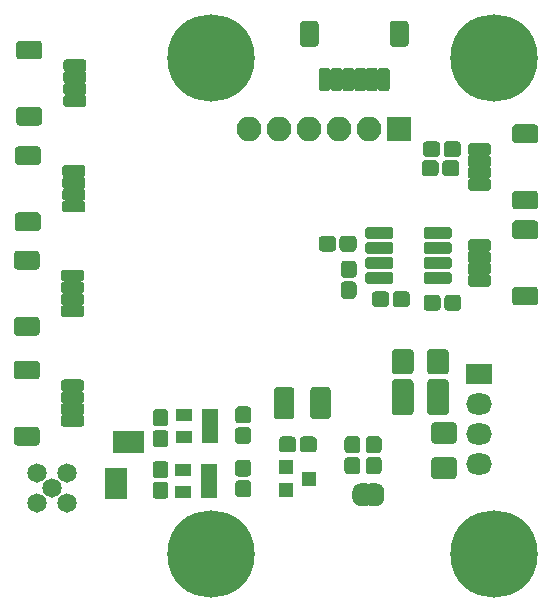
<source format=gts>
G04 #@! TF.GenerationSoftware,KiCad,Pcbnew,(5.1.5-0)*
G04 #@! TF.CreationDate,2022-04-01T13:26:54-06:00*
G04 #@! TF.ProjectId,power-two-wire,706f7765-722d-4747-976f-2d776972652e,rev?*
G04 #@! TF.SameCoordinates,Original*
G04 #@! TF.FileFunction,Soldermask,Top*
G04 #@! TF.FilePolarity,Negative*
%FSLAX46Y46*%
G04 Gerber Fmt 4.6, Leading zero omitted, Abs format (unit mm)*
G04 Created by KiCad (PCBNEW (5.1.5-0)) date 2022-04-01 13:26:54*
%MOMM*%
%LPD*%
G04 APERTURE LIST*
%ADD10C,0.100000*%
%ADD11O,2.100000X2.100000*%
%ADD12R,2.100000X2.100000*%
%ADD13C,1.640000*%
%ADD14R,1.900000X1.400000*%
%ADD15R,1.400000X1.900000*%
%ADD16R,1.460000X1.050000*%
%ADD17R,2.200000X1.800000*%
%ADD18O,2.200000X1.800000*%
%ADD19R,1.300000X1.200000*%
%ADD20C,7.400000*%
G04 APERTURE END LIST*
D10*
G36*
X132424340Y-83151605D02*
G01*
X132456698Y-83156405D01*
X132488429Y-83164353D01*
X132519229Y-83175373D01*
X132548800Y-83189359D01*
X132576857Y-83206177D01*
X132603132Y-83225663D01*
X132627369Y-83247631D01*
X132649337Y-83271868D01*
X132668823Y-83298143D01*
X132685641Y-83326200D01*
X132699627Y-83355771D01*
X132710647Y-83386571D01*
X132718595Y-83418302D01*
X132723395Y-83450660D01*
X132725000Y-83483332D01*
X132725000Y-84416668D01*
X132723395Y-84449340D01*
X132718595Y-84481698D01*
X132710647Y-84513429D01*
X132699627Y-84544229D01*
X132685641Y-84573800D01*
X132668823Y-84601857D01*
X132649337Y-84628132D01*
X132627369Y-84652369D01*
X132603132Y-84674337D01*
X132576857Y-84693823D01*
X132548800Y-84710641D01*
X132519229Y-84724627D01*
X132488429Y-84735647D01*
X132456698Y-84743595D01*
X132424340Y-84748395D01*
X132391668Y-84750000D01*
X130858332Y-84750000D01*
X130825660Y-84748395D01*
X130793302Y-84743595D01*
X130761571Y-84735647D01*
X130730771Y-84724627D01*
X130701200Y-84710641D01*
X130673143Y-84693823D01*
X130646868Y-84674337D01*
X130622631Y-84652369D01*
X130600663Y-84628132D01*
X130581177Y-84601857D01*
X130564359Y-84573800D01*
X130550373Y-84544229D01*
X130539353Y-84513429D01*
X130531405Y-84481698D01*
X130526605Y-84449340D01*
X130525000Y-84416668D01*
X130525000Y-83483332D01*
X130526605Y-83450660D01*
X130531405Y-83418302D01*
X130539353Y-83386571D01*
X130550373Y-83355771D01*
X130564359Y-83326200D01*
X130581177Y-83298143D01*
X130600663Y-83271868D01*
X130622631Y-83247631D01*
X130646868Y-83225663D01*
X130673143Y-83206177D01*
X130701200Y-83189359D01*
X130730771Y-83175373D01*
X130761571Y-83164353D01*
X130793302Y-83156405D01*
X130825660Y-83151605D01*
X130858332Y-83150000D01*
X132391668Y-83150000D01*
X132424340Y-83151605D01*
G37*
G36*
X132424340Y-77551605D02*
G01*
X132456698Y-77556405D01*
X132488429Y-77564353D01*
X132519229Y-77575373D01*
X132548800Y-77589359D01*
X132576857Y-77606177D01*
X132603132Y-77625663D01*
X132627369Y-77647631D01*
X132649337Y-77671868D01*
X132668823Y-77698143D01*
X132685641Y-77726200D01*
X132699627Y-77755771D01*
X132710647Y-77786571D01*
X132718595Y-77818302D01*
X132723395Y-77850660D01*
X132725000Y-77883332D01*
X132725000Y-78816668D01*
X132723395Y-78849340D01*
X132718595Y-78881698D01*
X132710647Y-78913429D01*
X132699627Y-78944229D01*
X132685641Y-78973800D01*
X132668823Y-79001857D01*
X132649337Y-79028132D01*
X132627369Y-79052369D01*
X132603132Y-79074337D01*
X132576857Y-79093823D01*
X132548800Y-79110641D01*
X132519229Y-79124627D01*
X132488429Y-79135647D01*
X132456698Y-79143595D01*
X132424340Y-79148395D01*
X132391668Y-79150000D01*
X130858332Y-79150000D01*
X130825660Y-79148395D01*
X130793302Y-79143595D01*
X130761571Y-79135647D01*
X130730771Y-79124627D01*
X130701200Y-79110641D01*
X130673143Y-79093823D01*
X130646868Y-79074337D01*
X130622631Y-79052369D01*
X130600663Y-79028132D01*
X130581177Y-79001857D01*
X130564359Y-78973800D01*
X130550373Y-78944229D01*
X130539353Y-78913429D01*
X130531405Y-78881698D01*
X130526605Y-78849340D01*
X130525000Y-78816668D01*
X130525000Y-77883332D01*
X130526605Y-77850660D01*
X130531405Y-77818302D01*
X130539353Y-77786571D01*
X130550373Y-77755771D01*
X130564359Y-77726200D01*
X130581177Y-77698143D01*
X130600663Y-77671868D01*
X130622631Y-77647631D01*
X130646868Y-77625663D01*
X130673143Y-77606177D01*
X130701200Y-77589359D01*
X130730771Y-77575373D01*
X130761571Y-77564353D01*
X130793302Y-77556405D01*
X130825660Y-77551605D01*
X130858332Y-77550000D01*
X132391668Y-77550000D01*
X132424340Y-77551605D01*
G37*
G36*
X136249504Y-82151204D02*
G01*
X136273773Y-82154804D01*
X136297571Y-82160765D01*
X136320671Y-82169030D01*
X136342849Y-82179520D01*
X136363893Y-82192133D01*
X136383598Y-82206747D01*
X136401777Y-82223223D01*
X136418253Y-82241402D01*
X136432867Y-82261107D01*
X136445480Y-82282151D01*
X136455970Y-82304329D01*
X136464235Y-82327429D01*
X136470196Y-82351227D01*
X136473796Y-82375496D01*
X136475000Y-82400000D01*
X136475000Y-82900000D01*
X136473796Y-82924504D01*
X136470196Y-82948773D01*
X136464235Y-82972571D01*
X136455970Y-82995671D01*
X136445480Y-83017849D01*
X136432867Y-83038893D01*
X136418253Y-83058598D01*
X136401777Y-83076777D01*
X136383598Y-83093253D01*
X136363893Y-83107867D01*
X136342849Y-83120480D01*
X136320671Y-83130970D01*
X136297571Y-83139235D01*
X136273773Y-83145196D01*
X136249504Y-83148796D01*
X136225000Y-83150000D01*
X134775000Y-83150000D01*
X134750496Y-83148796D01*
X134726227Y-83145196D01*
X134702429Y-83139235D01*
X134679329Y-83130970D01*
X134657151Y-83120480D01*
X134636107Y-83107867D01*
X134616402Y-83093253D01*
X134598223Y-83076777D01*
X134581747Y-83058598D01*
X134567133Y-83038893D01*
X134554520Y-83017849D01*
X134544030Y-82995671D01*
X134535765Y-82972571D01*
X134529804Y-82948773D01*
X134526204Y-82924504D01*
X134525000Y-82900000D01*
X134525000Y-82400000D01*
X134526204Y-82375496D01*
X134529804Y-82351227D01*
X134535765Y-82327429D01*
X134544030Y-82304329D01*
X134554520Y-82282151D01*
X134567133Y-82261107D01*
X134581747Y-82241402D01*
X134598223Y-82223223D01*
X134616402Y-82206747D01*
X134636107Y-82192133D01*
X134657151Y-82179520D01*
X134679329Y-82169030D01*
X134702429Y-82160765D01*
X134726227Y-82154804D01*
X134750496Y-82151204D01*
X134775000Y-82150000D01*
X136225000Y-82150000D01*
X136249504Y-82151204D01*
G37*
G36*
X136249504Y-81151204D02*
G01*
X136273773Y-81154804D01*
X136297571Y-81160765D01*
X136320671Y-81169030D01*
X136342849Y-81179520D01*
X136363893Y-81192133D01*
X136383598Y-81206747D01*
X136401777Y-81223223D01*
X136418253Y-81241402D01*
X136432867Y-81261107D01*
X136445480Y-81282151D01*
X136455970Y-81304329D01*
X136464235Y-81327429D01*
X136470196Y-81351227D01*
X136473796Y-81375496D01*
X136475000Y-81400000D01*
X136475000Y-81900000D01*
X136473796Y-81924504D01*
X136470196Y-81948773D01*
X136464235Y-81972571D01*
X136455970Y-81995671D01*
X136445480Y-82017849D01*
X136432867Y-82038893D01*
X136418253Y-82058598D01*
X136401777Y-82076777D01*
X136383598Y-82093253D01*
X136363893Y-82107867D01*
X136342849Y-82120480D01*
X136320671Y-82130970D01*
X136297571Y-82139235D01*
X136273773Y-82145196D01*
X136249504Y-82148796D01*
X136225000Y-82150000D01*
X134775000Y-82150000D01*
X134750496Y-82148796D01*
X134726227Y-82145196D01*
X134702429Y-82139235D01*
X134679329Y-82130970D01*
X134657151Y-82120480D01*
X134636107Y-82107867D01*
X134616402Y-82093253D01*
X134598223Y-82076777D01*
X134581747Y-82058598D01*
X134567133Y-82038893D01*
X134554520Y-82017849D01*
X134544030Y-81995671D01*
X134535765Y-81972571D01*
X134529804Y-81948773D01*
X134526204Y-81924504D01*
X134525000Y-81900000D01*
X134525000Y-81400000D01*
X134526204Y-81375496D01*
X134529804Y-81351227D01*
X134535765Y-81327429D01*
X134544030Y-81304329D01*
X134554520Y-81282151D01*
X134567133Y-81261107D01*
X134581747Y-81241402D01*
X134598223Y-81223223D01*
X134616402Y-81206747D01*
X134636107Y-81192133D01*
X134657151Y-81179520D01*
X134679329Y-81169030D01*
X134702429Y-81160765D01*
X134726227Y-81154804D01*
X134750496Y-81151204D01*
X134775000Y-81150000D01*
X136225000Y-81150000D01*
X136249504Y-81151204D01*
G37*
G36*
X136249504Y-80151204D02*
G01*
X136273773Y-80154804D01*
X136297571Y-80160765D01*
X136320671Y-80169030D01*
X136342849Y-80179520D01*
X136363893Y-80192133D01*
X136383598Y-80206747D01*
X136401777Y-80223223D01*
X136418253Y-80241402D01*
X136432867Y-80261107D01*
X136445480Y-80282151D01*
X136455970Y-80304329D01*
X136464235Y-80327429D01*
X136470196Y-80351227D01*
X136473796Y-80375496D01*
X136475000Y-80400000D01*
X136475000Y-80900000D01*
X136473796Y-80924504D01*
X136470196Y-80948773D01*
X136464235Y-80972571D01*
X136455970Y-80995671D01*
X136445480Y-81017849D01*
X136432867Y-81038893D01*
X136418253Y-81058598D01*
X136401777Y-81076777D01*
X136383598Y-81093253D01*
X136363893Y-81107867D01*
X136342849Y-81120480D01*
X136320671Y-81130970D01*
X136297571Y-81139235D01*
X136273773Y-81145196D01*
X136249504Y-81148796D01*
X136225000Y-81150000D01*
X134775000Y-81150000D01*
X134750496Y-81148796D01*
X134726227Y-81145196D01*
X134702429Y-81139235D01*
X134679329Y-81130970D01*
X134657151Y-81120480D01*
X134636107Y-81107867D01*
X134616402Y-81093253D01*
X134598223Y-81076777D01*
X134581747Y-81058598D01*
X134567133Y-81038893D01*
X134554520Y-81017849D01*
X134544030Y-80995671D01*
X134535765Y-80972571D01*
X134529804Y-80948773D01*
X134526204Y-80924504D01*
X134525000Y-80900000D01*
X134525000Y-80400000D01*
X134526204Y-80375496D01*
X134529804Y-80351227D01*
X134535765Y-80327429D01*
X134544030Y-80304329D01*
X134554520Y-80282151D01*
X134567133Y-80261107D01*
X134581747Y-80241402D01*
X134598223Y-80223223D01*
X134616402Y-80206747D01*
X134636107Y-80192133D01*
X134657151Y-80179520D01*
X134679329Y-80169030D01*
X134702429Y-80160765D01*
X134726227Y-80154804D01*
X134750496Y-80151204D01*
X134775000Y-80150000D01*
X136225000Y-80150000D01*
X136249504Y-80151204D01*
G37*
G36*
X136249504Y-79151204D02*
G01*
X136273773Y-79154804D01*
X136297571Y-79160765D01*
X136320671Y-79169030D01*
X136342849Y-79179520D01*
X136363893Y-79192133D01*
X136383598Y-79206747D01*
X136401777Y-79223223D01*
X136418253Y-79241402D01*
X136432867Y-79261107D01*
X136445480Y-79282151D01*
X136455970Y-79304329D01*
X136464235Y-79327429D01*
X136470196Y-79351227D01*
X136473796Y-79375496D01*
X136475000Y-79400000D01*
X136475000Y-79900000D01*
X136473796Y-79924504D01*
X136470196Y-79948773D01*
X136464235Y-79972571D01*
X136455970Y-79995671D01*
X136445480Y-80017849D01*
X136432867Y-80038893D01*
X136418253Y-80058598D01*
X136401777Y-80076777D01*
X136383598Y-80093253D01*
X136363893Y-80107867D01*
X136342849Y-80120480D01*
X136320671Y-80130970D01*
X136297571Y-80139235D01*
X136273773Y-80145196D01*
X136249504Y-80148796D01*
X136225000Y-80150000D01*
X134775000Y-80150000D01*
X134750496Y-80148796D01*
X134726227Y-80145196D01*
X134702429Y-80139235D01*
X134679329Y-80130970D01*
X134657151Y-80120480D01*
X134636107Y-80107867D01*
X134616402Y-80093253D01*
X134598223Y-80076777D01*
X134581747Y-80058598D01*
X134567133Y-80038893D01*
X134554520Y-80017849D01*
X134544030Y-79995671D01*
X134535765Y-79972571D01*
X134529804Y-79948773D01*
X134526204Y-79924504D01*
X134525000Y-79900000D01*
X134525000Y-79400000D01*
X134526204Y-79375496D01*
X134529804Y-79351227D01*
X134535765Y-79327429D01*
X134544030Y-79304329D01*
X134554520Y-79282151D01*
X134567133Y-79261107D01*
X134581747Y-79241402D01*
X134598223Y-79223223D01*
X134616402Y-79206747D01*
X134636107Y-79192133D01*
X134657151Y-79179520D01*
X134679329Y-79169030D01*
X134702429Y-79160765D01*
X134726227Y-79154804D01*
X134750496Y-79151204D01*
X134775000Y-79150000D01*
X136225000Y-79150000D01*
X136249504Y-79151204D01*
G37*
G36*
X132324340Y-92101605D02*
G01*
X132356698Y-92106405D01*
X132388429Y-92114353D01*
X132419229Y-92125373D01*
X132448800Y-92139359D01*
X132476857Y-92156177D01*
X132503132Y-92175663D01*
X132527369Y-92197631D01*
X132549337Y-92221868D01*
X132568823Y-92248143D01*
X132585641Y-92276200D01*
X132599627Y-92305771D01*
X132610647Y-92336571D01*
X132618595Y-92368302D01*
X132623395Y-92400660D01*
X132625000Y-92433332D01*
X132625000Y-93366668D01*
X132623395Y-93399340D01*
X132618595Y-93431698D01*
X132610647Y-93463429D01*
X132599627Y-93494229D01*
X132585641Y-93523800D01*
X132568823Y-93551857D01*
X132549337Y-93578132D01*
X132527369Y-93602369D01*
X132503132Y-93624337D01*
X132476857Y-93643823D01*
X132448800Y-93660641D01*
X132419229Y-93674627D01*
X132388429Y-93685647D01*
X132356698Y-93693595D01*
X132324340Y-93698395D01*
X132291668Y-93700000D01*
X130758332Y-93700000D01*
X130725660Y-93698395D01*
X130693302Y-93693595D01*
X130661571Y-93685647D01*
X130630771Y-93674627D01*
X130601200Y-93660641D01*
X130573143Y-93643823D01*
X130546868Y-93624337D01*
X130522631Y-93602369D01*
X130500663Y-93578132D01*
X130481177Y-93551857D01*
X130464359Y-93523800D01*
X130450373Y-93494229D01*
X130439353Y-93463429D01*
X130431405Y-93431698D01*
X130426605Y-93399340D01*
X130425000Y-93366668D01*
X130425000Y-92433332D01*
X130426605Y-92400660D01*
X130431405Y-92368302D01*
X130439353Y-92336571D01*
X130450373Y-92305771D01*
X130464359Y-92276200D01*
X130481177Y-92248143D01*
X130500663Y-92221868D01*
X130522631Y-92197631D01*
X130546868Y-92175663D01*
X130573143Y-92156177D01*
X130601200Y-92139359D01*
X130630771Y-92125373D01*
X130661571Y-92114353D01*
X130693302Y-92106405D01*
X130725660Y-92101605D01*
X130758332Y-92100000D01*
X132291668Y-92100000D01*
X132324340Y-92101605D01*
G37*
G36*
X132324340Y-86501605D02*
G01*
X132356698Y-86506405D01*
X132388429Y-86514353D01*
X132419229Y-86525373D01*
X132448800Y-86539359D01*
X132476857Y-86556177D01*
X132503132Y-86575663D01*
X132527369Y-86597631D01*
X132549337Y-86621868D01*
X132568823Y-86648143D01*
X132585641Y-86676200D01*
X132599627Y-86705771D01*
X132610647Y-86736571D01*
X132618595Y-86768302D01*
X132623395Y-86800660D01*
X132625000Y-86833332D01*
X132625000Y-87766668D01*
X132623395Y-87799340D01*
X132618595Y-87831698D01*
X132610647Y-87863429D01*
X132599627Y-87894229D01*
X132585641Y-87923800D01*
X132568823Y-87951857D01*
X132549337Y-87978132D01*
X132527369Y-88002369D01*
X132503132Y-88024337D01*
X132476857Y-88043823D01*
X132448800Y-88060641D01*
X132419229Y-88074627D01*
X132388429Y-88085647D01*
X132356698Y-88093595D01*
X132324340Y-88098395D01*
X132291668Y-88100000D01*
X130758332Y-88100000D01*
X130725660Y-88098395D01*
X130693302Y-88093595D01*
X130661571Y-88085647D01*
X130630771Y-88074627D01*
X130601200Y-88060641D01*
X130573143Y-88043823D01*
X130546868Y-88024337D01*
X130522631Y-88002369D01*
X130500663Y-87978132D01*
X130481177Y-87951857D01*
X130464359Y-87923800D01*
X130450373Y-87894229D01*
X130439353Y-87863429D01*
X130431405Y-87831698D01*
X130426605Y-87799340D01*
X130425000Y-87766668D01*
X130425000Y-86833332D01*
X130426605Y-86800660D01*
X130431405Y-86768302D01*
X130439353Y-86736571D01*
X130450373Y-86705771D01*
X130464359Y-86676200D01*
X130481177Y-86648143D01*
X130500663Y-86621868D01*
X130522631Y-86597631D01*
X130546868Y-86575663D01*
X130573143Y-86556177D01*
X130601200Y-86539359D01*
X130630771Y-86525373D01*
X130661571Y-86514353D01*
X130693302Y-86506405D01*
X130725660Y-86501605D01*
X130758332Y-86500000D01*
X132291668Y-86500000D01*
X132324340Y-86501605D01*
G37*
G36*
X136149504Y-91101204D02*
G01*
X136173773Y-91104804D01*
X136197571Y-91110765D01*
X136220671Y-91119030D01*
X136242849Y-91129520D01*
X136263893Y-91142133D01*
X136283598Y-91156747D01*
X136301777Y-91173223D01*
X136318253Y-91191402D01*
X136332867Y-91211107D01*
X136345480Y-91232151D01*
X136355970Y-91254329D01*
X136364235Y-91277429D01*
X136370196Y-91301227D01*
X136373796Y-91325496D01*
X136375000Y-91350000D01*
X136375000Y-91850000D01*
X136373796Y-91874504D01*
X136370196Y-91898773D01*
X136364235Y-91922571D01*
X136355970Y-91945671D01*
X136345480Y-91967849D01*
X136332867Y-91988893D01*
X136318253Y-92008598D01*
X136301777Y-92026777D01*
X136283598Y-92043253D01*
X136263893Y-92057867D01*
X136242849Y-92070480D01*
X136220671Y-92080970D01*
X136197571Y-92089235D01*
X136173773Y-92095196D01*
X136149504Y-92098796D01*
X136125000Y-92100000D01*
X134675000Y-92100000D01*
X134650496Y-92098796D01*
X134626227Y-92095196D01*
X134602429Y-92089235D01*
X134579329Y-92080970D01*
X134557151Y-92070480D01*
X134536107Y-92057867D01*
X134516402Y-92043253D01*
X134498223Y-92026777D01*
X134481747Y-92008598D01*
X134467133Y-91988893D01*
X134454520Y-91967849D01*
X134444030Y-91945671D01*
X134435765Y-91922571D01*
X134429804Y-91898773D01*
X134426204Y-91874504D01*
X134425000Y-91850000D01*
X134425000Y-91350000D01*
X134426204Y-91325496D01*
X134429804Y-91301227D01*
X134435765Y-91277429D01*
X134444030Y-91254329D01*
X134454520Y-91232151D01*
X134467133Y-91211107D01*
X134481747Y-91191402D01*
X134498223Y-91173223D01*
X134516402Y-91156747D01*
X134536107Y-91142133D01*
X134557151Y-91129520D01*
X134579329Y-91119030D01*
X134602429Y-91110765D01*
X134626227Y-91104804D01*
X134650496Y-91101204D01*
X134675000Y-91100000D01*
X136125000Y-91100000D01*
X136149504Y-91101204D01*
G37*
G36*
X136149504Y-90101204D02*
G01*
X136173773Y-90104804D01*
X136197571Y-90110765D01*
X136220671Y-90119030D01*
X136242849Y-90129520D01*
X136263893Y-90142133D01*
X136283598Y-90156747D01*
X136301777Y-90173223D01*
X136318253Y-90191402D01*
X136332867Y-90211107D01*
X136345480Y-90232151D01*
X136355970Y-90254329D01*
X136364235Y-90277429D01*
X136370196Y-90301227D01*
X136373796Y-90325496D01*
X136375000Y-90350000D01*
X136375000Y-90850000D01*
X136373796Y-90874504D01*
X136370196Y-90898773D01*
X136364235Y-90922571D01*
X136355970Y-90945671D01*
X136345480Y-90967849D01*
X136332867Y-90988893D01*
X136318253Y-91008598D01*
X136301777Y-91026777D01*
X136283598Y-91043253D01*
X136263893Y-91057867D01*
X136242849Y-91070480D01*
X136220671Y-91080970D01*
X136197571Y-91089235D01*
X136173773Y-91095196D01*
X136149504Y-91098796D01*
X136125000Y-91100000D01*
X134675000Y-91100000D01*
X134650496Y-91098796D01*
X134626227Y-91095196D01*
X134602429Y-91089235D01*
X134579329Y-91080970D01*
X134557151Y-91070480D01*
X134536107Y-91057867D01*
X134516402Y-91043253D01*
X134498223Y-91026777D01*
X134481747Y-91008598D01*
X134467133Y-90988893D01*
X134454520Y-90967849D01*
X134444030Y-90945671D01*
X134435765Y-90922571D01*
X134429804Y-90898773D01*
X134426204Y-90874504D01*
X134425000Y-90850000D01*
X134425000Y-90350000D01*
X134426204Y-90325496D01*
X134429804Y-90301227D01*
X134435765Y-90277429D01*
X134444030Y-90254329D01*
X134454520Y-90232151D01*
X134467133Y-90211107D01*
X134481747Y-90191402D01*
X134498223Y-90173223D01*
X134516402Y-90156747D01*
X134536107Y-90142133D01*
X134557151Y-90129520D01*
X134579329Y-90119030D01*
X134602429Y-90110765D01*
X134626227Y-90104804D01*
X134650496Y-90101204D01*
X134675000Y-90100000D01*
X136125000Y-90100000D01*
X136149504Y-90101204D01*
G37*
G36*
X136149504Y-89101204D02*
G01*
X136173773Y-89104804D01*
X136197571Y-89110765D01*
X136220671Y-89119030D01*
X136242849Y-89129520D01*
X136263893Y-89142133D01*
X136283598Y-89156747D01*
X136301777Y-89173223D01*
X136318253Y-89191402D01*
X136332867Y-89211107D01*
X136345480Y-89232151D01*
X136355970Y-89254329D01*
X136364235Y-89277429D01*
X136370196Y-89301227D01*
X136373796Y-89325496D01*
X136375000Y-89350000D01*
X136375000Y-89850000D01*
X136373796Y-89874504D01*
X136370196Y-89898773D01*
X136364235Y-89922571D01*
X136355970Y-89945671D01*
X136345480Y-89967849D01*
X136332867Y-89988893D01*
X136318253Y-90008598D01*
X136301777Y-90026777D01*
X136283598Y-90043253D01*
X136263893Y-90057867D01*
X136242849Y-90070480D01*
X136220671Y-90080970D01*
X136197571Y-90089235D01*
X136173773Y-90095196D01*
X136149504Y-90098796D01*
X136125000Y-90100000D01*
X134675000Y-90100000D01*
X134650496Y-90098796D01*
X134626227Y-90095196D01*
X134602429Y-90089235D01*
X134579329Y-90080970D01*
X134557151Y-90070480D01*
X134536107Y-90057867D01*
X134516402Y-90043253D01*
X134498223Y-90026777D01*
X134481747Y-90008598D01*
X134467133Y-89988893D01*
X134454520Y-89967849D01*
X134444030Y-89945671D01*
X134435765Y-89922571D01*
X134429804Y-89898773D01*
X134426204Y-89874504D01*
X134425000Y-89850000D01*
X134425000Y-89350000D01*
X134426204Y-89325496D01*
X134429804Y-89301227D01*
X134435765Y-89277429D01*
X134444030Y-89254329D01*
X134454520Y-89232151D01*
X134467133Y-89211107D01*
X134481747Y-89191402D01*
X134498223Y-89173223D01*
X134516402Y-89156747D01*
X134536107Y-89142133D01*
X134557151Y-89129520D01*
X134579329Y-89119030D01*
X134602429Y-89110765D01*
X134626227Y-89104804D01*
X134650496Y-89101204D01*
X134675000Y-89100000D01*
X136125000Y-89100000D01*
X136149504Y-89101204D01*
G37*
G36*
X136149504Y-88101204D02*
G01*
X136173773Y-88104804D01*
X136197571Y-88110765D01*
X136220671Y-88119030D01*
X136242849Y-88129520D01*
X136263893Y-88142133D01*
X136283598Y-88156747D01*
X136301777Y-88173223D01*
X136318253Y-88191402D01*
X136332867Y-88211107D01*
X136345480Y-88232151D01*
X136355970Y-88254329D01*
X136364235Y-88277429D01*
X136370196Y-88301227D01*
X136373796Y-88325496D01*
X136375000Y-88350000D01*
X136375000Y-88850000D01*
X136373796Y-88874504D01*
X136370196Y-88898773D01*
X136364235Y-88922571D01*
X136355970Y-88945671D01*
X136345480Y-88967849D01*
X136332867Y-88988893D01*
X136318253Y-89008598D01*
X136301777Y-89026777D01*
X136283598Y-89043253D01*
X136263893Y-89057867D01*
X136242849Y-89070480D01*
X136220671Y-89080970D01*
X136197571Y-89089235D01*
X136173773Y-89095196D01*
X136149504Y-89098796D01*
X136125000Y-89100000D01*
X134675000Y-89100000D01*
X134650496Y-89098796D01*
X134626227Y-89095196D01*
X134602429Y-89089235D01*
X134579329Y-89080970D01*
X134557151Y-89070480D01*
X134536107Y-89057867D01*
X134516402Y-89043253D01*
X134498223Y-89026777D01*
X134481747Y-89008598D01*
X134467133Y-88988893D01*
X134454520Y-88967849D01*
X134444030Y-88945671D01*
X134435765Y-88922571D01*
X134429804Y-88898773D01*
X134426204Y-88874504D01*
X134425000Y-88850000D01*
X134425000Y-88350000D01*
X134426204Y-88325496D01*
X134429804Y-88301227D01*
X134435765Y-88277429D01*
X134444030Y-88254329D01*
X134454520Y-88232151D01*
X134467133Y-88211107D01*
X134481747Y-88191402D01*
X134498223Y-88173223D01*
X134516402Y-88156747D01*
X134536107Y-88142133D01*
X134557151Y-88129520D01*
X134579329Y-88119030D01*
X134602429Y-88110765D01*
X134626227Y-88104804D01*
X134650496Y-88101204D01*
X134675000Y-88100000D01*
X136125000Y-88100000D01*
X136149504Y-88101204D01*
G37*
G36*
X132224340Y-100951605D02*
G01*
X132256698Y-100956405D01*
X132288429Y-100964353D01*
X132319229Y-100975373D01*
X132348800Y-100989359D01*
X132376857Y-101006177D01*
X132403132Y-101025663D01*
X132427369Y-101047631D01*
X132449337Y-101071868D01*
X132468823Y-101098143D01*
X132485641Y-101126200D01*
X132499627Y-101155771D01*
X132510647Y-101186571D01*
X132518595Y-101218302D01*
X132523395Y-101250660D01*
X132525000Y-101283332D01*
X132525000Y-102216668D01*
X132523395Y-102249340D01*
X132518595Y-102281698D01*
X132510647Y-102313429D01*
X132499627Y-102344229D01*
X132485641Y-102373800D01*
X132468823Y-102401857D01*
X132449337Y-102428132D01*
X132427369Y-102452369D01*
X132403132Y-102474337D01*
X132376857Y-102493823D01*
X132348800Y-102510641D01*
X132319229Y-102524627D01*
X132288429Y-102535647D01*
X132256698Y-102543595D01*
X132224340Y-102548395D01*
X132191668Y-102550000D01*
X130658332Y-102550000D01*
X130625660Y-102548395D01*
X130593302Y-102543595D01*
X130561571Y-102535647D01*
X130530771Y-102524627D01*
X130501200Y-102510641D01*
X130473143Y-102493823D01*
X130446868Y-102474337D01*
X130422631Y-102452369D01*
X130400663Y-102428132D01*
X130381177Y-102401857D01*
X130364359Y-102373800D01*
X130350373Y-102344229D01*
X130339353Y-102313429D01*
X130331405Y-102281698D01*
X130326605Y-102249340D01*
X130325000Y-102216668D01*
X130325000Y-101283332D01*
X130326605Y-101250660D01*
X130331405Y-101218302D01*
X130339353Y-101186571D01*
X130350373Y-101155771D01*
X130364359Y-101126200D01*
X130381177Y-101098143D01*
X130400663Y-101071868D01*
X130422631Y-101047631D01*
X130446868Y-101025663D01*
X130473143Y-101006177D01*
X130501200Y-100989359D01*
X130530771Y-100975373D01*
X130561571Y-100964353D01*
X130593302Y-100956405D01*
X130625660Y-100951605D01*
X130658332Y-100950000D01*
X132191668Y-100950000D01*
X132224340Y-100951605D01*
G37*
G36*
X132224340Y-95351605D02*
G01*
X132256698Y-95356405D01*
X132288429Y-95364353D01*
X132319229Y-95375373D01*
X132348800Y-95389359D01*
X132376857Y-95406177D01*
X132403132Y-95425663D01*
X132427369Y-95447631D01*
X132449337Y-95471868D01*
X132468823Y-95498143D01*
X132485641Y-95526200D01*
X132499627Y-95555771D01*
X132510647Y-95586571D01*
X132518595Y-95618302D01*
X132523395Y-95650660D01*
X132525000Y-95683332D01*
X132525000Y-96616668D01*
X132523395Y-96649340D01*
X132518595Y-96681698D01*
X132510647Y-96713429D01*
X132499627Y-96744229D01*
X132485641Y-96773800D01*
X132468823Y-96801857D01*
X132449337Y-96828132D01*
X132427369Y-96852369D01*
X132403132Y-96874337D01*
X132376857Y-96893823D01*
X132348800Y-96910641D01*
X132319229Y-96924627D01*
X132288429Y-96935647D01*
X132256698Y-96943595D01*
X132224340Y-96948395D01*
X132191668Y-96950000D01*
X130658332Y-96950000D01*
X130625660Y-96948395D01*
X130593302Y-96943595D01*
X130561571Y-96935647D01*
X130530771Y-96924627D01*
X130501200Y-96910641D01*
X130473143Y-96893823D01*
X130446868Y-96874337D01*
X130422631Y-96852369D01*
X130400663Y-96828132D01*
X130381177Y-96801857D01*
X130364359Y-96773800D01*
X130350373Y-96744229D01*
X130339353Y-96713429D01*
X130331405Y-96681698D01*
X130326605Y-96649340D01*
X130325000Y-96616668D01*
X130325000Y-95683332D01*
X130326605Y-95650660D01*
X130331405Y-95618302D01*
X130339353Y-95586571D01*
X130350373Y-95555771D01*
X130364359Y-95526200D01*
X130381177Y-95498143D01*
X130400663Y-95471868D01*
X130422631Y-95447631D01*
X130446868Y-95425663D01*
X130473143Y-95406177D01*
X130501200Y-95389359D01*
X130530771Y-95375373D01*
X130561571Y-95364353D01*
X130593302Y-95356405D01*
X130625660Y-95351605D01*
X130658332Y-95350000D01*
X132191668Y-95350000D01*
X132224340Y-95351605D01*
G37*
G36*
X136049504Y-99951204D02*
G01*
X136073773Y-99954804D01*
X136097571Y-99960765D01*
X136120671Y-99969030D01*
X136142849Y-99979520D01*
X136163893Y-99992133D01*
X136183598Y-100006747D01*
X136201777Y-100023223D01*
X136218253Y-100041402D01*
X136232867Y-100061107D01*
X136245480Y-100082151D01*
X136255970Y-100104329D01*
X136264235Y-100127429D01*
X136270196Y-100151227D01*
X136273796Y-100175496D01*
X136275000Y-100200000D01*
X136275000Y-100700000D01*
X136273796Y-100724504D01*
X136270196Y-100748773D01*
X136264235Y-100772571D01*
X136255970Y-100795671D01*
X136245480Y-100817849D01*
X136232867Y-100838893D01*
X136218253Y-100858598D01*
X136201777Y-100876777D01*
X136183598Y-100893253D01*
X136163893Y-100907867D01*
X136142849Y-100920480D01*
X136120671Y-100930970D01*
X136097571Y-100939235D01*
X136073773Y-100945196D01*
X136049504Y-100948796D01*
X136025000Y-100950000D01*
X134575000Y-100950000D01*
X134550496Y-100948796D01*
X134526227Y-100945196D01*
X134502429Y-100939235D01*
X134479329Y-100930970D01*
X134457151Y-100920480D01*
X134436107Y-100907867D01*
X134416402Y-100893253D01*
X134398223Y-100876777D01*
X134381747Y-100858598D01*
X134367133Y-100838893D01*
X134354520Y-100817849D01*
X134344030Y-100795671D01*
X134335765Y-100772571D01*
X134329804Y-100748773D01*
X134326204Y-100724504D01*
X134325000Y-100700000D01*
X134325000Y-100200000D01*
X134326204Y-100175496D01*
X134329804Y-100151227D01*
X134335765Y-100127429D01*
X134344030Y-100104329D01*
X134354520Y-100082151D01*
X134367133Y-100061107D01*
X134381747Y-100041402D01*
X134398223Y-100023223D01*
X134416402Y-100006747D01*
X134436107Y-99992133D01*
X134457151Y-99979520D01*
X134479329Y-99969030D01*
X134502429Y-99960765D01*
X134526227Y-99954804D01*
X134550496Y-99951204D01*
X134575000Y-99950000D01*
X136025000Y-99950000D01*
X136049504Y-99951204D01*
G37*
G36*
X136049504Y-98951204D02*
G01*
X136073773Y-98954804D01*
X136097571Y-98960765D01*
X136120671Y-98969030D01*
X136142849Y-98979520D01*
X136163893Y-98992133D01*
X136183598Y-99006747D01*
X136201777Y-99023223D01*
X136218253Y-99041402D01*
X136232867Y-99061107D01*
X136245480Y-99082151D01*
X136255970Y-99104329D01*
X136264235Y-99127429D01*
X136270196Y-99151227D01*
X136273796Y-99175496D01*
X136275000Y-99200000D01*
X136275000Y-99700000D01*
X136273796Y-99724504D01*
X136270196Y-99748773D01*
X136264235Y-99772571D01*
X136255970Y-99795671D01*
X136245480Y-99817849D01*
X136232867Y-99838893D01*
X136218253Y-99858598D01*
X136201777Y-99876777D01*
X136183598Y-99893253D01*
X136163893Y-99907867D01*
X136142849Y-99920480D01*
X136120671Y-99930970D01*
X136097571Y-99939235D01*
X136073773Y-99945196D01*
X136049504Y-99948796D01*
X136025000Y-99950000D01*
X134575000Y-99950000D01*
X134550496Y-99948796D01*
X134526227Y-99945196D01*
X134502429Y-99939235D01*
X134479329Y-99930970D01*
X134457151Y-99920480D01*
X134436107Y-99907867D01*
X134416402Y-99893253D01*
X134398223Y-99876777D01*
X134381747Y-99858598D01*
X134367133Y-99838893D01*
X134354520Y-99817849D01*
X134344030Y-99795671D01*
X134335765Y-99772571D01*
X134329804Y-99748773D01*
X134326204Y-99724504D01*
X134325000Y-99700000D01*
X134325000Y-99200000D01*
X134326204Y-99175496D01*
X134329804Y-99151227D01*
X134335765Y-99127429D01*
X134344030Y-99104329D01*
X134354520Y-99082151D01*
X134367133Y-99061107D01*
X134381747Y-99041402D01*
X134398223Y-99023223D01*
X134416402Y-99006747D01*
X134436107Y-98992133D01*
X134457151Y-98979520D01*
X134479329Y-98969030D01*
X134502429Y-98960765D01*
X134526227Y-98954804D01*
X134550496Y-98951204D01*
X134575000Y-98950000D01*
X136025000Y-98950000D01*
X136049504Y-98951204D01*
G37*
G36*
X136049504Y-97951204D02*
G01*
X136073773Y-97954804D01*
X136097571Y-97960765D01*
X136120671Y-97969030D01*
X136142849Y-97979520D01*
X136163893Y-97992133D01*
X136183598Y-98006747D01*
X136201777Y-98023223D01*
X136218253Y-98041402D01*
X136232867Y-98061107D01*
X136245480Y-98082151D01*
X136255970Y-98104329D01*
X136264235Y-98127429D01*
X136270196Y-98151227D01*
X136273796Y-98175496D01*
X136275000Y-98200000D01*
X136275000Y-98700000D01*
X136273796Y-98724504D01*
X136270196Y-98748773D01*
X136264235Y-98772571D01*
X136255970Y-98795671D01*
X136245480Y-98817849D01*
X136232867Y-98838893D01*
X136218253Y-98858598D01*
X136201777Y-98876777D01*
X136183598Y-98893253D01*
X136163893Y-98907867D01*
X136142849Y-98920480D01*
X136120671Y-98930970D01*
X136097571Y-98939235D01*
X136073773Y-98945196D01*
X136049504Y-98948796D01*
X136025000Y-98950000D01*
X134575000Y-98950000D01*
X134550496Y-98948796D01*
X134526227Y-98945196D01*
X134502429Y-98939235D01*
X134479329Y-98930970D01*
X134457151Y-98920480D01*
X134436107Y-98907867D01*
X134416402Y-98893253D01*
X134398223Y-98876777D01*
X134381747Y-98858598D01*
X134367133Y-98838893D01*
X134354520Y-98817849D01*
X134344030Y-98795671D01*
X134335765Y-98772571D01*
X134329804Y-98748773D01*
X134326204Y-98724504D01*
X134325000Y-98700000D01*
X134325000Y-98200000D01*
X134326204Y-98175496D01*
X134329804Y-98151227D01*
X134335765Y-98127429D01*
X134344030Y-98104329D01*
X134354520Y-98082151D01*
X134367133Y-98061107D01*
X134381747Y-98041402D01*
X134398223Y-98023223D01*
X134416402Y-98006747D01*
X134436107Y-97992133D01*
X134457151Y-97979520D01*
X134479329Y-97969030D01*
X134502429Y-97960765D01*
X134526227Y-97954804D01*
X134550496Y-97951204D01*
X134575000Y-97950000D01*
X136025000Y-97950000D01*
X136049504Y-97951204D01*
G37*
G36*
X136049504Y-96951204D02*
G01*
X136073773Y-96954804D01*
X136097571Y-96960765D01*
X136120671Y-96969030D01*
X136142849Y-96979520D01*
X136163893Y-96992133D01*
X136183598Y-97006747D01*
X136201777Y-97023223D01*
X136218253Y-97041402D01*
X136232867Y-97061107D01*
X136245480Y-97082151D01*
X136255970Y-97104329D01*
X136264235Y-97127429D01*
X136270196Y-97151227D01*
X136273796Y-97175496D01*
X136275000Y-97200000D01*
X136275000Y-97700000D01*
X136273796Y-97724504D01*
X136270196Y-97748773D01*
X136264235Y-97772571D01*
X136255970Y-97795671D01*
X136245480Y-97817849D01*
X136232867Y-97838893D01*
X136218253Y-97858598D01*
X136201777Y-97876777D01*
X136183598Y-97893253D01*
X136163893Y-97907867D01*
X136142849Y-97920480D01*
X136120671Y-97930970D01*
X136097571Y-97939235D01*
X136073773Y-97945196D01*
X136049504Y-97948796D01*
X136025000Y-97950000D01*
X134575000Y-97950000D01*
X134550496Y-97948796D01*
X134526227Y-97945196D01*
X134502429Y-97939235D01*
X134479329Y-97930970D01*
X134457151Y-97920480D01*
X134436107Y-97907867D01*
X134416402Y-97893253D01*
X134398223Y-97876777D01*
X134381747Y-97858598D01*
X134367133Y-97838893D01*
X134354520Y-97817849D01*
X134344030Y-97795671D01*
X134335765Y-97772571D01*
X134329804Y-97748773D01*
X134326204Y-97724504D01*
X134325000Y-97700000D01*
X134325000Y-97200000D01*
X134326204Y-97175496D01*
X134329804Y-97151227D01*
X134335765Y-97127429D01*
X134344030Y-97104329D01*
X134354520Y-97082151D01*
X134367133Y-97061107D01*
X134381747Y-97041402D01*
X134398223Y-97023223D01*
X134416402Y-97006747D01*
X134436107Y-96992133D01*
X134457151Y-96979520D01*
X134479329Y-96969030D01*
X134502429Y-96960765D01*
X134526227Y-96954804D01*
X134550496Y-96951204D01*
X134575000Y-96950000D01*
X136025000Y-96950000D01*
X136049504Y-96951204D01*
G37*
G36*
X132224340Y-110251605D02*
G01*
X132256698Y-110256405D01*
X132288429Y-110264353D01*
X132319229Y-110275373D01*
X132348800Y-110289359D01*
X132376857Y-110306177D01*
X132403132Y-110325663D01*
X132427369Y-110347631D01*
X132449337Y-110371868D01*
X132468823Y-110398143D01*
X132485641Y-110426200D01*
X132499627Y-110455771D01*
X132510647Y-110486571D01*
X132518595Y-110518302D01*
X132523395Y-110550660D01*
X132525000Y-110583332D01*
X132525000Y-111516668D01*
X132523395Y-111549340D01*
X132518595Y-111581698D01*
X132510647Y-111613429D01*
X132499627Y-111644229D01*
X132485641Y-111673800D01*
X132468823Y-111701857D01*
X132449337Y-111728132D01*
X132427369Y-111752369D01*
X132403132Y-111774337D01*
X132376857Y-111793823D01*
X132348800Y-111810641D01*
X132319229Y-111824627D01*
X132288429Y-111835647D01*
X132256698Y-111843595D01*
X132224340Y-111848395D01*
X132191668Y-111850000D01*
X130658332Y-111850000D01*
X130625660Y-111848395D01*
X130593302Y-111843595D01*
X130561571Y-111835647D01*
X130530771Y-111824627D01*
X130501200Y-111810641D01*
X130473143Y-111793823D01*
X130446868Y-111774337D01*
X130422631Y-111752369D01*
X130400663Y-111728132D01*
X130381177Y-111701857D01*
X130364359Y-111673800D01*
X130350373Y-111644229D01*
X130339353Y-111613429D01*
X130331405Y-111581698D01*
X130326605Y-111549340D01*
X130325000Y-111516668D01*
X130325000Y-110583332D01*
X130326605Y-110550660D01*
X130331405Y-110518302D01*
X130339353Y-110486571D01*
X130350373Y-110455771D01*
X130364359Y-110426200D01*
X130381177Y-110398143D01*
X130400663Y-110371868D01*
X130422631Y-110347631D01*
X130446868Y-110325663D01*
X130473143Y-110306177D01*
X130501200Y-110289359D01*
X130530771Y-110275373D01*
X130561571Y-110264353D01*
X130593302Y-110256405D01*
X130625660Y-110251605D01*
X130658332Y-110250000D01*
X132191668Y-110250000D01*
X132224340Y-110251605D01*
G37*
G36*
X132224340Y-104651605D02*
G01*
X132256698Y-104656405D01*
X132288429Y-104664353D01*
X132319229Y-104675373D01*
X132348800Y-104689359D01*
X132376857Y-104706177D01*
X132403132Y-104725663D01*
X132427369Y-104747631D01*
X132449337Y-104771868D01*
X132468823Y-104798143D01*
X132485641Y-104826200D01*
X132499627Y-104855771D01*
X132510647Y-104886571D01*
X132518595Y-104918302D01*
X132523395Y-104950660D01*
X132525000Y-104983332D01*
X132525000Y-105916668D01*
X132523395Y-105949340D01*
X132518595Y-105981698D01*
X132510647Y-106013429D01*
X132499627Y-106044229D01*
X132485641Y-106073800D01*
X132468823Y-106101857D01*
X132449337Y-106128132D01*
X132427369Y-106152369D01*
X132403132Y-106174337D01*
X132376857Y-106193823D01*
X132348800Y-106210641D01*
X132319229Y-106224627D01*
X132288429Y-106235647D01*
X132256698Y-106243595D01*
X132224340Y-106248395D01*
X132191668Y-106250000D01*
X130658332Y-106250000D01*
X130625660Y-106248395D01*
X130593302Y-106243595D01*
X130561571Y-106235647D01*
X130530771Y-106224627D01*
X130501200Y-106210641D01*
X130473143Y-106193823D01*
X130446868Y-106174337D01*
X130422631Y-106152369D01*
X130400663Y-106128132D01*
X130381177Y-106101857D01*
X130364359Y-106073800D01*
X130350373Y-106044229D01*
X130339353Y-106013429D01*
X130331405Y-105981698D01*
X130326605Y-105949340D01*
X130325000Y-105916668D01*
X130325000Y-104983332D01*
X130326605Y-104950660D01*
X130331405Y-104918302D01*
X130339353Y-104886571D01*
X130350373Y-104855771D01*
X130364359Y-104826200D01*
X130381177Y-104798143D01*
X130400663Y-104771868D01*
X130422631Y-104747631D01*
X130446868Y-104725663D01*
X130473143Y-104706177D01*
X130501200Y-104689359D01*
X130530771Y-104675373D01*
X130561571Y-104664353D01*
X130593302Y-104656405D01*
X130625660Y-104651605D01*
X130658332Y-104650000D01*
X132191668Y-104650000D01*
X132224340Y-104651605D01*
G37*
G36*
X136049504Y-109251204D02*
G01*
X136073773Y-109254804D01*
X136097571Y-109260765D01*
X136120671Y-109269030D01*
X136142849Y-109279520D01*
X136163893Y-109292133D01*
X136183598Y-109306747D01*
X136201777Y-109323223D01*
X136218253Y-109341402D01*
X136232867Y-109361107D01*
X136245480Y-109382151D01*
X136255970Y-109404329D01*
X136264235Y-109427429D01*
X136270196Y-109451227D01*
X136273796Y-109475496D01*
X136275000Y-109500000D01*
X136275000Y-110000000D01*
X136273796Y-110024504D01*
X136270196Y-110048773D01*
X136264235Y-110072571D01*
X136255970Y-110095671D01*
X136245480Y-110117849D01*
X136232867Y-110138893D01*
X136218253Y-110158598D01*
X136201777Y-110176777D01*
X136183598Y-110193253D01*
X136163893Y-110207867D01*
X136142849Y-110220480D01*
X136120671Y-110230970D01*
X136097571Y-110239235D01*
X136073773Y-110245196D01*
X136049504Y-110248796D01*
X136025000Y-110250000D01*
X134575000Y-110250000D01*
X134550496Y-110248796D01*
X134526227Y-110245196D01*
X134502429Y-110239235D01*
X134479329Y-110230970D01*
X134457151Y-110220480D01*
X134436107Y-110207867D01*
X134416402Y-110193253D01*
X134398223Y-110176777D01*
X134381747Y-110158598D01*
X134367133Y-110138893D01*
X134354520Y-110117849D01*
X134344030Y-110095671D01*
X134335765Y-110072571D01*
X134329804Y-110048773D01*
X134326204Y-110024504D01*
X134325000Y-110000000D01*
X134325000Y-109500000D01*
X134326204Y-109475496D01*
X134329804Y-109451227D01*
X134335765Y-109427429D01*
X134344030Y-109404329D01*
X134354520Y-109382151D01*
X134367133Y-109361107D01*
X134381747Y-109341402D01*
X134398223Y-109323223D01*
X134416402Y-109306747D01*
X134436107Y-109292133D01*
X134457151Y-109279520D01*
X134479329Y-109269030D01*
X134502429Y-109260765D01*
X134526227Y-109254804D01*
X134550496Y-109251204D01*
X134575000Y-109250000D01*
X136025000Y-109250000D01*
X136049504Y-109251204D01*
G37*
G36*
X136049504Y-108251204D02*
G01*
X136073773Y-108254804D01*
X136097571Y-108260765D01*
X136120671Y-108269030D01*
X136142849Y-108279520D01*
X136163893Y-108292133D01*
X136183598Y-108306747D01*
X136201777Y-108323223D01*
X136218253Y-108341402D01*
X136232867Y-108361107D01*
X136245480Y-108382151D01*
X136255970Y-108404329D01*
X136264235Y-108427429D01*
X136270196Y-108451227D01*
X136273796Y-108475496D01*
X136275000Y-108500000D01*
X136275000Y-109000000D01*
X136273796Y-109024504D01*
X136270196Y-109048773D01*
X136264235Y-109072571D01*
X136255970Y-109095671D01*
X136245480Y-109117849D01*
X136232867Y-109138893D01*
X136218253Y-109158598D01*
X136201777Y-109176777D01*
X136183598Y-109193253D01*
X136163893Y-109207867D01*
X136142849Y-109220480D01*
X136120671Y-109230970D01*
X136097571Y-109239235D01*
X136073773Y-109245196D01*
X136049504Y-109248796D01*
X136025000Y-109250000D01*
X134575000Y-109250000D01*
X134550496Y-109248796D01*
X134526227Y-109245196D01*
X134502429Y-109239235D01*
X134479329Y-109230970D01*
X134457151Y-109220480D01*
X134436107Y-109207867D01*
X134416402Y-109193253D01*
X134398223Y-109176777D01*
X134381747Y-109158598D01*
X134367133Y-109138893D01*
X134354520Y-109117849D01*
X134344030Y-109095671D01*
X134335765Y-109072571D01*
X134329804Y-109048773D01*
X134326204Y-109024504D01*
X134325000Y-109000000D01*
X134325000Y-108500000D01*
X134326204Y-108475496D01*
X134329804Y-108451227D01*
X134335765Y-108427429D01*
X134344030Y-108404329D01*
X134354520Y-108382151D01*
X134367133Y-108361107D01*
X134381747Y-108341402D01*
X134398223Y-108323223D01*
X134416402Y-108306747D01*
X134436107Y-108292133D01*
X134457151Y-108279520D01*
X134479329Y-108269030D01*
X134502429Y-108260765D01*
X134526227Y-108254804D01*
X134550496Y-108251204D01*
X134575000Y-108250000D01*
X136025000Y-108250000D01*
X136049504Y-108251204D01*
G37*
G36*
X136049504Y-107251204D02*
G01*
X136073773Y-107254804D01*
X136097571Y-107260765D01*
X136120671Y-107269030D01*
X136142849Y-107279520D01*
X136163893Y-107292133D01*
X136183598Y-107306747D01*
X136201777Y-107323223D01*
X136218253Y-107341402D01*
X136232867Y-107361107D01*
X136245480Y-107382151D01*
X136255970Y-107404329D01*
X136264235Y-107427429D01*
X136270196Y-107451227D01*
X136273796Y-107475496D01*
X136275000Y-107500000D01*
X136275000Y-108000000D01*
X136273796Y-108024504D01*
X136270196Y-108048773D01*
X136264235Y-108072571D01*
X136255970Y-108095671D01*
X136245480Y-108117849D01*
X136232867Y-108138893D01*
X136218253Y-108158598D01*
X136201777Y-108176777D01*
X136183598Y-108193253D01*
X136163893Y-108207867D01*
X136142849Y-108220480D01*
X136120671Y-108230970D01*
X136097571Y-108239235D01*
X136073773Y-108245196D01*
X136049504Y-108248796D01*
X136025000Y-108250000D01*
X134575000Y-108250000D01*
X134550496Y-108248796D01*
X134526227Y-108245196D01*
X134502429Y-108239235D01*
X134479329Y-108230970D01*
X134457151Y-108220480D01*
X134436107Y-108207867D01*
X134416402Y-108193253D01*
X134398223Y-108176777D01*
X134381747Y-108158598D01*
X134367133Y-108138893D01*
X134354520Y-108117849D01*
X134344030Y-108095671D01*
X134335765Y-108072571D01*
X134329804Y-108048773D01*
X134326204Y-108024504D01*
X134325000Y-108000000D01*
X134325000Y-107500000D01*
X134326204Y-107475496D01*
X134329804Y-107451227D01*
X134335765Y-107427429D01*
X134344030Y-107404329D01*
X134354520Y-107382151D01*
X134367133Y-107361107D01*
X134381747Y-107341402D01*
X134398223Y-107323223D01*
X134416402Y-107306747D01*
X134436107Y-107292133D01*
X134457151Y-107279520D01*
X134479329Y-107269030D01*
X134502429Y-107260765D01*
X134526227Y-107254804D01*
X134550496Y-107251204D01*
X134575000Y-107250000D01*
X136025000Y-107250000D01*
X136049504Y-107251204D01*
G37*
G36*
X136049504Y-106251204D02*
G01*
X136073773Y-106254804D01*
X136097571Y-106260765D01*
X136120671Y-106269030D01*
X136142849Y-106279520D01*
X136163893Y-106292133D01*
X136183598Y-106306747D01*
X136201777Y-106323223D01*
X136218253Y-106341402D01*
X136232867Y-106361107D01*
X136245480Y-106382151D01*
X136255970Y-106404329D01*
X136264235Y-106427429D01*
X136270196Y-106451227D01*
X136273796Y-106475496D01*
X136275000Y-106500000D01*
X136275000Y-107000000D01*
X136273796Y-107024504D01*
X136270196Y-107048773D01*
X136264235Y-107072571D01*
X136255970Y-107095671D01*
X136245480Y-107117849D01*
X136232867Y-107138893D01*
X136218253Y-107158598D01*
X136201777Y-107176777D01*
X136183598Y-107193253D01*
X136163893Y-107207867D01*
X136142849Y-107220480D01*
X136120671Y-107230970D01*
X136097571Y-107239235D01*
X136073773Y-107245196D01*
X136049504Y-107248796D01*
X136025000Y-107250000D01*
X134575000Y-107250000D01*
X134550496Y-107248796D01*
X134526227Y-107245196D01*
X134502429Y-107239235D01*
X134479329Y-107230970D01*
X134457151Y-107220480D01*
X134436107Y-107207867D01*
X134416402Y-107193253D01*
X134398223Y-107176777D01*
X134381747Y-107158598D01*
X134367133Y-107138893D01*
X134354520Y-107117849D01*
X134344030Y-107095671D01*
X134335765Y-107072571D01*
X134329804Y-107048773D01*
X134326204Y-107024504D01*
X134325000Y-107000000D01*
X134325000Y-106500000D01*
X134326204Y-106475496D01*
X134329804Y-106451227D01*
X134335765Y-106427429D01*
X134344030Y-106404329D01*
X134354520Y-106382151D01*
X134367133Y-106361107D01*
X134381747Y-106341402D01*
X134398223Y-106323223D01*
X134416402Y-106306747D01*
X134436107Y-106292133D01*
X134457151Y-106279520D01*
X134479329Y-106269030D01*
X134502429Y-106260765D01*
X134526227Y-106254804D01*
X134550496Y-106251204D01*
X134575000Y-106250000D01*
X136025000Y-106250000D01*
X136049504Y-106251204D01*
G37*
G36*
X174424340Y-92781605D02*
G01*
X174456698Y-92786405D01*
X174488429Y-92794353D01*
X174519229Y-92805373D01*
X174548800Y-92819359D01*
X174576857Y-92836177D01*
X174603132Y-92855663D01*
X174627369Y-92877631D01*
X174649337Y-92901868D01*
X174668823Y-92928143D01*
X174685641Y-92956200D01*
X174699627Y-92985771D01*
X174710647Y-93016571D01*
X174718595Y-93048302D01*
X174723395Y-93080660D01*
X174725000Y-93113332D01*
X174725000Y-94046668D01*
X174723395Y-94079340D01*
X174718595Y-94111698D01*
X174710647Y-94143429D01*
X174699627Y-94174229D01*
X174685641Y-94203800D01*
X174668823Y-94231857D01*
X174649337Y-94258132D01*
X174627369Y-94282369D01*
X174603132Y-94304337D01*
X174576857Y-94323823D01*
X174548800Y-94340641D01*
X174519229Y-94354627D01*
X174488429Y-94365647D01*
X174456698Y-94373595D01*
X174424340Y-94378395D01*
X174391668Y-94380000D01*
X172858332Y-94380000D01*
X172825660Y-94378395D01*
X172793302Y-94373595D01*
X172761571Y-94365647D01*
X172730771Y-94354627D01*
X172701200Y-94340641D01*
X172673143Y-94323823D01*
X172646868Y-94304337D01*
X172622631Y-94282369D01*
X172600663Y-94258132D01*
X172581177Y-94231857D01*
X172564359Y-94203800D01*
X172550373Y-94174229D01*
X172539353Y-94143429D01*
X172531405Y-94111698D01*
X172526605Y-94079340D01*
X172525000Y-94046668D01*
X172525000Y-93113332D01*
X172526605Y-93080660D01*
X172531405Y-93048302D01*
X172539353Y-93016571D01*
X172550373Y-92985771D01*
X172564359Y-92956200D01*
X172581177Y-92928143D01*
X172600663Y-92901868D01*
X172622631Y-92877631D01*
X172646868Y-92855663D01*
X172673143Y-92836177D01*
X172701200Y-92819359D01*
X172730771Y-92805373D01*
X172761571Y-92794353D01*
X172793302Y-92786405D01*
X172825660Y-92781605D01*
X172858332Y-92780000D01*
X174391668Y-92780000D01*
X174424340Y-92781605D01*
G37*
G36*
X174424340Y-98381605D02*
G01*
X174456698Y-98386405D01*
X174488429Y-98394353D01*
X174519229Y-98405373D01*
X174548800Y-98419359D01*
X174576857Y-98436177D01*
X174603132Y-98455663D01*
X174627369Y-98477631D01*
X174649337Y-98501868D01*
X174668823Y-98528143D01*
X174685641Y-98556200D01*
X174699627Y-98585771D01*
X174710647Y-98616571D01*
X174718595Y-98648302D01*
X174723395Y-98680660D01*
X174725000Y-98713332D01*
X174725000Y-99646668D01*
X174723395Y-99679340D01*
X174718595Y-99711698D01*
X174710647Y-99743429D01*
X174699627Y-99774229D01*
X174685641Y-99803800D01*
X174668823Y-99831857D01*
X174649337Y-99858132D01*
X174627369Y-99882369D01*
X174603132Y-99904337D01*
X174576857Y-99923823D01*
X174548800Y-99940641D01*
X174519229Y-99954627D01*
X174488429Y-99965647D01*
X174456698Y-99973595D01*
X174424340Y-99978395D01*
X174391668Y-99980000D01*
X172858332Y-99980000D01*
X172825660Y-99978395D01*
X172793302Y-99973595D01*
X172761571Y-99965647D01*
X172730771Y-99954627D01*
X172701200Y-99940641D01*
X172673143Y-99923823D01*
X172646868Y-99904337D01*
X172622631Y-99882369D01*
X172600663Y-99858132D01*
X172581177Y-99831857D01*
X172564359Y-99803800D01*
X172550373Y-99774229D01*
X172539353Y-99743429D01*
X172531405Y-99711698D01*
X172526605Y-99679340D01*
X172525000Y-99646668D01*
X172525000Y-98713332D01*
X172526605Y-98680660D01*
X172531405Y-98648302D01*
X172539353Y-98616571D01*
X172550373Y-98585771D01*
X172564359Y-98556200D01*
X172581177Y-98528143D01*
X172600663Y-98501868D01*
X172622631Y-98477631D01*
X172646868Y-98455663D01*
X172673143Y-98436177D01*
X172701200Y-98419359D01*
X172730771Y-98405373D01*
X172761571Y-98394353D01*
X172793302Y-98386405D01*
X172825660Y-98381605D01*
X172858332Y-98380000D01*
X174391668Y-98380000D01*
X174424340Y-98381605D01*
G37*
G36*
X170499504Y-94381204D02*
G01*
X170523773Y-94384804D01*
X170547571Y-94390765D01*
X170570671Y-94399030D01*
X170592849Y-94409520D01*
X170613893Y-94422133D01*
X170633598Y-94436747D01*
X170651777Y-94453223D01*
X170668253Y-94471402D01*
X170682867Y-94491107D01*
X170695480Y-94512151D01*
X170705970Y-94534329D01*
X170714235Y-94557429D01*
X170720196Y-94581227D01*
X170723796Y-94605496D01*
X170725000Y-94630000D01*
X170725000Y-95130000D01*
X170723796Y-95154504D01*
X170720196Y-95178773D01*
X170714235Y-95202571D01*
X170705970Y-95225671D01*
X170695480Y-95247849D01*
X170682867Y-95268893D01*
X170668253Y-95288598D01*
X170651777Y-95306777D01*
X170633598Y-95323253D01*
X170613893Y-95337867D01*
X170592849Y-95350480D01*
X170570671Y-95360970D01*
X170547571Y-95369235D01*
X170523773Y-95375196D01*
X170499504Y-95378796D01*
X170475000Y-95380000D01*
X169025000Y-95380000D01*
X169000496Y-95378796D01*
X168976227Y-95375196D01*
X168952429Y-95369235D01*
X168929329Y-95360970D01*
X168907151Y-95350480D01*
X168886107Y-95337867D01*
X168866402Y-95323253D01*
X168848223Y-95306777D01*
X168831747Y-95288598D01*
X168817133Y-95268893D01*
X168804520Y-95247849D01*
X168794030Y-95225671D01*
X168785765Y-95202571D01*
X168779804Y-95178773D01*
X168776204Y-95154504D01*
X168775000Y-95130000D01*
X168775000Y-94630000D01*
X168776204Y-94605496D01*
X168779804Y-94581227D01*
X168785765Y-94557429D01*
X168794030Y-94534329D01*
X168804520Y-94512151D01*
X168817133Y-94491107D01*
X168831747Y-94471402D01*
X168848223Y-94453223D01*
X168866402Y-94436747D01*
X168886107Y-94422133D01*
X168907151Y-94409520D01*
X168929329Y-94399030D01*
X168952429Y-94390765D01*
X168976227Y-94384804D01*
X169000496Y-94381204D01*
X169025000Y-94380000D01*
X170475000Y-94380000D01*
X170499504Y-94381204D01*
G37*
G36*
X170499504Y-95381204D02*
G01*
X170523773Y-95384804D01*
X170547571Y-95390765D01*
X170570671Y-95399030D01*
X170592849Y-95409520D01*
X170613893Y-95422133D01*
X170633598Y-95436747D01*
X170651777Y-95453223D01*
X170668253Y-95471402D01*
X170682867Y-95491107D01*
X170695480Y-95512151D01*
X170705970Y-95534329D01*
X170714235Y-95557429D01*
X170720196Y-95581227D01*
X170723796Y-95605496D01*
X170725000Y-95630000D01*
X170725000Y-96130000D01*
X170723796Y-96154504D01*
X170720196Y-96178773D01*
X170714235Y-96202571D01*
X170705970Y-96225671D01*
X170695480Y-96247849D01*
X170682867Y-96268893D01*
X170668253Y-96288598D01*
X170651777Y-96306777D01*
X170633598Y-96323253D01*
X170613893Y-96337867D01*
X170592849Y-96350480D01*
X170570671Y-96360970D01*
X170547571Y-96369235D01*
X170523773Y-96375196D01*
X170499504Y-96378796D01*
X170475000Y-96380000D01*
X169025000Y-96380000D01*
X169000496Y-96378796D01*
X168976227Y-96375196D01*
X168952429Y-96369235D01*
X168929329Y-96360970D01*
X168907151Y-96350480D01*
X168886107Y-96337867D01*
X168866402Y-96323253D01*
X168848223Y-96306777D01*
X168831747Y-96288598D01*
X168817133Y-96268893D01*
X168804520Y-96247849D01*
X168794030Y-96225671D01*
X168785765Y-96202571D01*
X168779804Y-96178773D01*
X168776204Y-96154504D01*
X168775000Y-96130000D01*
X168775000Y-95630000D01*
X168776204Y-95605496D01*
X168779804Y-95581227D01*
X168785765Y-95557429D01*
X168794030Y-95534329D01*
X168804520Y-95512151D01*
X168817133Y-95491107D01*
X168831747Y-95471402D01*
X168848223Y-95453223D01*
X168866402Y-95436747D01*
X168886107Y-95422133D01*
X168907151Y-95409520D01*
X168929329Y-95399030D01*
X168952429Y-95390765D01*
X168976227Y-95384804D01*
X169000496Y-95381204D01*
X169025000Y-95380000D01*
X170475000Y-95380000D01*
X170499504Y-95381204D01*
G37*
G36*
X170499504Y-96381204D02*
G01*
X170523773Y-96384804D01*
X170547571Y-96390765D01*
X170570671Y-96399030D01*
X170592849Y-96409520D01*
X170613893Y-96422133D01*
X170633598Y-96436747D01*
X170651777Y-96453223D01*
X170668253Y-96471402D01*
X170682867Y-96491107D01*
X170695480Y-96512151D01*
X170705970Y-96534329D01*
X170714235Y-96557429D01*
X170720196Y-96581227D01*
X170723796Y-96605496D01*
X170725000Y-96630000D01*
X170725000Y-97130000D01*
X170723796Y-97154504D01*
X170720196Y-97178773D01*
X170714235Y-97202571D01*
X170705970Y-97225671D01*
X170695480Y-97247849D01*
X170682867Y-97268893D01*
X170668253Y-97288598D01*
X170651777Y-97306777D01*
X170633598Y-97323253D01*
X170613893Y-97337867D01*
X170592849Y-97350480D01*
X170570671Y-97360970D01*
X170547571Y-97369235D01*
X170523773Y-97375196D01*
X170499504Y-97378796D01*
X170475000Y-97380000D01*
X169025000Y-97380000D01*
X169000496Y-97378796D01*
X168976227Y-97375196D01*
X168952429Y-97369235D01*
X168929329Y-97360970D01*
X168907151Y-97350480D01*
X168886107Y-97337867D01*
X168866402Y-97323253D01*
X168848223Y-97306777D01*
X168831747Y-97288598D01*
X168817133Y-97268893D01*
X168804520Y-97247849D01*
X168794030Y-97225671D01*
X168785765Y-97202571D01*
X168779804Y-97178773D01*
X168776204Y-97154504D01*
X168775000Y-97130000D01*
X168775000Y-96630000D01*
X168776204Y-96605496D01*
X168779804Y-96581227D01*
X168785765Y-96557429D01*
X168794030Y-96534329D01*
X168804520Y-96512151D01*
X168817133Y-96491107D01*
X168831747Y-96471402D01*
X168848223Y-96453223D01*
X168866402Y-96436747D01*
X168886107Y-96422133D01*
X168907151Y-96409520D01*
X168929329Y-96399030D01*
X168952429Y-96390765D01*
X168976227Y-96384804D01*
X169000496Y-96381204D01*
X169025000Y-96380000D01*
X170475000Y-96380000D01*
X170499504Y-96381204D01*
G37*
G36*
X170499504Y-97381204D02*
G01*
X170523773Y-97384804D01*
X170547571Y-97390765D01*
X170570671Y-97399030D01*
X170592849Y-97409520D01*
X170613893Y-97422133D01*
X170633598Y-97436747D01*
X170651777Y-97453223D01*
X170668253Y-97471402D01*
X170682867Y-97491107D01*
X170695480Y-97512151D01*
X170705970Y-97534329D01*
X170714235Y-97557429D01*
X170720196Y-97581227D01*
X170723796Y-97605496D01*
X170725000Y-97630000D01*
X170725000Y-98130000D01*
X170723796Y-98154504D01*
X170720196Y-98178773D01*
X170714235Y-98202571D01*
X170705970Y-98225671D01*
X170695480Y-98247849D01*
X170682867Y-98268893D01*
X170668253Y-98288598D01*
X170651777Y-98306777D01*
X170633598Y-98323253D01*
X170613893Y-98337867D01*
X170592849Y-98350480D01*
X170570671Y-98360970D01*
X170547571Y-98369235D01*
X170523773Y-98375196D01*
X170499504Y-98378796D01*
X170475000Y-98380000D01*
X169025000Y-98380000D01*
X169000496Y-98378796D01*
X168976227Y-98375196D01*
X168952429Y-98369235D01*
X168929329Y-98360970D01*
X168907151Y-98350480D01*
X168886107Y-98337867D01*
X168866402Y-98323253D01*
X168848223Y-98306777D01*
X168831747Y-98288598D01*
X168817133Y-98268893D01*
X168804520Y-98247849D01*
X168794030Y-98225671D01*
X168785765Y-98202571D01*
X168779804Y-98178773D01*
X168776204Y-98154504D01*
X168775000Y-98130000D01*
X168775000Y-97630000D01*
X168776204Y-97605496D01*
X168779804Y-97581227D01*
X168785765Y-97557429D01*
X168794030Y-97534329D01*
X168804520Y-97512151D01*
X168817133Y-97491107D01*
X168831747Y-97471402D01*
X168848223Y-97453223D01*
X168866402Y-97436747D01*
X168886107Y-97422133D01*
X168907151Y-97409520D01*
X168929329Y-97399030D01*
X168952429Y-97390765D01*
X168976227Y-97384804D01*
X169000496Y-97381204D01*
X169025000Y-97380000D01*
X170475000Y-97380000D01*
X170499504Y-97381204D01*
G37*
G36*
X174424340Y-84651605D02*
G01*
X174456698Y-84656405D01*
X174488429Y-84664353D01*
X174519229Y-84675373D01*
X174548800Y-84689359D01*
X174576857Y-84706177D01*
X174603132Y-84725663D01*
X174627369Y-84747631D01*
X174649337Y-84771868D01*
X174668823Y-84798143D01*
X174685641Y-84826200D01*
X174699627Y-84855771D01*
X174710647Y-84886571D01*
X174718595Y-84918302D01*
X174723395Y-84950660D01*
X174725000Y-84983332D01*
X174725000Y-85916668D01*
X174723395Y-85949340D01*
X174718595Y-85981698D01*
X174710647Y-86013429D01*
X174699627Y-86044229D01*
X174685641Y-86073800D01*
X174668823Y-86101857D01*
X174649337Y-86128132D01*
X174627369Y-86152369D01*
X174603132Y-86174337D01*
X174576857Y-86193823D01*
X174548800Y-86210641D01*
X174519229Y-86224627D01*
X174488429Y-86235647D01*
X174456698Y-86243595D01*
X174424340Y-86248395D01*
X174391668Y-86250000D01*
X172858332Y-86250000D01*
X172825660Y-86248395D01*
X172793302Y-86243595D01*
X172761571Y-86235647D01*
X172730771Y-86224627D01*
X172701200Y-86210641D01*
X172673143Y-86193823D01*
X172646868Y-86174337D01*
X172622631Y-86152369D01*
X172600663Y-86128132D01*
X172581177Y-86101857D01*
X172564359Y-86073800D01*
X172550373Y-86044229D01*
X172539353Y-86013429D01*
X172531405Y-85981698D01*
X172526605Y-85949340D01*
X172525000Y-85916668D01*
X172525000Y-84983332D01*
X172526605Y-84950660D01*
X172531405Y-84918302D01*
X172539353Y-84886571D01*
X172550373Y-84855771D01*
X172564359Y-84826200D01*
X172581177Y-84798143D01*
X172600663Y-84771868D01*
X172622631Y-84747631D01*
X172646868Y-84725663D01*
X172673143Y-84706177D01*
X172701200Y-84689359D01*
X172730771Y-84675373D01*
X172761571Y-84664353D01*
X172793302Y-84656405D01*
X172825660Y-84651605D01*
X172858332Y-84650000D01*
X174391668Y-84650000D01*
X174424340Y-84651605D01*
G37*
G36*
X174424340Y-90251605D02*
G01*
X174456698Y-90256405D01*
X174488429Y-90264353D01*
X174519229Y-90275373D01*
X174548800Y-90289359D01*
X174576857Y-90306177D01*
X174603132Y-90325663D01*
X174627369Y-90347631D01*
X174649337Y-90371868D01*
X174668823Y-90398143D01*
X174685641Y-90426200D01*
X174699627Y-90455771D01*
X174710647Y-90486571D01*
X174718595Y-90518302D01*
X174723395Y-90550660D01*
X174725000Y-90583332D01*
X174725000Y-91516668D01*
X174723395Y-91549340D01*
X174718595Y-91581698D01*
X174710647Y-91613429D01*
X174699627Y-91644229D01*
X174685641Y-91673800D01*
X174668823Y-91701857D01*
X174649337Y-91728132D01*
X174627369Y-91752369D01*
X174603132Y-91774337D01*
X174576857Y-91793823D01*
X174548800Y-91810641D01*
X174519229Y-91824627D01*
X174488429Y-91835647D01*
X174456698Y-91843595D01*
X174424340Y-91848395D01*
X174391668Y-91850000D01*
X172858332Y-91850000D01*
X172825660Y-91848395D01*
X172793302Y-91843595D01*
X172761571Y-91835647D01*
X172730771Y-91824627D01*
X172701200Y-91810641D01*
X172673143Y-91793823D01*
X172646868Y-91774337D01*
X172622631Y-91752369D01*
X172600663Y-91728132D01*
X172581177Y-91701857D01*
X172564359Y-91673800D01*
X172550373Y-91644229D01*
X172539353Y-91613429D01*
X172531405Y-91581698D01*
X172526605Y-91549340D01*
X172525000Y-91516668D01*
X172525000Y-90583332D01*
X172526605Y-90550660D01*
X172531405Y-90518302D01*
X172539353Y-90486571D01*
X172550373Y-90455771D01*
X172564359Y-90426200D01*
X172581177Y-90398143D01*
X172600663Y-90371868D01*
X172622631Y-90347631D01*
X172646868Y-90325663D01*
X172673143Y-90306177D01*
X172701200Y-90289359D01*
X172730771Y-90275373D01*
X172761571Y-90264353D01*
X172793302Y-90256405D01*
X172825660Y-90251605D01*
X172858332Y-90250000D01*
X174391668Y-90250000D01*
X174424340Y-90251605D01*
G37*
G36*
X170499504Y-86251204D02*
G01*
X170523773Y-86254804D01*
X170547571Y-86260765D01*
X170570671Y-86269030D01*
X170592849Y-86279520D01*
X170613893Y-86292133D01*
X170633598Y-86306747D01*
X170651777Y-86323223D01*
X170668253Y-86341402D01*
X170682867Y-86361107D01*
X170695480Y-86382151D01*
X170705970Y-86404329D01*
X170714235Y-86427429D01*
X170720196Y-86451227D01*
X170723796Y-86475496D01*
X170725000Y-86500000D01*
X170725000Y-87000000D01*
X170723796Y-87024504D01*
X170720196Y-87048773D01*
X170714235Y-87072571D01*
X170705970Y-87095671D01*
X170695480Y-87117849D01*
X170682867Y-87138893D01*
X170668253Y-87158598D01*
X170651777Y-87176777D01*
X170633598Y-87193253D01*
X170613893Y-87207867D01*
X170592849Y-87220480D01*
X170570671Y-87230970D01*
X170547571Y-87239235D01*
X170523773Y-87245196D01*
X170499504Y-87248796D01*
X170475000Y-87250000D01*
X169025000Y-87250000D01*
X169000496Y-87248796D01*
X168976227Y-87245196D01*
X168952429Y-87239235D01*
X168929329Y-87230970D01*
X168907151Y-87220480D01*
X168886107Y-87207867D01*
X168866402Y-87193253D01*
X168848223Y-87176777D01*
X168831747Y-87158598D01*
X168817133Y-87138893D01*
X168804520Y-87117849D01*
X168794030Y-87095671D01*
X168785765Y-87072571D01*
X168779804Y-87048773D01*
X168776204Y-87024504D01*
X168775000Y-87000000D01*
X168775000Y-86500000D01*
X168776204Y-86475496D01*
X168779804Y-86451227D01*
X168785765Y-86427429D01*
X168794030Y-86404329D01*
X168804520Y-86382151D01*
X168817133Y-86361107D01*
X168831747Y-86341402D01*
X168848223Y-86323223D01*
X168866402Y-86306747D01*
X168886107Y-86292133D01*
X168907151Y-86279520D01*
X168929329Y-86269030D01*
X168952429Y-86260765D01*
X168976227Y-86254804D01*
X169000496Y-86251204D01*
X169025000Y-86250000D01*
X170475000Y-86250000D01*
X170499504Y-86251204D01*
G37*
G36*
X170499504Y-87251204D02*
G01*
X170523773Y-87254804D01*
X170547571Y-87260765D01*
X170570671Y-87269030D01*
X170592849Y-87279520D01*
X170613893Y-87292133D01*
X170633598Y-87306747D01*
X170651777Y-87323223D01*
X170668253Y-87341402D01*
X170682867Y-87361107D01*
X170695480Y-87382151D01*
X170705970Y-87404329D01*
X170714235Y-87427429D01*
X170720196Y-87451227D01*
X170723796Y-87475496D01*
X170725000Y-87500000D01*
X170725000Y-88000000D01*
X170723796Y-88024504D01*
X170720196Y-88048773D01*
X170714235Y-88072571D01*
X170705970Y-88095671D01*
X170695480Y-88117849D01*
X170682867Y-88138893D01*
X170668253Y-88158598D01*
X170651777Y-88176777D01*
X170633598Y-88193253D01*
X170613893Y-88207867D01*
X170592849Y-88220480D01*
X170570671Y-88230970D01*
X170547571Y-88239235D01*
X170523773Y-88245196D01*
X170499504Y-88248796D01*
X170475000Y-88250000D01*
X169025000Y-88250000D01*
X169000496Y-88248796D01*
X168976227Y-88245196D01*
X168952429Y-88239235D01*
X168929329Y-88230970D01*
X168907151Y-88220480D01*
X168886107Y-88207867D01*
X168866402Y-88193253D01*
X168848223Y-88176777D01*
X168831747Y-88158598D01*
X168817133Y-88138893D01*
X168804520Y-88117849D01*
X168794030Y-88095671D01*
X168785765Y-88072571D01*
X168779804Y-88048773D01*
X168776204Y-88024504D01*
X168775000Y-88000000D01*
X168775000Y-87500000D01*
X168776204Y-87475496D01*
X168779804Y-87451227D01*
X168785765Y-87427429D01*
X168794030Y-87404329D01*
X168804520Y-87382151D01*
X168817133Y-87361107D01*
X168831747Y-87341402D01*
X168848223Y-87323223D01*
X168866402Y-87306747D01*
X168886107Y-87292133D01*
X168907151Y-87279520D01*
X168929329Y-87269030D01*
X168952429Y-87260765D01*
X168976227Y-87254804D01*
X169000496Y-87251204D01*
X169025000Y-87250000D01*
X170475000Y-87250000D01*
X170499504Y-87251204D01*
G37*
G36*
X170499504Y-88251204D02*
G01*
X170523773Y-88254804D01*
X170547571Y-88260765D01*
X170570671Y-88269030D01*
X170592849Y-88279520D01*
X170613893Y-88292133D01*
X170633598Y-88306747D01*
X170651777Y-88323223D01*
X170668253Y-88341402D01*
X170682867Y-88361107D01*
X170695480Y-88382151D01*
X170705970Y-88404329D01*
X170714235Y-88427429D01*
X170720196Y-88451227D01*
X170723796Y-88475496D01*
X170725000Y-88500000D01*
X170725000Y-89000000D01*
X170723796Y-89024504D01*
X170720196Y-89048773D01*
X170714235Y-89072571D01*
X170705970Y-89095671D01*
X170695480Y-89117849D01*
X170682867Y-89138893D01*
X170668253Y-89158598D01*
X170651777Y-89176777D01*
X170633598Y-89193253D01*
X170613893Y-89207867D01*
X170592849Y-89220480D01*
X170570671Y-89230970D01*
X170547571Y-89239235D01*
X170523773Y-89245196D01*
X170499504Y-89248796D01*
X170475000Y-89250000D01*
X169025000Y-89250000D01*
X169000496Y-89248796D01*
X168976227Y-89245196D01*
X168952429Y-89239235D01*
X168929329Y-89230970D01*
X168907151Y-89220480D01*
X168886107Y-89207867D01*
X168866402Y-89193253D01*
X168848223Y-89176777D01*
X168831747Y-89158598D01*
X168817133Y-89138893D01*
X168804520Y-89117849D01*
X168794030Y-89095671D01*
X168785765Y-89072571D01*
X168779804Y-89048773D01*
X168776204Y-89024504D01*
X168775000Y-89000000D01*
X168775000Y-88500000D01*
X168776204Y-88475496D01*
X168779804Y-88451227D01*
X168785765Y-88427429D01*
X168794030Y-88404329D01*
X168804520Y-88382151D01*
X168817133Y-88361107D01*
X168831747Y-88341402D01*
X168848223Y-88323223D01*
X168866402Y-88306747D01*
X168886107Y-88292133D01*
X168907151Y-88279520D01*
X168929329Y-88269030D01*
X168952429Y-88260765D01*
X168976227Y-88254804D01*
X169000496Y-88251204D01*
X169025000Y-88250000D01*
X170475000Y-88250000D01*
X170499504Y-88251204D01*
G37*
G36*
X170499504Y-89251204D02*
G01*
X170523773Y-89254804D01*
X170547571Y-89260765D01*
X170570671Y-89269030D01*
X170592849Y-89279520D01*
X170613893Y-89292133D01*
X170633598Y-89306747D01*
X170651777Y-89323223D01*
X170668253Y-89341402D01*
X170682867Y-89361107D01*
X170695480Y-89382151D01*
X170705970Y-89404329D01*
X170714235Y-89427429D01*
X170720196Y-89451227D01*
X170723796Y-89475496D01*
X170725000Y-89500000D01*
X170725000Y-90000000D01*
X170723796Y-90024504D01*
X170720196Y-90048773D01*
X170714235Y-90072571D01*
X170705970Y-90095671D01*
X170695480Y-90117849D01*
X170682867Y-90138893D01*
X170668253Y-90158598D01*
X170651777Y-90176777D01*
X170633598Y-90193253D01*
X170613893Y-90207867D01*
X170592849Y-90220480D01*
X170570671Y-90230970D01*
X170547571Y-90239235D01*
X170523773Y-90245196D01*
X170499504Y-90248796D01*
X170475000Y-90250000D01*
X169025000Y-90250000D01*
X169000496Y-90248796D01*
X168976227Y-90245196D01*
X168952429Y-90239235D01*
X168929329Y-90230970D01*
X168907151Y-90220480D01*
X168886107Y-90207867D01*
X168866402Y-90193253D01*
X168848223Y-90176777D01*
X168831747Y-90158598D01*
X168817133Y-90138893D01*
X168804520Y-90117849D01*
X168794030Y-90095671D01*
X168785765Y-90072571D01*
X168779804Y-90048773D01*
X168776204Y-90024504D01*
X168775000Y-90000000D01*
X168775000Y-89500000D01*
X168776204Y-89475496D01*
X168779804Y-89451227D01*
X168785765Y-89427429D01*
X168794030Y-89404329D01*
X168804520Y-89382151D01*
X168817133Y-89361107D01*
X168831747Y-89341402D01*
X168848223Y-89323223D01*
X168866402Y-89306747D01*
X168886107Y-89292133D01*
X168907151Y-89279520D01*
X168929329Y-89269030D01*
X168952429Y-89260765D01*
X168976227Y-89254804D01*
X169000496Y-89251204D01*
X169025000Y-89250000D01*
X170475000Y-89250000D01*
X170499504Y-89251204D01*
G37*
D11*
X150250000Y-85050000D03*
X152790000Y-85050000D03*
X155330000Y-85050000D03*
X157870000Y-85050000D03*
X160410000Y-85050000D03*
D12*
X162950000Y-85050000D03*
D10*
G36*
X155849340Y-75876605D02*
G01*
X155881698Y-75881405D01*
X155913429Y-75889353D01*
X155944229Y-75900373D01*
X155973800Y-75914359D01*
X156001857Y-75931177D01*
X156028132Y-75950663D01*
X156052369Y-75972631D01*
X156074337Y-75996868D01*
X156093823Y-76023143D01*
X156110641Y-76051200D01*
X156124627Y-76080771D01*
X156135647Y-76111571D01*
X156143595Y-76143302D01*
X156148395Y-76175660D01*
X156150000Y-76208332D01*
X156150000Y-77741668D01*
X156148395Y-77774340D01*
X156143595Y-77806698D01*
X156135647Y-77838429D01*
X156124627Y-77869229D01*
X156110641Y-77898800D01*
X156093823Y-77926857D01*
X156074337Y-77953132D01*
X156052369Y-77977369D01*
X156028132Y-77999337D01*
X156001857Y-78018823D01*
X155973800Y-78035641D01*
X155944229Y-78049627D01*
X155913429Y-78060647D01*
X155881698Y-78068595D01*
X155849340Y-78073395D01*
X155816668Y-78075000D01*
X154883332Y-78075000D01*
X154850660Y-78073395D01*
X154818302Y-78068595D01*
X154786571Y-78060647D01*
X154755771Y-78049627D01*
X154726200Y-78035641D01*
X154698143Y-78018823D01*
X154671868Y-77999337D01*
X154647631Y-77977369D01*
X154625663Y-77953132D01*
X154606177Y-77926857D01*
X154589359Y-77898800D01*
X154575373Y-77869229D01*
X154564353Y-77838429D01*
X154556405Y-77806698D01*
X154551605Y-77774340D01*
X154550000Y-77741668D01*
X154550000Y-76208332D01*
X154551605Y-76175660D01*
X154556405Y-76143302D01*
X154564353Y-76111571D01*
X154575373Y-76080771D01*
X154589359Y-76051200D01*
X154606177Y-76023143D01*
X154625663Y-75996868D01*
X154647631Y-75972631D01*
X154671868Y-75950663D01*
X154698143Y-75931177D01*
X154726200Y-75914359D01*
X154755771Y-75900373D01*
X154786571Y-75889353D01*
X154818302Y-75881405D01*
X154850660Y-75876605D01*
X154883332Y-75875000D01*
X155816668Y-75875000D01*
X155849340Y-75876605D01*
G37*
G36*
X163449340Y-75876605D02*
G01*
X163481698Y-75881405D01*
X163513429Y-75889353D01*
X163544229Y-75900373D01*
X163573800Y-75914359D01*
X163601857Y-75931177D01*
X163628132Y-75950663D01*
X163652369Y-75972631D01*
X163674337Y-75996868D01*
X163693823Y-76023143D01*
X163710641Y-76051200D01*
X163724627Y-76080771D01*
X163735647Y-76111571D01*
X163743595Y-76143302D01*
X163748395Y-76175660D01*
X163750000Y-76208332D01*
X163750000Y-77741668D01*
X163748395Y-77774340D01*
X163743595Y-77806698D01*
X163735647Y-77838429D01*
X163724627Y-77869229D01*
X163710641Y-77898800D01*
X163693823Y-77926857D01*
X163674337Y-77953132D01*
X163652369Y-77977369D01*
X163628132Y-77999337D01*
X163601857Y-78018823D01*
X163573800Y-78035641D01*
X163544229Y-78049627D01*
X163513429Y-78060647D01*
X163481698Y-78068595D01*
X163449340Y-78073395D01*
X163416668Y-78075000D01*
X162483332Y-78075000D01*
X162450660Y-78073395D01*
X162418302Y-78068595D01*
X162386571Y-78060647D01*
X162355771Y-78049627D01*
X162326200Y-78035641D01*
X162298143Y-78018823D01*
X162271868Y-77999337D01*
X162247631Y-77977369D01*
X162225663Y-77953132D01*
X162206177Y-77926857D01*
X162189359Y-77898800D01*
X162175373Y-77869229D01*
X162164353Y-77838429D01*
X162156405Y-77806698D01*
X162151605Y-77774340D01*
X162150000Y-77741668D01*
X162150000Y-76208332D01*
X162151605Y-76175660D01*
X162156405Y-76143302D01*
X162164353Y-76111571D01*
X162175373Y-76080771D01*
X162189359Y-76051200D01*
X162206177Y-76023143D01*
X162225663Y-75996868D01*
X162247631Y-75972631D01*
X162271868Y-75950663D01*
X162298143Y-75931177D01*
X162326200Y-75914359D01*
X162355771Y-75900373D01*
X162386571Y-75889353D01*
X162418302Y-75881405D01*
X162450660Y-75876605D01*
X162483332Y-75875000D01*
X163416668Y-75875000D01*
X163449340Y-75876605D01*
G37*
G36*
X156924504Y-79876204D02*
G01*
X156948773Y-79879804D01*
X156972571Y-79885765D01*
X156995671Y-79894030D01*
X157017849Y-79904520D01*
X157038893Y-79917133D01*
X157058598Y-79931747D01*
X157076777Y-79948223D01*
X157093253Y-79966402D01*
X157107867Y-79986107D01*
X157120480Y-80007151D01*
X157130970Y-80029329D01*
X157139235Y-80052429D01*
X157145196Y-80076227D01*
X157148796Y-80100496D01*
X157150000Y-80125000D01*
X157150000Y-81575000D01*
X157148796Y-81599504D01*
X157145196Y-81623773D01*
X157139235Y-81647571D01*
X157130970Y-81670671D01*
X157120480Y-81692849D01*
X157107867Y-81713893D01*
X157093253Y-81733598D01*
X157076777Y-81751777D01*
X157058598Y-81768253D01*
X157038893Y-81782867D01*
X157017849Y-81795480D01*
X156995671Y-81805970D01*
X156972571Y-81814235D01*
X156948773Y-81820196D01*
X156924504Y-81823796D01*
X156900000Y-81825000D01*
X156400000Y-81825000D01*
X156375496Y-81823796D01*
X156351227Y-81820196D01*
X156327429Y-81814235D01*
X156304329Y-81805970D01*
X156282151Y-81795480D01*
X156261107Y-81782867D01*
X156241402Y-81768253D01*
X156223223Y-81751777D01*
X156206747Y-81733598D01*
X156192133Y-81713893D01*
X156179520Y-81692849D01*
X156169030Y-81670671D01*
X156160765Y-81647571D01*
X156154804Y-81623773D01*
X156151204Y-81599504D01*
X156150000Y-81575000D01*
X156150000Y-80125000D01*
X156151204Y-80100496D01*
X156154804Y-80076227D01*
X156160765Y-80052429D01*
X156169030Y-80029329D01*
X156179520Y-80007151D01*
X156192133Y-79986107D01*
X156206747Y-79966402D01*
X156223223Y-79948223D01*
X156241402Y-79931747D01*
X156261107Y-79917133D01*
X156282151Y-79904520D01*
X156304329Y-79894030D01*
X156327429Y-79885765D01*
X156351227Y-79879804D01*
X156375496Y-79876204D01*
X156400000Y-79875000D01*
X156900000Y-79875000D01*
X156924504Y-79876204D01*
G37*
G36*
X157924504Y-79876204D02*
G01*
X157948773Y-79879804D01*
X157972571Y-79885765D01*
X157995671Y-79894030D01*
X158017849Y-79904520D01*
X158038893Y-79917133D01*
X158058598Y-79931747D01*
X158076777Y-79948223D01*
X158093253Y-79966402D01*
X158107867Y-79986107D01*
X158120480Y-80007151D01*
X158130970Y-80029329D01*
X158139235Y-80052429D01*
X158145196Y-80076227D01*
X158148796Y-80100496D01*
X158150000Y-80125000D01*
X158150000Y-81575000D01*
X158148796Y-81599504D01*
X158145196Y-81623773D01*
X158139235Y-81647571D01*
X158130970Y-81670671D01*
X158120480Y-81692849D01*
X158107867Y-81713893D01*
X158093253Y-81733598D01*
X158076777Y-81751777D01*
X158058598Y-81768253D01*
X158038893Y-81782867D01*
X158017849Y-81795480D01*
X157995671Y-81805970D01*
X157972571Y-81814235D01*
X157948773Y-81820196D01*
X157924504Y-81823796D01*
X157900000Y-81825000D01*
X157400000Y-81825000D01*
X157375496Y-81823796D01*
X157351227Y-81820196D01*
X157327429Y-81814235D01*
X157304329Y-81805970D01*
X157282151Y-81795480D01*
X157261107Y-81782867D01*
X157241402Y-81768253D01*
X157223223Y-81751777D01*
X157206747Y-81733598D01*
X157192133Y-81713893D01*
X157179520Y-81692849D01*
X157169030Y-81670671D01*
X157160765Y-81647571D01*
X157154804Y-81623773D01*
X157151204Y-81599504D01*
X157150000Y-81575000D01*
X157150000Y-80125000D01*
X157151204Y-80100496D01*
X157154804Y-80076227D01*
X157160765Y-80052429D01*
X157169030Y-80029329D01*
X157179520Y-80007151D01*
X157192133Y-79986107D01*
X157206747Y-79966402D01*
X157223223Y-79948223D01*
X157241402Y-79931747D01*
X157261107Y-79917133D01*
X157282151Y-79904520D01*
X157304329Y-79894030D01*
X157327429Y-79885765D01*
X157351227Y-79879804D01*
X157375496Y-79876204D01*
X157400000Y-79875000D01*
X157900000Y-79875000D01*
X157924504Y-79876204D01*
G37*
G36*
X158924504Y-79876204D02*
G01*
X158948773Y-79879804D01*
X158972571Y-79885765D01*
X158995671Y-79894030D01*
X159017849Y-79904520D01*
X159038893Y-79917133D01*
X159058598Y-79931747D01*
X159076777Y-79948223D01*
X159093253Y-79966402D01*
X159107867Y-79986107D01*
X159120480Y-80007151D01*
X159130970Y-80029329D01*
X159139235Y-80052429D01*
X159145196Y-80076227D01*
X159148796Y-80100496D01*
X159150000Y-80125000D01*
X159150000Y-81575000D01*
X159148796Y-81599504D01*
X159145196Y-81623773D01*
X159139235Y-81647571D01*
X159130970Y-81670671D01*
X159120480Y-81692849D01*
X159107867Y-81713893D01*
X159093253Y-81733598D01*
X159076777Y-81751777D01*
X159058598Y-81768253D01*
X159038893Y-81782867D01*
X159017849Y-81795480D01*
X158995671Y-81805970D01*
X158972571Y-81814235D01*
X158948773Y-81820196D01*
X158924504Y-81823796D01*
X158900000Y-81825000D01*
X158400000Y-81825000D01*
X158375496Y-81823796D01*
X158351227Y-81820196D01*
X158327429Y-81814235D01*
X158304329Y-81805970D01*
X158282151Y-81795480D01*
X158261107Y-81782867D01*
X158241402Y-81768253D01*
X158223223Y-81751777D01*
X158206747Y-81733598D01*
X158192133Y-81713893D01*
X158179520Y-81692849D01*
X158169030Y-81670671D01*
X158160765Y-81647571D01*
X158154804Y-81623773D01*
X158151204Y-81599504D01*
X158150000Y-81575000D01*
X158150000Y-80125000D01*
X158151204Y-80100496D01*
X158154804Y-80076227D01*
X158160765Y-80052429D01*
X158169030Y-80029329D01*
X158179520Y-80007151D01*
X158192133Y-79986107D01*
X158206747Y-79966402D01*
X158223223Y-79948223D01*
X158241402Y-79931747D01*
X158261107Y-79917133D01*
X158282151Y-79904520D01*
X158304329Y-79894030D01*
X158327429Y-79885765D01*
X158351227Y-79879804D01*
X158375496Y-79876204D01*
X158400000Y-79875000D01*
X158900000Y-79875000D01*
X158924504Y-79876204D01*
G37*
G36*
X159924504Y-79876204D02*
G01*
X159948773Y-79879804D01*
X159972571Y-79885765D01*
X159995671Y-79894030D01*
X160017849Y-79904520D01*
X160038893Y-79917133D01*
X160058598Y-79931747D01*
X160076777Y-79948223D01*
X160093253Y-79966402D01*
X160107867Y-79986107D01*
X160120480Y-80007151D01*
X160130970Y-80029329D01*
X160139235Y-80052429D01*
X160145196Y-80076227D01*
X160148796Y-80100496D01*
X160150000Y-80125000D01*
X160150000Y-81575000D01*
X160148796Y-81599504D01*
X160145196Y-81623773D01*
X160139235Y-81647571D01*
X160130970Y-81670671D01*
X160120480Y-81692849D01*
X160107867Y-81713893D01*
X160093253Y-81733598D01*
X160076777Y-81751777D01*
X160058598Y-81768253D01*
X160038893Y-81782867D01*
X160017849Y-81795480D01*
X159995671Y-81805970D01*
X159972571Y-81814235D01*
X159948773Y-81820196D01*
X159924504Y-81823796D01*
X159900000Y-81825000D01*
X159400000Y-81825000D01*
X159375496Y-81823796D01*
X159351227Y-81820196D01*
X159327429Y-81814235D01*
X159304329Y-81805970D01*
X159282151Y-81795480D01*
X159261107Y-81782867D01*
X159241402Y-81768253D01*
X159223223Y-81751777D01*
X159206747Y-81733598D01*
X159192133Y-81713893D01*
X159179520Y-81692849D01*
X159169030Y-81670671D01*
X159160765Y-81647571D01*
X159154804Y-81623773D01*
X159151204Y-81599504D01*
X159150000Y-81575000D01*
X159150000Y-80125000D01*
X159151204Y-80100496D01*
X159154804Y-80076227D01*
X159160765Y-80052429D01*
X159169030Y-80029329D01*
X159179520Y-80007151D01*
X159192133Y-79986107D01*
X159206747Y-79966402D01*
X159223223Y-79948223D01*
X159241402Y-79931747D01*
X159261107Y-79917133D01*
X159282151Y-79904520D01*
X159304329Y-79894030D01*
X159327429Y-79885765D01*
X159351227Y-79879804D01*
X159375496Y-79876204D01*
X159400000Y-79875000D01*
X159900000Y-79875000D01*
X159924504Y-79876204D01*
G37*
G36*
X160924504Y-79876204D02*
G01*
X160948773Y-79879804D01*
X160972571Y-79885765D01*
X160995671Y-79894030D01*
X161017849Y-79904520D01*
X161038893Y-79917133D01*
X161058598Y-79931747D01*
X161076777Y-79948223D01*
X161093253Y-79966402D01*
X161107867Y-79986107D01*
X161120480Y-80007151D01*
X161130970Y-80029329D01*
X161139235Y-80052429D01*
X161145196Y-80076227D01*
X161148796Y-80100496D01*
X161150000Y-80125000D01*
X161150000Y-81575000D01*
X161148796Y-81599504D01*
X161145196Y-81623773D01*
X161139235Y-81647571D01*
X161130970Y-81670671D01*
X161120480Y-81692849D01*
X161107867Y-81713893D01*
X161093253Y-81733598D01*
X161076777Y-81751777D01*
X161058598Y-81768253D01*
X161038893Y-81782867D01*
X161017849Y-81795480D01*
X160995671Y-81805970D01*
X160972571Y-81814235D01*
X160948773Y-81820196D01*
X160924504Y-81823796D01*
X160900000Y-81825000D01*
X160400000Y-81825000D01*
X160375496Y-81823796D01*
X160351227Y-81820196D01*
X160327429Y-81814235D01*
X160304329Y-81805970D01*
X160282151Y-81795480D01*
X160261107Y-81782867D01*
X160241402Y-81768253D01*
X160223223Y-81751777D01*
X160206747Y-81733598D01*
X160192133Y-81713893D01*
X160179520Y-81692849D01*
X160169030Y-81670671D01*
X160160765Y-81647571D01*
X160154804Y-81623773D01*
X160151204Y-81599504D01*
X160150000Y-81575000D01*
X160150000Y-80125000D01*
X160151204Y-80100496D01*
X160154804Y-80076227D01*
X160160765Y-80052429D01*
X160169030Y-80029329D01*
X160179520Y-80007151D01*
X160192133Y-79986107D01*
X160206747Y-79966402D01*
X160223223Y-79948223D01*
X160241402Y-79931747D01*
X160261107Y-79917133D01*
X160282151Y-79904520D01*
X160304329Y-79894030D01*
X160327429Y-79885765D01*
X160351227Y-79879804D01*
X160375496Y-79876204D01*
X160400000Y-79875000D01*
X160900000Y-79875000D01*
X160924504Y-79876204D01*
G37*
G36*
X161924504Y-79876204D02*
G01*
X161948773Y-79879804D01*
X161972571Y-79885765D01*
X161995671Y-79894030D01*
X162017849Y-79904520D01*
X162038893Y-79917133D01*
X162058598Y-79931747D01*
X162076777Y-79948223D01*
X162093253Y-79966402D01*
X162107867Y-79986107D01*
X162120480Y-80007151D01*
X162130970Y-80029329D01*
X162139235Y-80052429D01*
X162145196Y-80076227D01*
X162148796Y-80100496D01*
X162150000Y-80125000D01*
X162150000Y-81575000D01*
X162148796Y-81599504D01*
X162145196Y-81623773D01*
X162139235Y-81647571D01*
X162130970Y-81670671D01*
X162120480Y-81692849D01*
X162107867Y-81713893D01*
X162093253Y-81733598D01*
X162076777Y-81751777D01*
X162058598Y-81768253D01*
X162038893Y-81782867D01*
X162017849Y-81795480D01*
X161995671Y-81805970D01*
X161972571Y-81814235D01*
X161948773Y-81820196D01*
X161924504Y-81823796D01*
X161900000Y-81825000D01*
X161400000Y-81825000D01*
X161375496Y-81823796D01*
X161351227Y-81820196D01*
X161327429Y-81814235D01*
X161304329Y-81805970D01*
X161282151Y-81795480D01*
X161261107Y-81782867D01*
X161241402Y-81768253D01*
X161223223Y-81751777D01*
X161206747Y-81733598D01*
X161192133Y-81713893D01*
X161179520Y-81692849D01*
X161169030Y-81670671D01*
X161160765Y-81647571D01*
X161154804Y-81623773D01*
X161151204Y-81599504D01*
X161150000Y-81575000D01*
X161150000Y-80125000D01*
X161151204Y-80100496D01*
X161154804Y-80076227D01*
X161160765Y-80052429D01*
X161169030Y-80029329D01*
X161179520Y-80007151D01*
X161192133Y-79986107D01*
X161206747Y-79966402D01*
X161223223Y-79948223D01*
X161241402Y-79931747D01*
X161261107Y-79917133D01*
X161282151Y-79904520D01*
X161304329Y-79894030D01*
X161327429Y-79885765D01*
X161351227Y-79879804D01*
X161375496Y-79876204D01*
X161400000Y-79875000D01*
X161900000Y-79875000D01*
X161924504Y-79876204D01*
G37*
G36*
X156868931Y-106876567D02*
G01*
X156900525Y-106881254D01*
X156931508Y-106889015D01*
X156961581Y-106899775D01*
X156990455Y-106913431D01*
X157017851Y-106929852D01*
X157043506Y-106948879D01*
X157067172Y-106970328D01*
X157088621Y-106993994D01*
X157107648Y-107019649D01*
X157124069Y-107047045D01*
X157137725Y-107075919D01*
X157148485Y-107105992D01*
X157156246Y-107136975D01*
X157160933Y-107168569D01*
X157162500Y-107200471D01*
X157162500Y-109299529D01*
X157160933Y-109331431D01*
X157156246Y-109363025D01*
X157148485Y-109394008D01*
X157137725Y-109424081D01*
X157124069Y-109452955D01*
X157107648Y-109480351D01*
X157088621Y-109506006D01*
X157067172Y-109529672D01*
X157043506Y-109551121D01*
X157017851Y-109570148D01*
X156990455Y-109586569D01*
X156961581Y-109600225D01*
X156931508Y-109610985D01*
X156900525Y-109618746D01*
X156868931Y-109623433D01*
X156837029Y-109625000D01*
X155762971Y-109625000D01*
X155731069Y-109623433D01*
X155699475Y-109618746D01*
X155668492Y-109610985D01*
X155638419Y-109600225D01*
X155609545Y-109586569D01*
X155582149Y-109570148D01*
X155556494Y-109551121D01*
X155532828Y-109529672D01*
X155511379Y-109506006D01*
X155492352Y-109480351D01*
X155475931Y-109452955D01*
X155462275Y-109424081D01*
X155451515Y-109394008D01*
X155443754Y-109363025D01*
X155439067Y-109331431D01*
X155437500Y-109299529D01*
X155437500Y-107200471D01*
X155439067Y-107168569D01*
X155443754Y-107136975D01*
X155451515Y-107105992D01*
X155462275Y-107075919D01*
X155475931Y-107047045D01*
X155492352Y-107019649D01*
X155511379Y-106993994D01*
X155532828Y-106970328D01*
X155556494Y-106948879D01*
X155582149Y-106929852D01*
X155609545Y-106913431D01*
X155638419Y-106899775D01*
X155668492Y-106889015D01*
X155699475Y-106881254D01*
X155731069Y-106876567D01*
X155762971Y-106875000D01*
X156837029Y-106875000D01*
X156868931Y-106876567D01*
G37*
G36*
X153793931Y-106876567D02*
G01*
X153825525Y-106881254D01*
X153856508Y-106889015D01*
X153886581Y-106899775D01*
X153915455Y-106913431D01*
X153942851Y-106929852D01*
X153968506Y-106948879D01*
X153992172Y-106970328D01*
X154013621Y-106993994D01*
X154032648Y-107019649D01*
X154049069Y-107047045D01*
X154062725Y-107075919D01*
X154073485Y-107105992D01*
X154081246Y-107136975D01*
X154085933Y-107168569D01*
X154087500Y-107200471D01*
X154087500Y-109299529D01*
X154085933Y-109331431D01*
X154081246Y-109363025D01*
X154073485Y-109394008D01*
X154062725Y-109424081D01*
X154049069Y-109452955D01*
X154032648Y-109480351D01*
X154013621Y-109506006D01*
X153992172Y-109529672D01*
X153968506Y-109551121D01*
X153942851Y-109570148D01*
X153915455Y-109586569D01*
X153886581Y-109600225D01*
X153856508Y-109610985D01*
X153825525Y-109618746D01*
X153793931Y-109623433D01*
X153762029Y-109625000D01*
X152687971Y-109625000D01*
X152656069Y-109623433D01*
X152624475Y-109618746D01*
X152593492Y-109610985D01*
X152563419Y-109600225D01*
X152534545Y-109586569D01*
X152507149Y-109570148D01*
X152481494Y-109551121D01*
X152457828Y-109529672D01*
X152436379Y-109506006D01*
X152417352Y-109480351D01*
X152400931Y-109452955D01*
X152387275Y-109424081D01*
X152376515Y-109394008D01*
X152368754Y-109363025D01*
X152364067Y-109331431D01*
X152362500Y-109299529D01*
X152362500Y-107200471D01*
X152364067Y-107168569D01*
X152368754Y-107136975D01*
X152376515Y-107105992D01*
X152387275Y-107075919D01*
X152400931Y-107047045D01*
X152417352Y-107019649D01*
X152436379Y-106993994D01*
X152457828Y-106970328D01*
X152481494Y-106948879D01*
X152507149Y-106929852D01*
X152534545Y-106913431D01*
X152563419Y-106899775D01*
X152593492Y-106889015D01*
X152624475Y-106881254D01*
X152656069Y-106876567D01*
X152687971Y-106875000D01*
X153762029Y-106875000D01*
X153793931Y-106876567D01*
G37*
D13*
X132280000Y-116720000D03*
X134820000Y-114180000D03*
X134820000Y-116720000D03*
X132280000Y-114180000D03*
X133550000Y-115450000D03*
D10*
G36*
X166120581Y-86076625D02*
G01*
X166153343Y-86081485D01*
X166185471Y-86089533D01*
X166216656Y-86100691D01*
X166246596Y-86114852D01*
X166275005Y-86131879D01*
X166301608Y-86151609D01*
X166326149Y-86173851D01*
X166348391Y-86198392D01*
X166368121Y-86224995D01*
X166385148Y-86253404D01*
X166399309Y-86283344D01*
X166410467Y-86314529D01*
X166418515Y-86346657D01*
X166423375Y-86379419D01*
X166425000Y-86412500D01*
X166425000Y-87087500D01*
X166423375Y-87120581D01*
X166418515Y-87153343D01*
X166410467Y-87185471D01*
X166399309Y-87216656D01*
X166385148Y-87246596D01*
X166368121Y-87275005D01*
X166348391Y-87301608D01*
X166326149Y-87326149D01*
X166301608Y-87348391D01*
X166275005Y-87368121D01*
X166246596Y-87385148D01*
X166216656Y-87399309D01*
X166185471Y-87410467D01*
X166153343Y-87418515D01*
X166120581Y-87423375D01*
X166087500Y-87425000D01*
X165312500Y-87425000D01*
X165279419Y-87423375D01*
X165246657Y-87418515D01*
X165214529Y-87410467D01*
X165183344Y-87399309D01*
X165153404Y-87385148D01*
X165124995Y-87368121D01*
X165098392Y-87348391D01*
X165073851Y-87326149D01*
X165051609Y-87301608D01*
X165031879Y-87275005D01*
X165014852Y-87246596D01*
X165000691Y-87216656D01*
X164989533Y-87185471D01*
X164981485Y-87153343D01*
X164976625Y-87120581D01*
X164975000Y-87087500D01*
X164975000Y-86412500D01*
X164976625Y-86379419D01*
X164981485Y-86346657D01*
X164989533Y-86314529D01*
X165000691Y-86283344D01*
X165014852Y-86253404D01*
X165031879Y-86224995D01*
X165051609Y-86198392D01*
X165073851Y-86173851D01*
X165098392Y-86151609D01*
X165124995Y-86131879D01*
X165153404Y-86114852D01*
X165183344Y-86100691D01*
X165214529Y-86089533D01*
X165246657Y-86081485D01*
X165279419Y-86076625D01*
X165312500Y-86075000D01*
X166087500Y-86075000D01*
X166120581Y-86076625D01*
G37*
G36*
X167870581Y-86076625D02*
G01*
X167903343Y-86081485D01*
X167935471Y-86089533D01*
X167966656Y-86100691D01*
X167996596Y-86114852D01*
X168025005Y-86131879D01*
X168051608Y-86151609D01*
X168076149Y-86173851D01*
X168098391Y-86198392D01*
X168118121Y-86224995D01*
X168135148Y-86253404D01*
X168149309Y-86283344D01*
X168160467Y-86314529D01*
X168168515Y-86346657D01*
X168173375Y-86379419D01*
X168175000Y-86412500D01*
X168175000Y-87087500D01*
X168173375Y-87120581D01*
X168168515Y-87153343D01*
X168160467Y-87185471D01*
X168149309Y-87216656D01*
X168135148Y-87246596D01*
X168118121Y-87275005D01*
X168098391Y-87301608D01*
X168076149Y-87326149D01*
X168051608Y-87348391D01*
X168025005Y-87368121D01*
X167996596Y-87385148D01*
X167966656Y-87399309D01*
X167935471Y-87410467D01*
X167903343Y-87418515D01*
X167870581Y-87423375D01*
X167837500Y-87425000D01*
X167062500Y-87425000D01*
X167029419Y-87423375D01*
X166996657Y-87418515D01*
X166964529Y-87410467D01*
X166933344Y-87399309D01*
X166903404Y-87385148D01*
X166874995Y-87368121D01*
X166848392Y-87348391D01*
X166823851Y-87326149D01*
X166801609Y-87301608D01*
X166781879Y-87275005D01*
X166764852Y-87246596D01*
X166750691Y-87216656D01*
X166739533Y-87185471D01*
X166731485Y-87153343D01*
X166726625Y-87120581D01*
X166725000Y-87087500D01*
X166725000Y-86412500D01*
X166726625Y-86379419D01*
X166731485Y-86346657D01*
X166739533Y-86314529D01*
X166750691Y-86283344D01*
X166764852Y-86253404D01*
X166781879Y-86224995D01*
X166801609Y-86198392D01*
X166823851Y-86173851D01*
X166848392Y-86151609D01*
X166874995Y-86131879D01*
X166903404Y-86114852D01*
X166933344Y-86100691D01*
X166964529Y-86089533D01*
X166996657Y-86081485D01*
X167029419Y-86076625D01*
X167062500Y-86075000D01*
X167837500Y-86075000D01*
X167870581Y-86076625D01*
G37*
G36*
X165995581Y-87676625D02*
G01*
X166028343Y-87681485D01*
X166060471Y-87689533D01*
X166091656Y-87700691D01*
X166121596Y-87714852D01*
X166150005Y-87731879D01*
X166176608Y-87751609D01*
X166201149Y-87773851D01*
X166223391Y-87798392D01*
X166243121Y-87824995D01*
X166260148Y-87853404D01*
X166274309Y-87883344D01*
X166285467Y-87914529D01*
X166293515Y-87946657D01*
X166298375Y-87979419D01*
X166300000Y-88012500D01*
X166300000Y-88687500D01*
X166298375Y-88720581D01*
X166293515Y-88753343D01*
X166285467Y-88785471D01*
X166274309Y-88816656D01*
X166260148Y-88846596D01*
X166243121Y-88875005D01*
X166223391Y-88901608D01*
X166201149Y-88926149D01*
X166176608Y-88948391D01*
X166150005Y-88968121D01*
X166121596Y-88985148D01*
X166091656Y-88999309D01*
X166060471Y-89010467D01*
X166028343Y-89018515D01*
X165995581Y-89023375D01*
X165962500Y-89025000D01*
X165187500Y-89025000D01*
X165154419Y-89023375D01*
X165121657Y-89018515D01*
X165089529Y-89010467D01*
X165058344Y-88999309D01*
X165028404Y-88985148D01*
X164999995Y-88968121D01*
X164973392Y-88948391D01*
X164948851Y-88926149D01*
X164926609Y-88901608D01*
X164906879Y-88875005D01*
X164889852Y-88846596D01*
X164875691Y-88816656D01*
X164864533Y-88785471D01*
X164856485Y-88753343D01*
X164851625Y-88720581D01*
X164850000Y-88687500D01*
X164850000Y-88012500D01*
X164851625Y-87979419D01*
X164856485Y-87946657D01*
X164864533Y-87914529D01*
X164875691Y-87883344D01*
X164889852Y-87853404D01*
X164906879Y-87824995D01*
X164926609Y-87798392D01*
X164948851Y-87773851D01*
X164973392Y-87751609D01*
X164999995Y-87731879D01*
X165028404Y-87714852D01*
X165058344Y-87700691D01*
X165089529Y-87689533D01*
X165121657Y-87681485D01*
X165154419Y-87676625D01*
X165187500Y-87675000D01*
X165962500Y-87675000D01*
X165995581Y-87676625D01*
G37*
G36*
X167745581Y-87676625D02*
G01*
X167778343Y-87681485D01*
X167810471Y-87689533D01*
X167841656Y-87700691D01*
X167871596Y-87714852D01*
X167900005Y-87731879D01*
X167926608Y-87751609D01*
X167951149Y-87773851D01*
X167973391Y-87798392D01*
X167993121Y-87824995D01*
X168010148Y-87853404D01*
X168024309Y-87883344D01*
X168035467Y-87914529D01*
X168043515Y-87946657D01*
X168048375Y-87979419D01*
X168050000Y-88012500D01*
X168050000Y-88687500D01*
X168048375Y-88720581D01*
X168043515Y-88753343D01*
X168035467Y-88785471D01*
X168024309Y-88816656D01*
X168010148Y-88846596D01*
X167993121Y-88875005D01*
X167973391Y-88901608D01*
X167951149Y-88926149D01*
X167926608Y-88948391D01*
X167900005Y-88968121D01*
X167871596Y-88985148D01*
X167841656Y-88999309D01*
X167810471Y-89010467D01*
X167778343Y-89018515D01*
X167745581Y-89023375D01*
X167712500Y-89025000D01*
X166937500Y-89025000D01*
X166904419Y-89023375D01*
X166871657Y-89018515D01*
X166839529Y-89010467D01*
X166808344Y-88999309D01*
X166778404Y-88985148D01*
X166749995Y-88968121D01*
X166723392Y-88948391D01*
X166698851Y-88926149D01*
X166676609Y-88901608D01*
X166656879Y-88875005D01*
X166639852Y-88846596D01*
X166625691Y-88816656D01*
X166614533Y-88785471D01*
X166606485Y-88753343D01*
X166601625Y-88720581D01*
X166600000Y-88687500D01*
X166600000Y-88012500D01*
X166601625Y-87979419D01*
X166606485Y-87946657D01*
X166614533Y-87914529D01*
X166625691Y-87883344D01*
X166639852Y-87853404D01*
X166656879Y-87824995D01*
X166676609Y-87798392D01*
X166698851Y-87773851D01*
X166723392Y-87751609D01*
X166749995Y-87731879D01*
X166778404Y-87714852D01*
X166808344Y-87700691D01*
X166839529Y-87689533D01*
X166871657Y-87681485D01*
X166904419Y-87676625D01*
X166937500Y-87675000D01*
X167712500Y-87675000D01*
X167745581Y-87676625D01*
G37*
D14*
X138950000Y-115700000D03*
X138950000Y-114400000D03*
D15*
X139400000Y-111550000D03*
X140700000Y-111550000D03*
D10*
G36*
X161795581Y-98776625D02*
G01*
X161828343Y-98781485D01*
X161860471Y-98789533D01*
X161891656Y-98800691D01*
X161921596Y-98814852D01*
X161950005Y-98831879D01*
X161976608Y-98851609D01*
X162001149Y-98873851D01*
X162023391Y-98898392D01*
X162043121Y-98924995D01*
X162060148Y-98953404D01*
X162074309Y-98983344D01*
X162085467Y-99014529D01*
X162093515Y-99046657D01*
X162098375Y-99079419D01*
X162100000Y-99112500D01*
X162100000Y-99787500D01*
X162098375Y-99820581D01*
X162093515Y-99853343D01*
X162085467Y-99885471D01*
X162074309Y-99916656D01*
X162060148Y-99946596D01*
X162043121Y-99975005D01*
X162023391Y-100001608D01*
X162001149Y-100026149D01*
X161976608Y-100048391D01*
X161950005Y-100068121D01*
X161921596Y-100085148D01*
X161891656Y-100099309D01*
X161860471Y-100110467D01*
X161828343Y-100118515D01*
X161795581Y-100123375D01*
X161762500Y-100125000D01*
X160987500Y-100125000D01*
X160954419Y-100123375D01*
X160921657Y-100118515D01*
X160889529Y-100110467D01*
X160858344Y-100099309D01*
X160828404Y-100085148D01*
X160799995Y-100068121D01*
X160773392Y-100048391D01*
X160748851Y-100026149D01*
X160726609Y-100001608D01*
X160706879Y-99975005D01*
X160689852Y-99946596D01*
X160675691Y-99916656D01*
X160664533Y-99885471D01*
X160656485Y-99853343D01*
X160651625Y-99820581D01*
X160650000Y-99787500D01*
X160650000Y-99112500D01*
X160651625Y-99079419D01*
X160656485Y-99046657D01*
X160664533Y-99014529D01*
X160675691Y-98983344D01*
X160689852Y-98953404D01*
X160706879Y-98924995D01*
X160726609Y-98898392D01*
X160748851Y-98873851D01*
X160773392Y-98851609D01*
X160799995Y-98831879D01*
X160828404Y-98814852D01*
X160858344Y-98800691D01*
X160889529Y-98789533D01*
X160921657Y-98781485D01*
X160954419Y-98776625D01*
X160987500Y-98775000D01*
X161762500Y-98775000D01*
X161795581Y-98776625D01*
G37*
G36*
X163545581Y-98776625D02*
G01*
X163578343Y-98781485D01*
X163610471Y-98789533D01*
X163641656Y-98800691D01*
X163671596Y-98814852D01*
X163700005Y-98831879D01*
X163726608Y-98851609D01*
X163751149Y-98873851D01*
X163773391Y-98898392D01*
X163793121Y-98924995D01*
X163810148Y-98953404D01*
X163824309Y-98983344D01*
X163835467Y-99014529D01*
X163843515Y-99046657D01*
X163848375Y-99079419D01*
X163850000Y-99112500D01*
X163850000Y-99787500D01*
X163848375Y-99820581D01*
X163843515Y-99853343D01*
X163835467Y-99885471D01*
X163824309Y-99916656D01*
X163810148Y-99946596D01*
X163793121Y-99975005D01*
X163773391Y-100001608D01*
X163751149Y-100026149D01*
X163726608Y-100048391D01*
X163700005Y-100068121D01*
X163671596Y-100085148D01*
X163641656Y-100099309D01*
X163610471Y-100110467D01*
X163578343Y-100118515D01*
X163545581Y-100123375D01*
X163512500Y-100125000D01*
X162737500Y-100125000D01*
X162704419Y-100123375D01*
X162671657Y-100118515D01*
X162639529Y-100110467D01*
X162608344Y-100099309D01*
X162578404Y-100085148D01*
X162549995Y-100068121D01*
X162523392Y-100048391D01*
X162498851Y-100026149D01*
X162476609Y-100001608D01*
X162456879Y-99975005D01*
X162439852Y-99946596D01*
X162425691Y-99916656D01*
X162414533Y-99885471D01*
X162406485Y-99853343D01*
X162401625Y-99820581D01*
X162400000Y-99787500D01*
X162400000Y-99112500D01*
X162401625Y-99079419D01*
X162406485Y-99046657D01*
X162414533Y-99014529D01*
X162425691Y-98983344D01*
X162439852Y-98953404D01*
X162456879Y-98924995D01*
X162476609Y-98898392D01*
X162498851Y-98873851D01*
X162523392Y-98851609D01*
X162549995Y-98831879D01*
X162578404Y-98814852D01*
X162608344Y-98800691D01*
X162639529Y-98789533D01*
X162671657Y-98781485D01*
X162704419Y-98776625D01*
X162737500Y-98775000D01*
X163512500Y-98775000D01*
X163545581Y-98776625D01*
G37*
G36*
X167920581Y-99076625D02*
G01*
X167953343Y-99081485D01*
X167985471Y-99089533D01*
X168016656Y-99100691D01*
X168046596Y-99114852D01*
X168075005Y-99131879D01*
X168101608Y-99151609D01*
X168126149Y-99173851D01*
X168148391Y-99198392D01*
X168168121Y-99224995D01*
X168185148Y-99253404D01*
X168199309Y-99283344D01*
X168210467Y-99314529D01*
X168218515Y-99346657D01*
X168223375Y-99379419D01*
X168225000Y-99412500D01*
X168225000Y-100087500D01*
X168223375Y-100120581D01*
X168218515Y-100153343D01*
X168210467Y-100185471D01*
X168199309Y-100216656D01*
X168185148Y-100246596D01*
X168168121Y-100275005D01*
X168148391Y-100301608D01*
X168126149Y-100326149D01*
X168101608Y-100348391D01*
X168075005Y-100368121D01*
X168046596Y-100385148D01*
X168016656Y-100399309D01*
X167985471Y-100410467D01*
X167953343Y-100418515D01*
X167920581Y-100423375D01*
X167887500Y-100425000D01*
X167112500Y-100425000D01*
X167079419Y-100423375D01*
X167046657Y-100418515D01*
X167014529Y-100410467D01*
X166983344Y-100399309D01*
X166953404Y-100385148D01*
X166924995Y-100368121D01*
X166898392Y-100348391D01*
X166873851Y-100326149D01*
X166851609Y-100301608D01*
X166831879Y-100275005D01*
X166814852Y-100246596D01*
X166800691Y-100216656D01*
X166789533Y-100185471D01*
X166781485Y-100153343D01*
X166776625Y-100120581D01*
X166775000Y-100087500D01*
X166775000Y-99412500D01*
X166776625Y-99379419D01*
X166781485Y-99346657D01*
X166789533Y-99314529D01*
X166800691Y-99283344D01*
X166814852Y-99253404D01*
X166831879Y-99224995D01*
X166851609Y-99198392D01*
X166873851Y-99173851D01*
X166898392Y-99151609D01*
X166924995Y-99131879D01*
X166953404Y-99114852D01*
X166983344Y-99100691D01*
X167014529Y-99089533D01*
X167046657Y-99081485D01*
X167079419Y-99076625D01*
X167112500Y-99075000D01*
X167887500Y-99075000D01*
X167920581Y-99076625D01*
G37*
G36*
X166170581Y-99076625D02*
G01*
X166203343Y-99081485D01*
X166235471Y-99089533D01*
X166266656Y-99100691D01*
X166296596Y-99114852D01*
X166325005Y-99131879D01*
X166351608Y-99151609D01*
X166376149Y-99173851D01*
X166398391Y-99198392D01*
X166418121Y-99224995D01*
X166435148Y-99253404D01*
X166449309Y-99283344D01*
X166460467Y-99314529D01*
X166468515Y-99346657D01*
X166473375Y-99379419D01*
X166475000Y-99412500D01*
X166475000Y-100087500D01*
X166473375Y-100120581D01*
X166468515Y-100153343D01*
X166460467Y-100185471D01*
X166449309Y-100216656D01*
X166435148Y-100246596D01*
X166418121Y-100275005D01*
X166398391Y-100301608D01*
X166376149Y-100326149D01*
X166351608Y-100348391D01*
X166325005Y-100368121D01*
X166296596Y-100385148D01*
X166266656Y-100399309D01*
X166235471Y-100410467D01*
X166203343Y-100418515D01*
X166170581Y-100423375D01*
X166137500Y-100425000D01*
X165362500Y-100425000D01*
X165329419Y-100423375D01*
X165296657Y-100418515D01*
X165264529Y-100410467D01*
X165233344Y-100399309D01*
X165203404Y-100385148D01*
X165174995Y-100368121D01*
X165148392Y-100348391D01*
X165123851Y-100326149D01*
X165101609Y-100301608D01*
X165081879Y-100275005D01*
X165064852Y-100246596D01*
X165050691Y-100216656D01*
X165039533Y-100185471D01*
X165031485Y-100153343D01*
X165026625Y-100120581D01*
X165025000Y-100087500D01*
X165025000Y-99412500D01*
X165026625Y-99379419D01*
X165031485Y-99346657D01*
X165039533Y-99314529D01*
X165050691Y-99283344D01*
X165064852Y-99253404D01*
X165081879Y-99224995D01*
X165101609Y-99198392D01*
X165123851Y-99173851D01*
X165148392Y-99151609D01*
X165174995Y-99131879D01*
X165203404Y-99114852D01*
X165233344Y-99100691D01*
X165264529Y-99089533D01*
X165296657Y-99081485D01*
X165329419Y-99076625D01*
X165362500Y-99075000D01*
X166137500Y-99075000D01*
X166170581Y-99076625D01*
G37*
G36*
X162224504Y-97156204D02*
G01*
X162248773Y-97159804D01*
X162272571Y-97165765D01*
X162295671Y-97174030D01*
X162317849Y-97184520D01*
X162338893Y-97197133D01*
X162358598Y-97211747D01*
X162376777Y-97228223D01*
X162393253Y-97246402D01*
X162407867Y-97266107D01*
X162420480Y-97287151D01*
X162430970Y-97309329D01*
X162439235Y-97332429D01*
X162445196Y-97356227D01*
X162448796Y-97380496D01*
X162450000Y-97405000D01*
X162450000Y-97905000D01*
X162448796Y-97929504D01*
X162445196Y-97953773D01*
X162439235Y-97977571D01*
X162430970Y-98000671D01*
X162420480Y-98022849D01*
X162407867Y-98043893D01*
X162393253Y-98063598D01*
X162376777Y-98081777D01*
X162358598Y-98098253D01*
X162338893Y-98112867D01*
X162317849Y-98125480D01*
X162295671Y-98135970D01*
X162272571Y-98144235D01*
X162248773Y-98150196D01*
X162224504Y-98153796D01*
X162200000Y-98155000D01*
X160350000Y-98155000D01*
X160325496Y-98153796D01*
X160301227Y-98150196D01*
X160277429Y-98144235D01*
X160254329Y-98135970D01*
X160232151Y-98125480D01*
X160211107Y-98112867D01*
X160191402Y-98098253D01*
X160173223Y-98081777D01*
X160156747Y-98063598D01*
X160142133Y-98043893D01*
X160129520Y-98022849D01*
X160119030Y-98000671D01*
X160110765Y-97977571D01*
X160104804Y-97953773D01*
X160101204Y-97929504D01*
X160100000Y-97905000D01*
X160100000Y-97405000D01*
X160101204Y-97380496D01*
X160104804Y-97356227D01*
X160110765Y-97332429D01*
X160119030Y-97309329D01*
X160129520Y-97287151D01*
X160142133Y-97266107D01*
X160156747Y-97246402D01*
X160173223Y-97228223D01*
X160191402Y-97211747D01*
X160211107Y-97197133D01*
X160232151Y-97184520D01*
X160254329Y-97174030D01*
X160277429Y-97165765D01*
X160301227Y-97159804D01*
X160325496Y-97156204D01*
X160350000Y-97155000D01*
X162200000Y-97155000D01*
X162224504Y-97156204D01*
G37*
G36*
X162224504Y-95886204D02*
G01*
X162248773Y-95889804D01*
X162272571Y-95895765D01*
X162295671Y-95904030D01*
X162317849Y-95914520D01*
X162338893Y-95927133D01*
X162358598Y-95941747D01*
X162376777Y-95958223D01*
X162393253Y-95976402D01*
X162407867Y-95996107D01*
X162420480Y-96017151D01*
X162430970Y-96039329D01*
X162439235Y-96062429D01*
X162445196Y-96086227D01*
X162448796Y-96110496D01*
X162450000Y-96135000D01*
X162450000Y-96635000D01*
X162448796Y-96659504D01*
X162445196Y-96683773D01*
X162439235Y-96707571D01*
X162430970Y-96730671D01*
X162420480Y-96752849D01*
X162407867Y-96773893D01*
X162393253Y-96793598D01*
X162376777Y-96811777D01*
X162358598Y-96828253D01*
X162338893Y-96842867D01*
X162317849Y-96855480D01*
X162295671Y-96865970D01*
X162272571Y-96874235D01*
X162248773Y-96880196D01*
X162224504Y-96883796D01*
X162200000Y-96885000D01*
X160350000Y-96885000D01*
X160325496Y-96883796D01*
X160301227Y-96880196D01*
X160277429Y-96874235D01*
X160254329Y-96865970D01*
X160232151Y-96855480D01*
X160211107Y-96842867D01*
X160191402Y-96828253D01*
X160173223Y-96811777D01*
X160156747Y-96793598D01*
X160142133Y-96773893D01*
X160129520Y-96752849D01*
X160119030Y-96730671D01*
X160110765Y-96707571D01*
X160104804Y-96683773D01*
X160101204Y-96659504D01*
X160100000Y-96635000D01*
X160100000Y-96135000D01*
X160101204Y-96110496D01*
X160104804Y-96086227D01*
X160110765Y-96062429D01*
X160119030Y-96039329D01*
X160129520Y-96017151D01*
X160142133Y-95996107D01*
X160156747Y-95976402D01*
X160173223Y-95958223D01*
X160191402Y-95941747D01*
X160211107Y-95927133D01*
X160232151Y-95914520D01*
X160254329Y-95904030D01*
X160277429Y-95895765D01*
X160301227Y-95889804D01*
X160325496Y-95886204D01*
X160350000Y-95885000D01*
X162200000Y-95885000D01*
X162224504Y-95886204D01*
G37*
G36*
X162224504Y-94616204D02*
G01*
X162248773Y-94619804D01*
X162272571Y-94625765D01*
X162295671Y-94634030D01*
X162317849Y-94644520D01*
X162338893Y-94657133D01*
X162358598Y-94671747D01*
X162376777Y-94688223D01*
X162393253Y-94706402D01*
X162407867Y-94726107D01*
X162420480Y-94747151D01*
X162430970Y-94769329D01*
X162439235Y-94792429D01*
X162445196Y-94816227D01*
X162448796Y-94840496D01*
X162450000Y-94865000D01*
X162450000Y-95365000D01*
X162448796Y-95389504D01*
X162445196Y-95413773D01*
X162439235Y-95437571D01*
X162430970Y-95460671D01*
X162420480Y-95482849D01*
X162407867Y-95503893D01*
X162393253Y-95523598D01*
X162376777Y-95541777D01*
X162358598Y-95558253D01*
X162338893Y-95572867D01*
X162317849Y-95585480D01*
X162295671Y-95595970D01*
X162272571Y-95604235D01*
X162248773Y-95610196D01*
X162224504Y-95613796D01*
X162200000Y-95615000D01*
X160350000Y-95615000D01*
X160325496Y-95613796D01*
X160301227Y-95610196D01*
X160277429Y-95604235D01*
X160254329Y-95595970D01*
X160232151Y-95585480D01*
X160211107Y-95572867D01*
X160191402Y-95558253D01*
X160173223Y-95541777D01*
X160156747Y-95523598D01*
X160142133Y-95503893D01*
X160129520Y-95482849D01*
X160119030Y-95460671D01*
X160110765Y-95437571D01*
X160104804Y-95413773D01*
X160101204Y-95389504D01*
X160100000Y-95365000D01*
X160100000Y-94865000D01*
X160101204Y-94840496D01*
X160104804Y-94816227D01*
X160110765Y-94792429D01*
X160119030Y-94769329D01*
X160129520Y-94747151D01*
X160142133Y-94726107D01*
X160156747Y-94706402D01*
X160173223Y-94688223D01*
X160191402Y-94671747D01*
X160211107Y-94657133D01*
X160232151Y-94644520D01*
X160254329Y-94634030D01*
X160277429Y-94625765D01*
X160301227Y-94619804D01*
X160325496Y-94616204D01*
X160350000Y-94615000D01*
X162200000Y-94615000D01*
X162224504Y-94616204D01*
G37*
G36*
X162224504Y-93346204D02*
G01*
X162248773Y-93349804D01*
X162272571Y-93355765D01*
X162295671Y-93364030D01*
X162317849Y-93374520D01*
X162338893Y-93387133D01*
X162358598Y-93401747D01*
X162376777Y-93418223D01*
X162393253Y-93436402D01*
X162407867Y-93456107D01*
X162420480Y-93477151D01*
X162430970Y-93499329D01*
X162439235Y-93522429D01*
X162445196Y-93546227D01*
X162448796Y-93570496D01*
X162450000Y-93595000D01*
X162450000Y-94095000D01*
X162448796Y-94119504D01*
X162445196Y-94143773D01*
X162439235Y-94167571D01*
X162430970Y-94190671D01*
X162420480Y-94212849D01*
X162407867Y-94233893D01*
X162393253Y-94253598D01*
X162376777Y-94271777D01*
X162358598Y-94288253D01*
X162338893Y-94302867D01*
X162317849Y-94315480D01*
X162295671Y-94325970D01*
X162272571Y-94334235D01*
X162248773Y-94340196D01*
X162224504Y-94343796D01*
X162200000Y-94345000D01*
X160350000Y-94345000D01*
X160325496Y-94343796D01*
X160301227Y-94340196D01*
X160277429Y-94334235D01*
X160254329Y-94325970D01*
X160232151Y-94315480D01*
X160211107Y-94302867D01*
X160191402Y-94288253D01*
X160173223Y-94271777D01*
X160156747Y-94253598D01*
X160142133Y-94233893D01*
X160129520Y-94212849D01*
X160119030Y-94190671D01*
X160110765Y-94167571D01*
X160104804Y-94143773D01*
X160101204Y-94119504D01*
X160100000Y-94095000D01*
X160100000Y-93595000D01*
X160101204Y-93570496D01*
X160104804Y-93546227D01*
X160110765Y-93522429D01*
X160119030Y-93499329D01*
X160129520Y-93477151D01*
X160142133Y-93456107D01*
X160156747Y-93436402D01*
X160173223Y-93418223D01*
X160191402Y-93401747D01*
X160211107Y-93387133D01*
X160232151Y-93374520D01*
X160254329Y-93364030D01*
X160277429Y-93355765D01*
X160301227Y-93349804D01*
X160325496Y-93346204D01*
X160350000Y-93345000D01*
X162200000Y-93345000D01*
X162224504Y-93346204D01*
G37*
G36*
X167174504Y-93346204D02*
G01*
X167198773Y-93349804D01*
X167222571Y-93355765D01*
X167245671Y-93364030D01*
X167267849Y-93374520D01*
X167288893Y-93387133D01*
X167308598Y-93401747D01*
X167326777Y-93418223D01*
X167343253Y-93436402D01*
X167357867Y-93456107D01*
X167370480Y-93477151D01*
X167380970Y-93499329D01*
X167389235Y-93522429D01*
X167395196Y-93546227D01*
X167398796Y-93570496D01*
X167400000Y-93595000D01*
X167400000Y-94095000D01*
X167398796Y-94119504D01*
X167395196Y-94143773D01*
X167389235Y-94167571D01*
X167380970Y-94190671D01*
X167370480Y-94212849D01*
X167357867Y-94233893D01*
X167343253Y-94253598D01*
X167326777Y-94271777D01*
X167308598Y-94288253D01*
X167288893Y-94302867D01*
X167267849Y-94315480D01*
X167245671Y-94325970D01*
X167222571Y-94334235D01*
X167198773Y-94340196D01*
X167174504Y-94343796D01*
X167150000Y-94345000D01*
X165300000Y-94345000D01*
X165275496Y-94343796D01*
X165251227Y-94340196D01*
X165227429Y-94334235D01*
X165204329Y-94325970D01*
X165182151Y-94315480D01*
X165161107Y-94302867D01*
X165141402Y-94288253D01*
X165123223Y-94271777D01*
X165106747Y-94253598D01*
X165092133Y-94233893D01*
X165079520Y-94212849D01*
X165069030Y-94190671D01*
X165060765Y-94167571D01*
X165054804Y-94143773D01*
X165051204Y-94119504D01*
X165050000Y-94095000D01*
X165050000Y-93595000D01*
X165051204Y-93570496D01*
X165054804Y-93546227D01*
X165060765Y-93522429D01*
X165069030Y-93499329D01*
X165079520Y-93477151D01*
X165092133Y-93456107D01*
X165106747Y-93436402D01*
X165123223Y-93418223D01*
X165141402Y-93401747D01*
X165161107Y-93387133D01*
X165182151Y-93374520D01*
X165204329Y-93364030D01*
X165227429Y-93355765D01*
X165251227Y-93349804D01*
X165275496Y-93346204D01*
X165300000Y-93345000D01*
X167150000Y-93345000D01*
X167174504Y-93346204D01*
G37*
G36*
X167174504Y-94616204D02*
G01*
X167198773Y-94619804D01*
X167222571Y-94625765D01*
X167245671Y-94634030D01*
X167267849Y-94644520D01*
X167288893Y-94657133D01*
X167308598Y-94671747D01*
X167326777Y-94688223D01*
X167343253Y-94706402D01*
X167357867Y-94726107D01*
X167370480Y-94747151D01*
X167380970Y-94769329D01*
X167389235Y-94792429D01*
X167395196Y-94816227D01*
X167398796Y-94840496D01*
X167400000Y-94865000D01*
X167400000Y-95365000D01*
X167398796Y-95389504D01*
X167395196Y-95413773D01*
X167389235Y-95437571D01*
X167380970Y-95460671D01*
X167370480Y-95482849D01*
X167357867Y-95503893D01*
X167343253Y-95523598D01*
X167326777Y-95541777D01*
X167308598Y-95558253D01*
X167288893Y-95572867D01*
X167267849Y-95585480D01*
X167245671Y-95595970D01*
X167222571Y-95604235D01*
X167198773Y-95610196D01*
X167174504Y-95613796D01*
X167150000Y-95615000D01*
X165300000Y-95615000D01*
X165275496Y-95613796D01*
X165251227Y-95610196D01*
X165227429Y-95604235D01*
X165204329Y-95595970D01*
X165182151Y-95585480D01*
X165161107Y-95572867D01*
X165141402Y-95558253D01*
X165123223Y-95541777D01*
X165106747Y-95523598D01*
X165092133Y-95503893D01*
X165079520Y-95482849D01*
X165069030Y-95460671D01*
X165060765Y-95437571D01*
X165054804Y-95413773D01*
X165051204Y-95389504D01*
X165050000Y-95365000D01*
X165050000Y-94865000D01*
X165051204Y-94840496D01*
X165054804Y-94816227D01*
X165060765Y-94792429D01*
X165069030Y-94769329D01*
X165079520Y-94747151D01*
X165092133Y-94726107D01*
X165106747Y-94706402D01*
X165123223Y-94688223D01*
X165141402Y-94671747D01*
X165161107Y-94657133D01*
X165182151Y-94644520D01*
X165204329Y-94634030D01*
X165227429Y-94625765D01*
X165251227Y-94619804D01*
X165275496Y-94616204D01*
X165300000Y-94615000D01*
X167150000Y-94615000D01*
X167174504Y-94616204D01*
G37*
G36*
X167174504Y-95886204D02*
G01*
X167198773Y-95889804D01*
X167222571Y-95895765D01*
X167245671Y-95904030D01*
X167267849Y-95914520D01*
X167288893Y-95927133D01*
X167308598Y-95941747D01*
X167326777Y-95958223D01*
X167343253Y-95976402D01*
X167357867Y-95996107D01*
X167370480Y-96017151D01*
X167380970Y-96039329D01*
X167389235Y-96062429D01*
X167395196Y-96086227D01*
X167398796Y-96110496D01*
X167400000Y-96135000D01*
X167400000Y-96635000D01*
X167398796Y-96659504D01*
X167395196Y-96683773D01*
X167389235Y-96707571D01*
X167380970Y-96730671D01*
X167370480Y-96752849D01*
X167357867Y-96773893D01*
X167343253Y-96793598D01*
X167326777Y-96811777D01*
X167308598Y-96828253D01*
X167288893Y-96842867D01*
X167267849Y-96855480D01*
X167245671Y-96865970D01*
X167222571Y-96874235D01*
X167198773Y-96880196D01*
X167174504Y-96883796D01*
X167150000Y-96885000D01*
X165300000Y-96885000D01*
X165275496Y-96883796D01*
X165251227Y-96880196D01*
X165227429Y-96874235D01*
X165204329Y-96865970D01*
X165182151Y-96855480D01*
X165161107Y-96842867D01*
X165141402Y-96828253D01*
X165123223Y-96811777D01*
X165106747Y-96793598D01*
X165092133Y-96773893D01*
X165079520Y-96752849D01*
X165069030Y-96730671D01*
X165060765Y-96707571D01*
X165054804Y-96683773D01*
X165051204Y-96659504D01*
X165050000Y-96635000D01*
X165050000Y-96135000D01*
X165051204Y-96110496D01*
X165054804Y-96086227D01*
X165060765Y-96062429D01*
X165069030Y-96039329D01*
X165079520Y-96017151D01*
X165092133Y-95996107D01*
X165106747Y-95976402D01*
X165123223Y-95958223D01*
X165141402Y-95941747D01*
X165161107Y-95927133D01*
X165182151Y-95914520D01*
X165204329Y-95904030D01*
X165227429Y-95895765D01*
X165251227Y-95889804D01*
X165275496Y-95886204D01*
X165300000Y-95885000D01*
X167150000Y-95885000D01*
X167174504Y-95886204D01*
G37*
G36*
X167174504Y-97156204D02*
G01*
X167198773Y-97159804D01*
X167222571Y-97165765D01*
X167245671Y-97174030D01*
X167267849Y-97184520D01*
X167288893Y-97197133D01*
X167308598Y-97211747D01*
X167326777Y-97228223D01*
X167343253Y-97246402D01*
X167357867Y-97266107D01*
X167370480Y-97287151D01*
X167380970Y-97309329D01*
X167389235Y-97332429D01*
X167395196Y-97356227D01*
X167398796Y-97380496D01*
X167400000Y-97405000D01*
X167400000Y-97905000D01*
X167398796Y-97929504D01*
X167395196Y-97953773D01*
X167389235Y-97977571D01*
X167380970Y-98000671D01*
X167370480Y-98022849D01*
X167357867Y-98043893D01*
X167343253Y-98063598D01*
X167326777Y-98081777D01*
X167308598Y-98098253D01*
X167288893Y-98112867D01*
X167267849Y-98125480D01*
X167245671Y-98135970D01*
X167222571Y-98144235D01*
X167198773Y-98150196D01*
X167174504Y-98153796D01*
X167150000Y-98155000D01*
X165300000Y-98155000D01*
X165275496Y-98153796D01*
X165251227Y-98150196D01*
X165227429Y-98144235D01*
X165204329Y-98135970D01*
X165182151Y-98125480D01*
X165161107Y-98112867D01*
X165141402Y-98098253D01*
X165123223Y-98081777D01*
X165106747Y-98063598D01*
X165092133Y-98043893D01*
X165079520Y-98022849D01*
X165069030Y-98000671D01*
X165060765Y-97977571D01*
X165054804Y-97953773D01*
X165051204Y-97929504D01*
X165050000Y-97905000D01*
X165050000Y-97405000D01*
X165051204Y-97380496D01*
X165054804Y-97356227D01*
X165060765Y-97332429D01*
X165069030Y-97309329D01*
X165079520Y-97287151D01*
X165092133Y-97266107D01*
X165106747Y-97246402D01*
X165123223Y-97228223D01*
X165141402Y-97211747D01*
X165161107Y-97197133D01*
X165182151Y-97184520D01*
X165204329Y-97174030D01*
X165227429Y-97165765D01*
X165251227Y-97159804D01*
X165275496Y-97156204D01*
X165300000Y-97155000D01*
X167150000Y-97155000D01*
X167174504Y-97156204D01*
G37*
D16*
X144750000Y-111150000D03*
X144750000Y-109250000D03*
X146950000Y-109250000D03*
X146950000Y-110200000D03*
X146950000Y-111150000D03*
X144650000Y-115810000D03*
X144650000Y-113910000D03*
X146850000Y-113910000D03*
X146850000Y-114860000D03*
X146850000Y-115810000D03*
D10*
G36*
X153920581Y-111076625D02*
G01*
X153953343Y-111081485D01*
X153985471Y-111089533D01*
X154016656Y-111100691D01*
X154046596Y-111114852D01*
X154075005Y-111131879D01*
X154101608Y-111151609D01*
X154126149Y-111173851D01*
X154148391Y-111198392D01*
X154168121Y-111224995D01*
X154185148Y-111253404D01*
X154199309Y-111283344D01*
X154210467Y-111314529D01*
X154218515Y-111346657D01*
X154223375Y-111379419D01*
X154225000Y-111412500D01*
X154225000Y-112087500D01*
X154223375Y-112120581D01*
X154218515Y-112153343D01*
X154210467Y-112185471D01*
X154199309Y-112216656D01*
X154185148Y-112246596D01*
X154168121Y-112275005D01*
X154148391Y-112301608D01*
X154126149Y-112326149D01*
X154101608Y-112348391D01*
X154075005Y-112368121D01*
X154046596Y-112385148D01*
X154016656Y-112399309D01*
X153985471Y-112410467D01*
X153953343Y-112418515D01*
X153920581Y-112423375D01*
X153887500Y-112425000D01*
X153112500Y-112425000D01*
X153079419Y-112423375D01*
X153046657Y-112418515D01*
X153014529Y-112410467D01*
X152983344Y-112399309D01*
X152953404Y-112385148D01*
X152924995Y-112368121D01*
X152898392Y-112348391D01*
X152873851Y-112326149D01*
X152851609Y-112301608D01*
X152831879Y-112275005D01*
X152814852Y-112246596D01*
X152800691Y-112216656D01*
X152789533Y-112185471D01*
X152781485Y-112153343D01*
X152776625Y-112120581D01*
X152775000Y-112087500D01*
X152775000Y-111412500D01*
X152776625Y-111379419D01*
X152781485Y-111346657D01*
X152789533Y-111314529D01*
X152800691Y-111283344D01*
X152814852Y-111253404D01*
X152831879Y-111224995D01*
X152851609Y-111198392D01*
X152873851Y-111173851D01*
X152898392Y-111151609D01*
X152924995Y-111131879D01*
X152953404Y-111114852D01*
X152983344Y-111100691D01*
X153014529Y-111089533D01*
X153046657Y-111081485D01*
X153079419Y-111076625D01*
X153112500Y-111075000D01*
X153887500Y-111075000D01*
X153920581Y-111076625D01*
G37*
G36*
X155670581Y-111076625D02*
G01*
X155703343Y-111081485D01*
X155735471Y-111089533D01*
X155766656Y-111100691D01*
X155796596Y-111114852D01*
X155825005Y-111131879D01*
X155851608Y-111151609D01*
X155876149Y-111173851D01*
X155898391Y-111198392D01*
X155918121Y-111224995D01*
X155935148Y-111253404D01*
X155949309Y-111283344D01*
X155960467Y-111314529D01*
X155968515Y-111346657D01*
X155973375Y-111379419D01*
X155975000Y-111412500D01*
X155975000Y-112087500D01*
X155973375Y-112120581D01*
X155968515Y-112153343D01*
X155960467Y-112185471D01*
X155949309Y-112216656D01*
X155935148Y-112246596D01*
X155918121Y-112275005D01*
X155898391Y-112301608D01*
X155876149Y-112326149D01*
X155851608Y-112348391D01*
X155825005Y-112368121D01*
X155796596Y-112385148D01*
X155766656Y-112399309D01*
X155735471Y-112410467D01*
X155703343Y-112418515D01*
X155670581Y-112423375D01*
X155637500Y-112425000D01*
X154862500Y-112425000D01*
X154829419Y-112423375D01*
X154796657Y-112418515D01*
X154764529Y-112410467D01*
X154733344Y-112399309D01*
X154703404Y-112385148D01*
X154674995Y-112368121D01*
X154648392Y-112348391D01*
X154623851Y-112326149D01*
X154601609Y-112301608D01*
X154581879Y-112275005D01*
X154564852Y-112246596D01*
X154550691Y-112216656D01*
X154539533Y-112185471D01*
X154531485Y-112153343D01*
X154526625Y-112120581D01*
X154525000Y-112087500D01*
X154525000Y-111412500D01*
X154526625Y-111379419D01*
X154531485Y-111346657D01*
X154539533Y-111314529D01*
X154550691Y-111283344D01*
X154564852Y-111253404D01*
X154581879Y-111224995D01*
X154601609Y-111198392D01*
X154623851Y-111173851D01*
X154648392Y-111151609D01*
X154674995Y-111131879D01*
X154703404Y-111114852D01*
X154733344Y-111100691D01*
X154764529Y-111089533D01*
X154796657Y-111081485D01*
X154829419Y-111076625D01*
X154862500Y-111075000D01*
X155637500Y-111075000D01*
X155670581Y-111076625D01*
G37*
G36*
X163886207Y-106226542D02*
G01*
X163917287Y-106231152D01*
X163947766Y-106238787D01*
X163977350Y-106249372D01*
X164005754Y-106262806D01*
X164032704Y-106278959D01*
X164057942Y-106297677D01*
X164081223Y-106318777D01*
X164102323Y-106342058D01*
X164121041Y-106367296D01*
X164137194Y-106394246D01*
X164150628Y-106422650D01*
X164161213Y-106452234D01*
X164168848Y-106482713D01*
X164173458Y-106513793D01*
X164175000Y-106545176D01*
X164175000Y-108954824D01*
X164173458Y-108986207D01*
X164168848Y-109017287D01*
X164161213Y-109047766D01*
X164150628Y-109077350D01*
X164137194Y-109105754D01*
X164121041Y-109132704D01*
X164102323Y-109157942D01*
X164081223Y-109181223D01*
X164057942Y-109202323D01*
X164032704Y-109221041D01*
X164005754Y-109237194D01*
X163977350Y-109250628D01*
X163947766Y-109261213D01*
X163917287Y-109268848D01*
X163886207Y-109273458D01*
X163854824Y-109275000D01*
X162670176Y-109275000D01*
X162638793Y-109273458D01*
X162607713Y-109268848D01*
X162577234Y-109261213D01*
X162547650Y-109250628D01*
X162519246Y-109237194D01*
X162492296Y-109221041D01*
X162467058Y-109202323D01*
X162443777Y-109181223D01*
X162422677Y-109157942D01*
X162403959Y-109132704D01*
X162387806Y-109105754D01*
X162374372Y-109077350D01*
X162363787Y-109047766D01*
X162356152Y-109017287D01*
X162351542Y-108986207D01*
X162350000Y-108954824D01*
X162350000Y-106545176D01*
X162351542Y-106513793D01*
X162356152Y-106482713D01*
X162363787Y-106452234D01*
X162374372Y-106422650D01*
X162387806Y-106394246D01*
X162403959Y-106367296D01*
X162422677Y-106342058D01*
X162443777Y-106318777D01*
X162467058Y-106297677D01*
X162492296Y-106278959D01*
X162519246Y-106262806D01*
X162547650Y-106249372D01*
X162577234Y-106238787D01*
X162607713Y-106231152D01*
X162638793Y-106226542D01*
X162670176Y-106225000D01*
X163854824Y-106225000D01*
X163886207Y-106226542D01*
G37*
G36*
X166861207Y-106226542D02*
G01*
X166892287Y-106231152D01*
X166922766Y-106238787D01*
X166952350Y-106249372D01*
X166980754Y-106262806D01*
X167007704Y-106278959D01*
X167032942Y-106297677D01*
X167056223Y-106318777D01*
X167077323Y-106342058D01*
X167096041Y-106367296D01*
X167112194Y-106394246D01*
X167125628Y-106422650D01*
X167136213Y-106452234D01*
X167143848Y-106482713D01*
X167148458Y-106513793D01*
X167150000Y-106545176D01*
X167150000Y-108954824D01*
X167148458Y-108986207D01*
X167143848Y-109017287D01*
X167136213Y-109047766D01*
X167125628Y-109077350D01*
X167112194Y-109105754D01*
X167096041Y-109132704D01*
X167077323Y-109157942D01*
X167056223Y-109181223D01*
X167032942Y-109202323D01*
X167007704Y-109221041D01*
X166980754Y-109237194D01*
X166952350Y-109250628D01*
X166922766Y-109261213D01*
X166892287Y-109268848D01*
X166861207Y-109273458D01*
X166829824Y-109275000D01*
X165645176Y-109275000D01*
X165613793Y-109273458D01*
X165582713Y-109268848D01*
X165552234Y-109261213D01*
X165522650Y-109250628D01*
X165494246Y-109237194D01*
X165467296Y-109221041D01*
X165442058Y-109202323D01*
X165418777Y-109181223D01*
X165397677Y-109157942D01*
X165378959Y-109132704D01*
X165362806Y-109105754D01*
X165349372Y-109077350D01*
X165338787Y-109047766D01*
X165331152Y-109017287D01*
X165326542Y-108986207D01*
X165325000Y-108954824D01*
X165325000Y-106545176D01*
X165326542Y-106513793D01*
X165331152Y-106482713D01*
X165338787Y-106452234D01*
X165349372Y-106422650D01*
X165362806Y-106394246D01*
X165378959Y-106367296D01*
X165397677Y-106342058D01*
X165418777Y-106318777D01*
X165442058Y-106297677D01*
X165467296Y-106278959D01*
X165494246Y-106262806D01*
X165522650Y-106249372D01*
X165552234Y-106238787D01*
X165582713Y-106231152D01*
X165613793Y-106226542D01*
X165645176Y-106225000D01*
X166829824Y-106225000D01*
X166861207Y-106226542D01*
G37*
G36*
X143120581Y-108776625D02*
G01*
X143153343Y-108781485D01*
X143185471Y-108789533D01*
X143216656Y-108800691D01*
X143246596Y-108814852D01*
X143275005Y-108831879D01*
X143301608Y-108851609D01*
X143326149Y-108873851D01*
X143348391Y-108898392D01*
X143368121Y-108924995D01*
X143385148Y-108953404D01*
X143399309Y-108983344D01*
X143410467Y-109014529D01*
X143418515Y-109046657D01*
X143423375Y-109079419D01*
X143425000Y-109112500D01*
X143425000Y-109887500D01*
X143423375Y-109920581D01*
X143418515Y-109953343D01*
X143410467Y-109985471D01*
X143399309Y-110016656D01*
X143385148Y-110046596D01*
X143368121Y-110075005D01*
X143348391Y-110101608D01*
X143326149Y-110126149D01*
X143301608Y-110148391D01*
X143275005Y-110168121D01*
X143246596Y-110185148D01*
X143216656Y-110199309D01*
X143185471Y-110210467D01*
X143153343Y-110218515D01*
X143120581Y-110223375D01*
X143087500Y-110225000D01*
X142412500Y-110225000D01*
X142379419Y-110223375D01*
X142346657Y-110218515D01*
X142314529Y-110210467D01*
X142283344Y-110199309D01*
X142253404Y-110185148D01*
X142224995Y-110168121D01*
X142198392Y-110148391D01*
X142173851Y-110126149D01*
X142151609Y-110101608D01*
X142131879Y-110075005D01*
X142114852Y-110046596D01*
X142100691Y-110016656D01*
X142089533Y-109985471D01*
X142081485Y-109953343D01*
X142076625Y-109920581D01*
X142075000Y-109887500D01*
X142075000Y-109112500D01*
X142076625Y-109079419D01*
X142081485Y-109046657D01*
X142089533Y-109014529D01*
X142100691Y-108983344D01*
X142114852Y-108953404D01*
X142131879Y-108924995D01*
X142151609Y-108898392D01*
X142173851Y-108873851D01*
X142198392Y-108851609D01*
X142224995Y-108831879D01*
X142253404Y-108814852D01*
X142283344Y-108800691D01*
X142314529Y-108789533D01*
X142346657Y-108781485D01*
X142379419Y-108776625D01*
X142412500Y-108775000D01*
X143087500Y-108775000D01*
X143120581Y-108776625D01*
G37*
G36*
X143120581Y-110526625D02*
G01*
X143153343Y-110531485D01*
X143185471Y-110539533D01*
X143216656Y-110550691D01*
X143246596Y-110564852D01*
X143275005Y-110581879D01*
X143301608Y-110601609D01*
X143326149Y-110623851D01*
X143348391Y-110648392D01*
X143368121Y-110674995D01*
X143385148Y-110703404D01*
X143399309Y-110733344D01*
X143410467Y-110764529D01*
X143418515Y-110796657D01*
X143423375Y-110829419D01*
X143425000Y-110862500D01*
X143425000Y-111637500D01*
X143423375Y-111670581D01*
X143418515Y-111703343D01*
X143410467Y-111735471D01*
X143399309Y-111766656D01*
X143385148Y-111796596D01*
X143368121Y-111825005D01*
X143348391Y-111851608D01*
X143326149Y-111876149D01*
X143301608Y-111898391D01*
X143275005Y-111918121D01*
X143246596Y-111935148D01*
X143216656Y-111949309D01*
X143185471Y-111960467D01*
X143153343Y-111968515D01*
X143120581Y-111973375D01*
X143087500Y-111975000D01*
X142412500Y-111975000D01*
X142379419Y-111973375D01*
X142346657Y-111968515D01*
X142314529Y-111960467D01*
X142283344Y-111949309D01*
X142253404Y-111935148D01*
X142224995Y-111918121D01*
X142198392Y-111898391D01*
X142173851Y-111876149D01*
X142151609Y-111851608D01*
X142131879Y-111825005D01*
X142114852Y-111796596D01*
X142100691Y-111766656D01*
X142089533Y-111735471D01*
X142081485Y-111703343D01*
X142076625Y-111670581D01*
X142075000Y-111637500D01*
X142075000Y-110862500D01*
X142076625Y-110829419D01*
X142081485Y-110796657D01*
X142089533Y-110764529D01*
X142100691Y-110733344D01*
X142114852Y-110703404D01*
X142131879Y-110674995D01*
X142151609Y-110648392D01*
X142173851Y-110623851D01*
X142198392Y-110601609D01*
X142224995Y-110581879D01*
X142253404Y-110564852D01*
X142283344Y-110550691D01*
X142314529Y-110539533D01*
X142346657Y-110531485D01*
X142379419Y-110526625D01*
X142412500Y-110525000D01*
X143087500Y-110525000D01*
X143120581Y-110526625D01*
G37*
G36*
X143120581Y-113151625D02*
G01*
X143153343Y-113156485D01*
X143185471Y-113164533D01*
X143216656Y-113175691D01*
X143246596Y-113189852D01*
X143275005Y-113206879D01*
X143301608Y-113226609D01*
X143326149Y-113248851D01*
X143348391Y-113273392D01*
X143368121Y-113299995D01*
X143385148Y-113328404D01*
X143399309Y-113358344D01*
X143410467Y-113389529D01*
X143418515Y-113421657D01*
X143423375Y-113454419D01*
X143425000Y-113487500D01*
X143425000Y-114262500D01*
X143423375Y-114295581D01*
X143418515Y-114328343D01*
X143410467Y-114360471D01*
X143399309Y-114391656D01*
X143385148Y-114421596D01*
X143368121Y-114450005D01*
X143348391Y-114476608D01*
X143326149Y-114501149D01*
X143301608Y-114523391D01*
X143275005Y-114543121D01*
X143246596Y-114560148D01*
X143216656Y-114574309D01*
X143185471Y-114585467D01*
X143153343Y-114593515D01*
X143120581Y-114598375D01*
X143087500Y-114600000D01*
X142412500Y-114600000D01*
X142379419Y-114598375D01*
X142346657Y-114593515D01*
X142314529Y-114585467D01*
X142283344Y-114574309D01*
X142253404Y-114560148D01*
X142224995Y-114543121D01*
X142198392Y-114523391D01*
X142173851Y-114501149D01*
X142151609Y-114476608D01*
X142131879Y-114450005D01*
X142114852Y-114421596D01*
X142100691Y-114391656D01*
X142089533Y-114360471D01*
X142081485Y-114328343D01*
X142076625Y-114295581D01*
X142075000Y-114262500D01*
X142075000Y-113487500D01*
X142076625Y-113454419D01*
X142081485Y-113421657D01*
X142089533Y-113389529D01*
X142100691Y-113358344D01*
X142114852Y-113328404D01*
X142131879Y-113299995D01*
X142151609Y-113273392D01*
X142173851Y-113248851D01*
X142198392Y-113226609D01*
X142224995Y-113206879D01*
X142253404Y-113189852D01*
X142283344Y-113175691D01*
X142314529Y-113164533D01*
X142346657Y-113156485D01*
X142379419Y-113151625D01*
X142412500Y-113150000D01*
X143087500Y-113150000D01*
X143120581Y-113151625D01*
G37*
G36*
X143120581Y-114901625D02*
G01*
X143153343Y-114906485D01*
X143185471Y-114914533D01*
X143216656Y-114925691D01*
X143246596Y-114939852D01*
X143275005Y-114956879D01*
X143301608Y-114976609D01*
X143326149Y-114998851D01*
X143348391Y-115023392D01*
X143368121Y-115049995D01*
X143385148Y-115078404D01*
X143399309Y-115108344D01*
X143410467Y-115139529D01*
X143418515Y-115171657D01*
X143423375Y-115204419D01*
X143425000Y-115237500D01*
X143425000Y-116012500D01*
X143423375Y-116045581D01*
X143418515Y-116078343D01*
X143410467Y-116110471D01*
X143399309Y-116141656D01*
X143385148Y-116171596D01*
X143368121Y-116200005D01*
X143348391Y-116226608D01*
X143326149Y-116251149D01*
X143301608Y-116273391D01*
X143275005Y-116293121D01*
X143246596Y-116310148D01*
X143216656Y-116324309D01*
X143185471Y-116335467D01*
X143153343Y-116343515D01*
X143120581Y-116348375D01*
X143087500Y-116350000D01*
X142412500Y-116350000D01*
X142379419Y-116348375D01*
X142346657Y-116343515D01*
X142314529Y-116335467D01*
X142283344Y-116324309D01*
X142253404Y-116310148D01*
X142224995Y-116293121D01*
X142198392Y-116273391D01*
X142173851Y-116251149D01*
X142151609Y-116226608D01*
X142131879Y-116200005D01*
X142114852Y-116171596D01*
X142100691Y-116141656D01*
X142089533Y-116110471D01*
X142081485Y-116078343D01*
X142076625Y-116045581D01*
X142075000Y-116012500D01*
X142075000Y-115237500D01*
X142076625Y-115204419D01*
X142081485Y-115171657D01*
X142089533Y-115139529D01*
X142100691Y-115108344D01*
X142114852Y-115078404D01*
X142131879Y-115049995D01*
X142151609Y-115023392D01*
X142173851Y-114998851D01*
X142198392Y-114976609D01*
X142224995Y-114956879D01*
X142253404Y-114939852D01*
X142283344Y-114925691D01*
X142314529Y-114914533D01*
X142346657Y-114906485D01*
X142379419Y-114901625D01*
X142412500Y-114900000D01*
X143087500Y-114900000D01*
X143120581Y-114901625D01*
G37*
G36*
X150120581Y-113026625D02*
G01*
X150153343Y-113031485D01*
X150185471Y-113039533D01*
X150216656Y-113050691D01*
X150246596Y-113064852D01*
X150275005Y-113081879D01*
X150301608Y-113101609D01*
X150326149Y-113123851D01*
X150348391Y-113148392D01*
X150368121Y-113174995D01*
X150385148Y-113203404D01*
X150399309Y-113233344D01*
X150410467Y-113264529D01*
X150418515Y-113296657D01*
X150423375Y-113329419D01*
X150425000Y-113362500D01*
X150425000Y-114137500D01*
X150423375Y-114170581D01*
X150418515Y-114203343D01*
X150410467Y-114235471D01*
X150399309Y-114266656D01*
X150385148Y-114296596D01*
X150368121Y-114325005D01*
X150348391Y-114351608D01*
X150326149Y-114376149D01*
X150301608Y-114398391D01*
X150275005Y-114418121D01*
X150246596Y-114435148D01*
X150216656Y-114449309D01*
X150185471Y-114460467D01*
X150153343Y-114468515D01*
X150120581Y-114473375D01*
X150087500Y-114475000D01*
X149412500Y-114475000D01*
X149379419Y-114473375D01*
X149346657Y-114468515D01*
X149314529Y-114460467D01*
X149283344Y-114449309D01*
X149253404Y-114435148D01*
X149224995Y-114418121D01*
X149198392Y-114398391D01*
X149173851Y-114376149D01*
X149151609Y-114351608D01*
X149131879Y-114325005D01*
X149114852Y-114296596D01*
X149100691Y-114266656D01*
X149089533Y-114235471D01*
X149081485Y-114203343D01*
X149076625Y-114170581D01*
X149075000Y-114137500D01*
X149075000Y-113362500D01*
X149076625Y-113329419D01*
X149081485Y-113296657D01*
X149089533Y-113264529D01*
X149100691Y-113233344D01*
X149114852Y-113203404D01*
X149131879Y-113174995D01*
X149151609Y-113148392D01*
X149173851Y-113123851D01*
X149198392Y-113101609D01*
X149224995Y-113081879D01*
X149253404Y-113064852D01*
X149283344Y-113050691D01*
X149314529Y-113039533D01*
X149346657Y-113031485D01*
X149379419Y-113026625D01*
X149412500Y-113025000D01*
X150087500Y-113025000D01*
X150120581Y-113026625D01*
G37*
G36*
X150120581Y-114776625D02*
G01*
X150153343Y-114781485D01*
X150185471Y-114789533D01*
X150216656Y-114800691D01*
X150246596Y-114814852D01*
X150275005Y-114831879D01*
X150301608Y-114851609D01*
X150326149Y-114873851D01*
X150348391Y-114898392D01*
X150368121Y-114924995D01*
X150385148Y-114953404D01*
X150399309Y-114983344D01*
X150410467Y-115014529D01*
X150418515Y-115046657D01*
X150423375Y-115079419D01*
X150425000Y-115112500D01*
X150425000Y-115887500D01*
X150423375Y-115920581D01*
X150418515Y-115953343D01*
X150410467Y-115985471D01*
X150399309Y-116016656D01*
X150385148Y-116046596D01*
X150368121Y-116075005D01*
X150348391Y-116101608D01*
X150326149Y-116126149D01*
X150301608Y-116148391D01*
X150275005Y-116168121D01*
X150246596Y-116185148D01*
X150216656Y-116199309D01*
X150185471Y-116210467D01*
X150153343Y-116218515D01*
X150120581Y-116223375D01*
X150087500Y-116225000D01*
X149412500Y-116225000D01*
X149379419Y-116223375D01*
X149346657Y-116218515D01*
X149314529Y-116210467D01*
X149283344Y-116199309D01*
X149253404Y-116185148D01*
X149224995Y-116168121D01*
X149198392Y-116148391D01*
X149173851Y-116126149D01*
X149151609Y-116101608D01*
X149131879Y-116075005D01*
X149114852Y-116046596D01*
X149100691Y-116016656D01*
X149089533Y-115985471D01*
X149081485Y-115953343D01*
X149076625Y-115920581D01*
X149075000Y-115887500D01*
X149075000Y-115112500D01*
X149076625Y-115079419D01*
X149081485Y-115046657D01*
X149089533Y-115014529D01*
X149100691Y-114983344D01*
X149114852Y-114953404D01*
X149131879Y-114924995D01*
X149151609Y-114898392D01*
X149173851Y-114873851D01*
X149198392Y-114851609D01*
X149224995Y-114831879D01*
X149253404Y-114814852D01*
X149283344Y-114800691D01*
X149314529Y-114789533D01*
X149346657Y-114781485D01*
X149379419Y-114776625D01*
X149412500Y-114775000D01*
X150087500Y-114775000D01*
X150120581Y-114776625D01*
G37*
G36*
X150120581Y-108526625D02*
G01*
X150153343Y-108531485D01*
X150185471Y-108539533D01*
X150216656Y-108550691D01*
X150246596Y-108564852D01*
X150275005Y-108581879D01*
X150301608Y-108601609D01*
X150326149Y-108623851D01*
X150348391Y-108648392D01*
X150368121Y-108674995D01*
X150385148Y-108703404D01*
X150399309Y-108733344D01*
X150410467Y-108764529D01*
X150418515Y-108796657D01*
X150423375Y-108829419D01*
X150425000Y-108862500D01*
X150425000Y-109637500D01*
X150423375Y-109670581D01*
X150418515Y-109703343D01*
X150410467Y-109735471D01*
X150399309Y-109766656D01*
X150385148Y-109796596D01*
X150368121Y-109825005D01*
X150348391Y-109851608D01*
X150326149Y-109876149D01*
X150301608Y-109898391D01*
X150275005Y-109918121D01*
X150246596Y-109935148D01*
X150216656Y-109949309D01*
X150185471Y-109960467D01*
X150153343Y-109968515D01*
X150120581Y-109973375D01*
X150087500Y-109975000D01*
X149412500Y-109975000D01*
X149379419Y-109973375D01*
X149346657Y-109968515D01*
X149314529Y-109960467D01*
X149283344Y-109949309D01*
X149253404Y-109935148D01*
X149224995Y-109918121D01*
X149198392Y-109898391D01*
X149173851Y-109876149D01*
X149151609Y-109851608D01*
X149131879Y-109825005D01*
X149114852Y-109796596D01*
X149100691Y-109766656D01*
X149089533Y-109735471D01*
X149081485Y-109703343D01*
X149076625Y-109670581D01*
X149075000Y-109637500D01*
X149075000Y-108862500D01*
X149076625Y-108829419D01*
X149081485Y-108796657D01*
X149089533Y-108764529D01*
X149100691Y-108733344D01*
X149114852Y-108703404D01*
X149131879Y-108674995D01*
X149151609Y-108648392D01*
X149173851Y-108623851D01*
X149198392Y-108601609D01*
X149224995Y-108581879D01*
X149253404Y-108564852D01*
X149283344Y-108550691D01*
X149314529Y-108539533D01*
X149346657Y-108531485D01*
X149379419Y-108526625D01*
X149412500Y-108525000D01*
X150087500Y-108525000D01*
X150120581Y-108526625D01*
G37*
G36*
X150120581Y-110276625D02*
G01*
X150153343Y-110281485D01*
X150185471Y-110289533D01*
X150216656Y-110300691D01*
X150246596Y-110314852D01*
X150275005Y-110331879D01*
X150301608Y-110351609D01*
X150326149Y-110373851D01*
X150348391Y-110398392D01*
X150368121Y-110424995D01*
X150385148Y-110453404D01*
X150399309Y-110483344D01*
X150410467Y-110514529D01*
X150418515Y-110546657D01*
X150423375Y-110579419D01*
X150425000Y-110612500D01*
X150425000Y-111387500D01*
X150423375Y-111420581D01*
X150418515Y-111453343D01*
X150410467Y-111485471D01*
X150399309Y-111516656D01*
X150385148Y-111546596D01*
X150368121Y-111575005D01*
X150348391Y-111601608D01*
X150326149Y-111626149D01*
X150301608Y-111648391D01*
X150275005Y-111668121D01*
X150246596Y-111685148D01*
X150216656Y-111699309D01*
X150185471Y-111710467D01*
X150153343Y-111718515D01*
X150120581Y-111723375D01*
X150087500Y-111725000D01*
X149412500Y-111725000D01*
X149379419Y-111723375D01*
X149346657Y-111718515D01*
X149314529Y-111710467D01*
X149283344Y-111699309D01*
X149253404Y-111685148D01*
X149224995Y-111668121D01*
X149198392Y-111648391D01*
X149173851Y-111626149D01*
X149151609Y-111601608D01*
X149131879Y-111575005D01*
X149114852Y-111546596D01*
X149100691Y-111516656D01*
X149089533Y-111485471D01*
X149081485Y-111453343D01*
X149076625Y-111420581D01*
X149075000Y-111387500D01*
X149075000Y-110612500D01*
X149076625Y-110579419D01*
X149081485Y-110546657D01*
X149089533Y-110514529D01*
X149100691Y-110483344D01*
X149114852Y-110453404D01*
X149131879Y-110424995D01*
X149151609Y-110398392D01*
X149173851Y-110373851D01*
X149198392Y-110351609D01*
X149224995Y-110331879D01*
X149253404Y-110314852D01*
X149283344Y-110300691D01*
X149314529Y-110289533D01*
X149346657Y-110281485D01*
X149379419Y-110276625D01*
X149412500Y-110275000D01*
X150087500Y-110275000D01*
X150120581Y-110276625D01*
G37*
G36*
X167536207Y-109864042D02*
G01*
X167567287Y-109868652D01*
X167597766Y-109876287D01*
X167627350Y-109886872D01*
X167655754Y-109900306D01*
X167682704Y-109916459D01*
X167707942Y-109935177D01*
X167731223Y-109956277D01*
X167752323Y-109979558D01*
X167771041Y-110004796D01*
X167787194Y-110031746D01*
X167800628Y-110060150D01*
X167811213Y-110089734D01*
X167818848Y-110120213D01*
X167823458Y-110151293D01*
X167825000Y-110182676D01*
X167825000Y-111367324D01*
X167823458Y-111398707D01*
X167818848Y-111429787D01*
X167811213Y-111460266D01*
X167800628Y-111489850D01*
X167787194Y-111518254D01*
X167771041Y-111545204D01*
X167752323Y-111570442D01*
X167731223Y-111593723D01*
X167707942Y-111614823D01*
X167682704Y-111633541D01*
X167655754Y-111649694D01*
X167627350Y-111663128D01*
X167597766Y-111673713D01*
X167567287Y-111681348D01*
X167536207Y-111685958D01*
X167504824Y-111687500D01*
X165995176Y-111687500D01*
X165963793Y-111685958D01*
X165932713Y-111681348D01*
X165902234Y-111673713D01*
X165872650Y-111663128D01*
X165844246Y-111649694D01*
X165817296Y-111633541D01*
X165792058Y-111614823D01*
X165768777Y-111593723D01*
X165747677Y-111570442D01*
X165728959Y-111545204D01*
X165712806Y-111518254D01*
X165699372Y-111489850D01*
X165688787Y-111460266D01*
X165681152Y-111429787D01*
X165676542Y-111398707D01*
X165675000Y-111367324D01*
X165675000Y-110182676D01*
X165676542Y-110151293D01*
X165681152Y-110120213D01*
X165688787Y-110089734D01*
X165699372Y-110060150D01*
X165712806Y-110031746D01*
X165728959Y-110004796D01*
X165747677Y-109979558D01*
X165768777Y-109956277D01*
X165792058Y-109935177D01*
X165817296Y-109916459D01*
X165844246Y-109900306D01*
X165872650Y-109886872D01*
X165902234Y-109876287D01*
X165932713Y-109868652D01*
X165963793Y-109864042D01*
X165995176Y-109862500D01*
X167504824Y-109862500D01*
X167536207Y-109864042D01*
G37*
G36*
X167536207Y-112839042D02*
G01*
X167567287Y-112843652D01*
X167597766Y-112851287D01*
X167627350Y-112861872D01*
X167655754Y-112875306D01*
X167682704Y-112891459D01*
X167707942Y-112910177D01*
X167731223Y-112931277D01*
X167752323Y-112954558D01*
X167771041Y-112979796D01*
X167787194Y-113006746D01*
X167800628Y-113035150D01*
X167811213Y-113064734D01*
X167818848Y-113095213D01*
X167823458Y-113126293D01*
X167825000Y-113157676D01*
X167825000Y-114342324D01*
X167823458Y-114373707D01*
X167818848Y-114404787D01*
X167811213Y-114435266D01*
X167800628Y-114464850D01*
X167787194Y-114493254D01*
X167771041Y-114520204D01*
X167752323Y-114545442D01*
X167731223Y-114568723D01*
X167707942Y-114589823D01*
X167682704Y-114608541D01*
X167655754Y-114624694D01*
X167627350Y-114638128D01*
X167597766Y-114648713D01*
X167567287Y-114656348D01*
X167536207Y-114660958D01*
X167504824Y-114662500D01*
X165995176Y-114662500D01*
X165963793Y-114660958D01*
X165932713Y-114656348D01*
X165902234Y-114648713D01*
X165872650Y-114638128D01*
X165844246Y-114624694D01*
X165817296Y-114608541D01*
X165792058Y-114589823D01*
X165768777Y-114568723D01*
X165747677Y-114545442D01*
X165728959Y-114520204D01*
X165712806Y-114493254D01*
X165699372Y-114464850D01*
X165688787Y-114435266D01*
X165681152Y-114404787D01*
X165676542Y-114373707D01*
X165675000Y-114342324D01*
X165675000Y-113157676D01*
X165676542Y-113126293D01*
X165681152Y-113095213D01*
X165688787Y-113064734D01*
X165699372Y-113035150D01*
X165712806Y-113006746D01*
X165728959Y-112979796D01*
X165747677Y-112954558D01*
X165768777Y-112931277D01*
X165792058Y-112910177D01*
X165817296Y-112891459D01*
X165844246Y-112875306D01*
X165872650Y-112861872D01*
X165902234Y-112851287D01*
X165932713Y-112843652D01*
X165963793Y-112839042D01*
X165995176Y-112837500D01*
X167504824Y-112837500D01*
X167536207Y-112839042D01*
G37*
G36*
X166861207Y-103676542D02*
G01*
X166892287Y-103681152D01*
X166922766Y-103688787D01*
X166952350Y-103699372D01*
X166980754Y-103712806D01*
X167007704Y-103728959D01*
X167032942Y-103747677D01*
X167056223Y-103768777D01*
X167077323Y-103792058D01*
X167096041Y-103817296D01*
X167112194Y-103844246D01*
X167125628Y-103872650D01*
X167136213Y-103902234D01*
X167143848Y-103932713D01*
X167148458Y-103963793D01*
X167150000Y-103995176D01*
X167150000Y-105504824D01*
X167148458Y-105536207D01*
X167143848Y-105567287D01*
X167136213Y-105597766D01*
X167125628Y-105627350D01*
X167112194Y-105655754D01*
X167096041Y-105682704D01*
X167077323Y-105707942D01*
X167056223Y-105731223D01*
X167032942Y-105752323D01*
X167007704Y-105771041D01*
X166980754Y-105787194D01*
X166952350Y-105800628D01*
X166922766Y-105811213D01*
X166892287Y-105818848D01*
X166861207Y-105823458D01*
X166829824Y-105825000D01*
X165645176Y-105825000D01*
X165613793Y-105823458D01*
X165582713Y-105818848D01*
X165552234Y-105811213D01*
X165522650Y-105800628D01*
X165494246Y-105787194D01*
X165467296Y-105771041D01*
X165442058Y-105752323D01*
X165418777Y-105731223D01*
X165397677Y-105707942D01*
X165378959Y-105682704D01*
X165362806Y-105655754D01*
X165349372Y-105627350D01*
X165338787Y-105597766D01*
X165331152Y-105567287D01*
X165326542Y-105536207D01*
X165325000Y-105504824D01*
X165325000Y-103995176D01*
X165326542Y-103963793D01*
X165331152Y-103932713D01*
X165338787Y-103902234D01*
X165349372Y-103872650D01*
X165362806Y-103844246D01*
X165378959Y-103817296D01*
X165397677Y-103792058D01*
X165418777Y-103768777D01*
X165442058Y-103747677D01*
X165467296Y-103728959D01*
X165494246Y-103712806D01*
X165522650Y-103699372D01*
X165552234Y-103688787D01*
X165582713Y-103681152D01*
X165613793Y-103676542D01*
X165645176Y-103675000D01*
X166829824Y-103675000D01*
X166861207Y-103676542D01*
G37*
G36*
X163886207Y-103676542D02*
G01*
X163917287Y-103681152D01*
X163947766Y-103688787D01*
X163977350Y-103699372D01*
X164005754Y-103712806D01*
X164032704Y-103728959D01*
X164057942Y-103747677D01*
X164081223Y-103768777D01*
X164102323Y-103792058D01*
X164121041Y-103817296D01*
X164137194Y-103844246D01*
X164150628Y-103872650D01*
X164161213Y-103902234D01*
X164168848Y-103932713D01*
X164173458Y-103963793D01*
X164175000Y-103995176D01*
X164175000Y-105504824D01*
X164173458Y-105536207D01*
X164168848Y-105567287D01*
X164161213Y-105597766D01*
X164150628Y-105627350D01*
X164137194Y-105655754D01*
X164121041Y-105682704D01*
X164102323Y-105707942D01*
X164081223Y-105731223D01*
X164057942Y-105752323D01*
X164032704Y-105771041D01*
X164005754Y-105787194D01*
X163977350Y-105800628D01*
X163947766Y-105811213D01*
X163917287Y-105818848D01*
X163886207Y-105823458D01*
X163854824Y-105825000D01*
X162670176Y-105825000D01*
X162638793Y-105823458D01*
X162607713Y-105818848D01*
X162577234Y-105811213D01*
X162547650Y-105800628D01*
X162519246Y-105787194D01*
X162492296Y-105771041D01*
X162467058Y-105752323D01*
X162443777Y-105731223D01*
X162422677Y-105707942D01*
X162403959Y-105682704D01*
X162387806Y-105655754D01*
X162374372Y-105627350D01*
X162363787Y-105597766D01*
X162356152Y-105567287D01*
X162351542Y-105536207D01*
X162350000Y-105504824D01*
X162350000Y-103995176D01*
X162351542Y-103963793D01*
X162356152Y-103932713D01*
X162363787Y-103902234D01*
X162374372Y-103872650D01*
X162387806Y-103844246D01*
X162403959Y-103817296D01*
X162422677Y-103792058D01*
X162443777Y-103768777D01*
X162467058Y-103747677D01*
X162492296Y-103728959D01*
X162519246Y-103712806D01*
X162547650Y-103699372D01*
X162577234Y-103688787D01*
X162607713Y-103681152D01*
X162638793Y-103676542D01*
X162670176Y-103675000D01*
X163854824Y-103675000D01*
X163886207Y-103676542D01*
G37*
G36*
X159045581Y-96201625D02*
G01*
X159078343Y-96206485D01*
X159110471Y-96214533D01*
X159141656Y-96225691D01*
X159171596Y-96239852D01*
X159200005Y-96256879D01*
X159226608Y-96276609D01*
X159251149Y-96298851D01*
X159273391Y-96323392D01*
X159293121Y-96349995D01*
X159310148Y-96378404D01*
X159324309Y-96408344D01*
X159335467Y-96439529D01*
X159343515Y-96471657D01*
X159348375Y-96504419D01*
X159350000Y-96537500D01*
X159350000Y-97312500D01*
X159348375Y-97345581D01*
X159343515Y-97378343D01*
X159335467Y-97410471D01*
X159324309Y-97441656D01*
X159310148Y-97471596D01*
X159293121Y-97500005D01*
X159273391Y-97526608D01*
X159251149Y-97551149D01*
X159226608Y-97573391D01*
X159200005Y-97593121D01*
X159171596Y-97610148D01*
X159141656Y-97624309D01*
X159110471Y-97635467D01*
X159078343Y-97643515D01*
X159045581Y-97648375D01*
X159012500Y-97650000D01*
X158337500Y-97650000D01*
X158304419Y-97648375D01*
X158271657Y-97643515D01*
X158239529Y-97635467D01*
X158208344Y-97624309D01*
X158178404Y-97610148D01*
X158149995Y-97593121D01*
X158123392Y-97573391D01*
X158098851Y-97551149D01*
X158076609Y-97526608D01*
X158056879Y-97500005D01*
X158039852Y-97471596D01*
X158025691Y-97441656D01*
X158014533Y-97410471D01*
X158006485Y-97378343D01*
X158001625Y-97345581D01*
X158000000Y-97312500D01*
X158000000Y-96537500D01*
X158001625Y-96504419D01*
X158006485Y-96471657D01*
X158014533Y-96439529D01*
X158025691Y-96408344D01*
X158039852Y-96378404D01*
X158056879Y-96349995D01*
X158076609Y-96323392D01*
X158098851Y-96298851D01*
X158123392Y-96276609D01*
X158149995Y-96256879D01*
X158178404Y-96239852D01*
X158208344Y-96225691D01*
X158239529Y-96214533D01*
X158271657Y-96206485D01*
X158304419Y-96201625D01*
X158337500Y-96200000D01*
X159012500Y-96200000D01*
X159045581Y-96201625D01*
G37*
G36*
X159045581Y-97951625D02*
G01*
X159078343Y-97956485D01*
X159110471Y-97964533D01*
X159141656Y-97975691D01*
X159171596Y-97989852D01*
X159200005Y-98006879D01*
X159226608Y-98026609D01*
X159251149Y-98048851D01*
X159273391Y-98073392D01*
X159293121Y-98099995D01*
X159310148Y-98128404D01*
X159324309Y-98158344D01*
X159335467Y-98189529D01*
X159343515Y-98221657D01*
X159348375Y-98254419D01*
X159350000Y-98287500D01*
X159350000Y-99062500D01*
X159348375Y-99095581D01*
X159343515Y-99128343D01*
X159335467Y-99160471D01*
X159324309Y-99191656D01*
X159310148Y-99221596D01*
X159293121Y-99250005D01*
X159273391Y-99276608D01*
X159251149Y-99301149D01*
X159226608Y-99323391D01*
X159200005Y-99343121D01*
X159171596Y-99360148D01*
X159141656Y-99374309D01*
X159110471Y-99385467D01*
X159078343Y-99393515D01*
X159045581Y-99398375D01*
X159012500Y-99400000D01*
X158337500Y-99400000D01*
X158304419Y-99398375D01*
X158271657Y-99393515D01*
X158239529Y-99385467D01*
X158208344Y-99374309D01*
X158178404Y-99360148D01*
X158149995Y-99343121D01*
X158123392Y-99323391D01*
X158098851Y-99301149D01*
X158076609Y-99276608D01*
X158056879Y-99250005D01*
X158039852Y-99221596D01*
X158025691Y-99191656D01*
X158014533Y-99160471D01*
X158006485Y-99128343D01*
X158001625Y-99095581D01*
X158000000Y-99062500D01*
X158000000Y-98287500D01*
X158001625Y-98254419D01*
X158006485Y-98221657D01*
X158014533Y-98189529D01*
X158025691Y-98158344D01*
X158039852Y-98128404D01*
X158056879Y-98099995D01*
X158076609Y-98073392D01*
X158098851Y-98048851D01*
X158123392Y-98026609D01*
X158149995Y-98006879D01*
X158178404Y-97989852D01*
X158208344Y-97975691D01*
X158239529Y-97964533D01*
X158271657Y-97956485D01*
X158304419Y-97951625D01*
X158337500Y-97950000D01*
X159012500Y-97950000D01*
X159045581Y-97951625D01*
G37*
G36*
X159045581Y-94076625D02*
G01*
X159078343Y-94081485D01*
X159110471Y-94089533D01*
X159141656Y-94100691D01*
X159171596Y-94114852D01*
X159200005Y-94131879D01*
X159226608Y-94151609D01*
X159251149Y-94173851D01*
X159273391Y-94198392D01*
X159293121Y-94224995D01*
X159310148Y-94253404D01*
X159324309Y-94283344D01*
X159335467Y-94314529D01*
X159343515Y-94346657D01*
X159348375Y-94379419D01*
X159350000Y-94412500D01*
X159350000Y-95087500D01*
X159348375Y-95120581D01*
X159343515Y-95153343D01*
X159335467Y-95185471D01*
X159324309Y-95216656D01*
X159310148Y-95246596D01*
X159293121Y-95275005D01*
X159273391Y-95301608D01*
X159251149Y-95326149D01*
X159226608Y-95348391D01*
X159200005Y-95368121D01*
X159171596Y-95385148D01*
X159141656Y-95399309D01*
X159110471Y-95410467D01*
X159078343Y-95418515D01*
X159045581Y-95423375D01*
X159012500Y-95425000D01*
X158237500Y-95425000D01*
X158204419Y-95423375D01*
X158171657Y-95418515D01*
X158139529Y-95410467D01*
X158108344Y-95399309D01*
X158078404Y-95385148D01*
X158049995Y-95368121D01*
X158023392Y-95348391D01*
X157998851Y-95326149D01*
X157976609Y-95301608D01*
X157956879Y-95275005D01*
X157939852Y-95246596D01*
X157925691Y-95216656D01*
X157914533Y-95185471D01*
X157906485Y-95153343D01*
X157901625Y-95120581D01*
X157900000Y-95087500D01*
X157900000Y-94412500D01*
X157901625Y-94379419D01*
X157906485Y-94346657D01*
X157914533Y-94314529D01*
X157925691Y-94283344D01*
X157939852Y-94253404D01*
X157956879Y-94224995D01*
X157976609Y-94198392D01*
X157998851Y-94173851D01*
X158023392Y-94151609D01*
X158049995Y-94131879D01*
X158078404Y-94114852D01*
X158108344Y-94100691D01*
X158139529Y-94089533D01*
X158171657Y-94081485D01*
X158204419Y-94076625D01*
X158237500Y-94075000D01*
X159012500Y-94075000D01*
X159045581Y-94076625D01*
G37*
G36*
X157295581Y-94076625D02*
G01*
X157328343Y-94081485D01*
X157360471Y-94089533D01*
X157391656Y-94100691D01*
X157421596Y-94114852D01*
X157450005Y-94131879D01*
X157476608Y-94151609D01*
X157501149Y-94173851D01*
X157523391Y-94198392D01*
X157543121Y-94224995D01*
X157560148Y-94253404D01*
X157574309Y-94283344D01*
X157585467Y-94314529D01*
X157593515Y-94346657D01*
X157598375Y-94379419D01*
X157600000Y-94412500D01*
X157600000Y-95087500D01*
X157598375Y-95120581D01*
X157593515Y-95153343D01*
X157585467Y-95185471D01*
X157574309Y-95216656D01*
X157560148Y-95246596D01*
X157543121Y-95275005D01*
X157523391Y-95301608D01*
X157501149Y-95326149D01*
X157476608Y-95348391D01*
X157450005Y-95368121D01*
X157421596Y-95385148D01*
X157391656Y-95399309D01*
X157360471Y-95410467D01*
X157328343Y-95418515D01*
X157295581Y-95423375D01*
X157262500Y-95425000D01*
X156487500Y-95425000D01*
X156454419Y-95423375D01*
X156421657Y-95418515D01*
X156389529Y-95410467D01*
X156358344Y-95399309D01*
X156328404Y-95385148D01*
X156299995Y-95368121D01*
X156273392Y-95348391D01*
X156248851Y-95326149D01*
X156226609Y-95301608D01*
X156206879Y-95275005D01*
X156189852Y-95246596D01*
X156175691Y-95216656D01*
X156164533Y-95185471D01*
X156156485Y-95153343D01*
X156151625Y-95120581D01*
X156150000Y-95087500D01*
X156150000Y-94412500D01*
X156151625Y-94379419D01*
X156156485Y-94346657D01*
X156164533Y-94314529D01*
X156175691Y-94283344D01*
X156189852Y-94253404D01*
X156206879Y-94224995D01*
X156226609Y-94198392D01*
X156248851Y-94173851D01*
X156273392Y-94151609D01*
X156299995Y-94131879D01*
X156328404Y-94114852D01*
X156358344Y-94100691D01*
X156389529Y-94089533D01*
X156421657Y-94081485D01*
X156454419Y-94076625D01*
X156487500Y-94075000D01*
X157262500Y-94075000D01*
X157295581Y-94076625D01*
G37*
D17*
X169750000Y-105750000D03*
D18*
X169750000Y-108290000D03*
X169750000Y-110830000D03*
X169750000Y-113370000D03*
D19*
X155350000Y-114650000D03*
X153350000Y-115600000D03*
X153350000Y-113700000D03*
D10*
G36*
X159693888Y-116949398D02*
G01*
X159675466Y-116949398D01*
X159655860Y-116948435D01*
X159607029Y-116943625D01*
X159587620Y-116940746D01*
X159539495Y-116931174D01*
X159520452Y-116926404D01*
X159473497Y-116912160D01*
X159455020Y-116905549D01*
X159409687Y-116886772D01*
X159391939Y-116878377D01*
X159348666Y-116855246D01*
X159331838Y-116845160D01*
X159291039Y-116817900D01*
X159275270Y-116806205D01*
X159237341Y-116775077D01*
X159222800Y-116761897D01*
X159188103Y-116727200D01*
X159174923Y-116712659D01*
X159143795Y-116674730D01*
X159132100Y-116658961D01*
X159104840Y-116618162D01*
X159094754Y-116601334D01*
X159071623Y-116558061D01*
X159063228Y-116540313D01*
X159044451Y-116494980D01*
X159037840Y-116476503D01*
X159023596Y-116429548D01*
X159018826Y-116410505D01*
X159009254Y-116362380D01*
X159006375Y-116342971D01*
X159001565Y-116294140D01*
X159000602Y-116274534D01*
X159000602Y-116256112D01*
X159000000Y-116250000D01*
X159000000Y-115750000D01*
X159000602Y-115743888D01*
X159000602Y-115725466D01*
X159001565Y-115705860D01*
X159006375Y-115657029D01*
X159009254Y-115637620D01*
X159018826Y-115589495D01*
X159023596Y-115570452D01*
X159037840Y-115523497D01*
X159044451Y-115505020D01*
X159063228Y-115459687D01*
X159071623Y-115441939D01*
X159094754Y-115398666D01*
X159104840Y-115381838D01*
X159132100Y-115341039D01*
X159143795Y-115325270D01*
X159174923Y-115287341D01*
X159188103Y-115272800D01*
X159222800Y-115238103D01*
X159237341Y-115224923D01*
X159275270Y-115193795D01*
X159291039Y-115182100D01*
X159331838Y-115154840D01*
X159348666Y-115144754D01*
X159391939Y-115121623D01*
X159409687Y-115113228D01*
X159455020Y-115094451D01*
X159473497Y-115087840D01*
X159520452Y-115073596D01*
X159539495Y-115068826D01*
X159587620Y-115059254D01*
X159607029Y-115056375D01*
X159655860Y-115051565D01*
X159675466Y-115050602D01*
X159693888Y-115050602D01*
X159700000Y-115050000D01*
X160200000Y-115050000D01*
X160239018Y-115053843D01*
X160276537Y-115065224D01*
X160311114Y-115083706D01*
X160341421Y-115108579D01*
X160366294Y-115138886D01*
X160384776Y-115173463D01*
X160396157Y-115210982D01*
X160400000Y-115250000D01*
X160400000Y-116750000D01*
X160396157Y-116789018D01*
X160384776Y-116826537D01*
X160366294Y-116861114D01*
X160341421Y-116891421D01*
X160311114Y-116916294D01*
X160276537Y-116934776D01*
X160239018Y-116946157D01*
X160200000Y-116950000D01*
X159700000Y-116950000D01*
X159693888Y-116949398D01*
G37*
G36*
X160460982Y-116946157D02*
G01*
X160423463Y-116934776D01*
X160388886Y-116916294D01*
X160358579Y-116891421D01*
X160333706Y-116861114D01*
X160315224Y-116826537D01*
X160303843Y-116789018D01*
X160300000Y-116750000D01*
X160300000Y-115250000D01*
X160303843Y-115210982D01*
X160315224Y-115173463D01*
X160333706Y-115138886D01*
X160358579Y-115108579D01*
X160388886Y-115083706D01*
X160423463Y-115065224D01*
X160460982Y-115053843D01*
X160500000Y-115050000D01*
X161000000Y-115050000D01*
X161006112Y-115050602D01*
X161024534Y-115050602D01*
X161044140Y-115051565D01*
X161092971Y-115056375D01*
X161112380Y-115059254D01*
X161160505Y-115068826D01*
X161179548Y-115073596D01*
X161226503Y-115087840D01*
X161244980Y-115094451D01*
X161290313Y-115113228D01*
X161308061Y-115121623D01*
X161351334Y-115144754D01*
X161368162Y-115154840D01*
X161408961Y-115182100D01*
X161424730Y-115193795D01*
X161462659Y-115224923D01*
X161477200Y-115238103D01*
X161511897Y-115272800D01*
X161525077Y-115287341D01*
X161556205Y-115325270D01*
X161567900Y-115341039D01*
X161595160Y-115381838D01*
X161605246Y-115398666D01*
X161628377Y-115441939D01*
X161636772Y-115459687D01*
X161655549Y-115505020D01*
X161662160Y-115523497D01*
X161676404Y-115570452D01*
X161681174Y-115589495D01*
X161690746Y-115637620D01*
X161693625Y-115657029D01*
X161698435Y-115705860D01*
X161699398Y-115725466D01*
X161699398Y-115743888D01*
X161700000Y-115750000D01*
X161700000Y-116250000D01*
X161699398Y-116256112D01*
X161699398Y-116274534D01*
X161698435Y-116294140D01*
X161693625Y-116342971D01*
X161690746Y-116362380D01*
X161681174Y-116410505D01*
X161676404Y-116429548D01*
X161662160Y-116476503D01*
X161655549Y-116494980D01*
X161636772Y-116540313D01*
X161628377Y-116558061D01*
X161605246Y-116601334D01*
X161595160Y-116618162D01*
X161567900Y-116658961D01*
X161556205Y-116674730D01*
X161525077Y-116712659D01*
X161511897Y-116727200D01*
X161477200Y-116761897D01*
X161462659Y-116775077D01*
X161424730Y-116806205D01*
X161408961Y-116817900D01*
X161368162Y-116845160D01*
X161351334Y-116855246D01*
X161308061Y-116878377D01*
X161290313Y-116886772D01*
X161244980Y-116905549D01*
X161226503Y-116912160D01*
X161179548Y-116926404D01*
X161160505Y-116931174D01*
X161112380Y-116940746D01*
X161092971Y-116943625D01*
X161044140Y-116948435D01*
X161024534Y-116949398D01*
X161006112Y-116949398D01*
X161000000Y-116950000D01*
X160500000Y-116950000D01*
X160460982Y-116946157D01*
G37*
G36*
X161170581Y-112801625D02*
G01*
X161203343Y-112806485D01*
X161235471Y-112814533D01*
X161266656Y-112825691D01*
X161296596Y-112839852D01*
X161325005Y-112856879D01*
X161351608Y-112876609D01*
X161376149Y-112898851D01*
X161398391Y-112923392D01*
X161418121Y-112949995D01*
X161435148Y-112978404D01*
X161449309Y-113008344D01*
X161460467Y-113039529D01*
X161468515Y-113071657D01*
X161473375Y-113104419D01*
X161475000Y-113137500D01*
X161475000Y-113912500D01*
X161473375Y-113945581D01*
X161468515Y-113978343D01*
X161460467Y-114010471D01*
X161449309Y-114041656D01*
X161435148Y-114071596D01*
X161418121Y-114100005D01*
X161398391Y-114126608D01*
X161376149Y-114151149D01*
X161351608Y-114173391D01*
X161325005Y-114193121D01*
X161296596Y-114210148D01*
X161266656Y-114224309D01*
X161235471Y-114235467D01*
X161203343Y-114243515D01*
X161170581Y-114248375D01*
X161137500Y-114250000D01*
X160462500Y-114250000D01*
X160429419Y-114248375D01*
X160396657Y-114243515D01*
X160364529Y-114235467D01*
X160333344Y-114224309D01*
X160303404Y-114210148D01*
X160274995Y-114193121D01*
X160248392Y-114173391D01*
X160223851Y-114151149D01*
X160201609Y-114126608D01*
X160181879Y-114100005D01*
X160164852Y-114071596D01*
X160150691Y-114041656D01*
X160139533Y-114010471D01*
X160131485Y-113978343D01*
X160126625Y-113945581D01*
X160125000Y-113912500D01*
X160125000Y-113137500D01*
X160126625Y-113104419D01*
X160131485Y-113071657D01*
X160139533Y-113039529D01*
X160150691Y-113008344D01*
X160164852Y-112978404D01*
X160181879Y-112949995D01*
X160201609Y-112923392D01*
X160223851Y-112898851D01*
X160248392Y-112876609D01*
X160274995Y-112856879D01*
X160303404Y-112839852D01*
X160333344Y-112825691D01*
X160364529Y-112814533D01*
X160396657Y-112806485D01*
X160429419Y-112801625D01*
X160462500Y-112800000D01*
X161137500Y-112800000D01*
X161170581Y-112801625D01*
G37*
G36*
X161170581Y-111051625D02*
G01*
X161203343Y-111056485D01*
X161235471Y-111064533D01*
X161266656Y-111075691D01*
X161296596Y-111089852D01*
X161325005Y-111106879D01*
X161351608Y-111126609D01*
X161376149Y-111148851D01*
X161398391Y-111173392D01*
X161418121Y-111199995D01*
X161435148Y-111228404D01*
X161449309Y-111258344D01*
X161460467Y-111289529D01*
X161468515Y-111321657D01*
X161473375Y-111354419D01*
X161475000Y-111387500D01*
X161475000Y-112162500D01*
X161473375Y-112195581D01*
X161468515Y-112228343D01*
X161460467Y-112260471D01*
X161449309Y-112291656D01*
X161435148Y-112321596D01*
X161418121Y-112350005D01*
X161398391Y-112376608D01*
X161376149Y-112401149D01*
X161351608Y-112423391D01*
X161325005Y-112443121D01*
X161296596Y-112460148D01*
X161266656Y-112474309D01*
X161235471Y-112485467D01*
X161203343Y-112493515D01*
X161170581Y-112498375D01*
X161137500Y-112500000D01*
X160462500Y-112500000D01*
X160429419Y-112498375D01*
X160396657Y-112493515D01*
X160364529Y-112485467D01*
X160333344Y-112474309D01*
X160303404Y-112460148D01*
X160274995Y-112443121D01*
X160248392Y-112423391D01*
X160223851Y-112401149D01*
X160201609Y-112376608D01*
X160181879Y-112350005D01*
X160164852Y-112321596D01*
X160150691Y-112291656D01*
X160139533Y-112260471D01*
X160131485Y-112228343D01*
X160126625Y-112195581D01*
X160125000Y-112162500D01*
X160125000Y-111387500D01*
X160126625Y-111354419D01*
X160131485Y-111321657D01*
X160139533Y-111289529D01*
X160150691Y-111258344D01*
X160164852Y-111228404D01*
X160181879Y-111199995D01*
X160201609Y-111173392D01*
X160223851Y-111148851D01*
X160248392Y-111126609D01*
X160274995Y-111106879D01*
X160303404Y-111089852D01*
X160333344Y-111075691D01*
X160364529Y-111064533D01*
X160396657Y-111056485D01*
X160429419Y-111051625D01*
X160462500Y-111050000D01*
X161137500Y-111050000D01*
X161170581Y-111051625D01*
G37*
G36*
X159370581Y-112801625D02*
G01*
X159403343Y-112806485D01*
X159435471Y-112814533D01*
X159466656Y-112825691D01*
X159496596Y-112839852D01*
X159525005Y-112856879D01*
X159551608Y-112876609D01*
X159576149Y-112898851D01*
X159598391Y-112923392D01*
X159618121Y-112949995D01*
X159635148Y-112978404D01*
X159649309Y-113008344D01*
X159660467Y-113039529D01*
X159668515Y-113071657D01*
X159673375Y-113104419D01*
X159675000Y-113137500D01*
X159675000Y-113912500D01*
X159673375Y-113945581D01*
X159668515Y-113978343D01*
X159660467Y-114010471D01*
X159649309Y-114041656D01*
X159635148Y-114071596D01*
X159618121Y-114100005D01*
X159598391Y-114126608D01*
X159576149Y-114151149D01*
X159551608Y-114173391D01*
X159525005Y-114193121D01*
X159496596Y-114210148D01*
X159466656Y-114224309D01*
X159435471Y-114235467D01*
X159403343Y-114243515D01*
X159370581Y-114248375D01*
X159337500Y-114250000D01*
X158662500Y-114250000D01*
X158629419Y-114248375D01*
X158596657Y-114243515D01*
X158564529Y-114235467D01*
X158533344Y-114224309D01*
X158503404Y-114210148D01*
X158474995Y-114193121D01*
X158448392Y-114173391D01*
X158423851Y-114151149D01*
X158401609Y-114126608D01*
X158381879Y-114100005D01*
X158364852Y-114071596D01*
X158350691Y-114041656D01*
X158339533Y-114010471D01*
X158331485Y-113978343D01*
X158326625Y-113945581D01*
X158325000Y-113912500D01*
X158325000Y-113137500D01*
X158326625Y-113104419D01*
X158331485Y-113071657D01*
X158339533Y-113039529D01*
X158350691Y-113008344D01*
X158364852Y-112978404D01*
X158381879Y-112949995D01*
X158401609Y-112923392D01*
X158423851Y-112898851D01*
X158448392Y-112876609D01*
X158474995Y-112856879D01*
X158503404Y-112839852D01*
X158533344Y-112825691D01*
X158564529Y-112814533D01*
X158596657Y-112806485D01*
X158629419Y-112801625D01*
X158662500Y-112800000D01*
X159337500Y-112800000D01*
X159370581Y-112801625D01*
G37*
G36*
X159370581Y-111051625D02*
G01*
X159403343Y-111056485D01*
X159435471Y-111064533D01*
X159466656Y-111075691D01*
X159496596Y-111089852D01*
X159525005Y-111106879D01*
X159551608Y-111126609D01*
X159576149Y-111148851D01*
X159598391Y-111173392D01*
X159618121Y-111199995D01*
X159635148Y-111228404D01*
X159649309Y-111258344D01*
X159660467Y-111289529D01*
X159668515Y-111321657D01*
X159673375Y-111354419D01*
X159675000Y-111387500D01*
X159675000Y-112162500D01*
X159673375Y-112195581D01*
X159668515Y-112228343D01*
X159660467Y-112260471D01*
X159649309Y-112291656D01*
X159635148Y-112321596D01*
X159618121Y-112350005D01*
X159598391Y-112376608D01*
X159576149Y-112401149D01*
X159551608Y-112423391D01*
X159525005Y-112443121D01*
X159496596Y-112460148D01*
X159466656Y-112474309D01*
X159435471Y-112485467D01*
X159403343Y-112493515D01*
X159370581Y-112498375D01*
X159337500Y-112500000D01*
X158662500Y-112500000D01*
X158629419Y-112498375D01*
X158596657Y-112493515D01*
X158564529Y-112485467D01*
X158533344Y-112474309D01*
X158503404Y-112460148D01*
X158474995Y-112443121D01*
X158448392Y-112423391D01*
X158423851Y-112401149D01*
X158401609Y-112376608D01*
X158381879Y-112350005D01*
X158364852Y-112321596D01*
X158350691Y-112291656D01*
X158339533Y-112260471D01*
X158331485Y-112228343D01*
X158326625Y-112195581D01*
X158325000Y-112162500D01*
X158325000Y-111387500D01*
X158326625Y-111354419D01*
X158331485Y-111321657D01*
X158339533Y-111289529D01*
X158350691Y-111258344D01*
X158364852Y-111228404D01*
X158381879Y-111199995D01*
X158401609Y-111173392D01*
X158423851Y-111148851D01*
X158448392Y-111126609D01*
X158474995Y-111106879D01*
X158503404Y-111089852D01*
X158533344Y-111075691D01*
X158564529Y-111064533D01*
X158596657Y-111056485D01*
X158629419Y-111051625D01*
X158662500Y-111050000D01*
X159337500Y-111050000D01*
X159370581Y-111051625D01*
G37*
D20*
X147000000Y-79000000D03*
X171000000Y-79000000D03*
X147000000Y-121000000D03*
X171000000Y-121000000D03*
M02*

</source>
